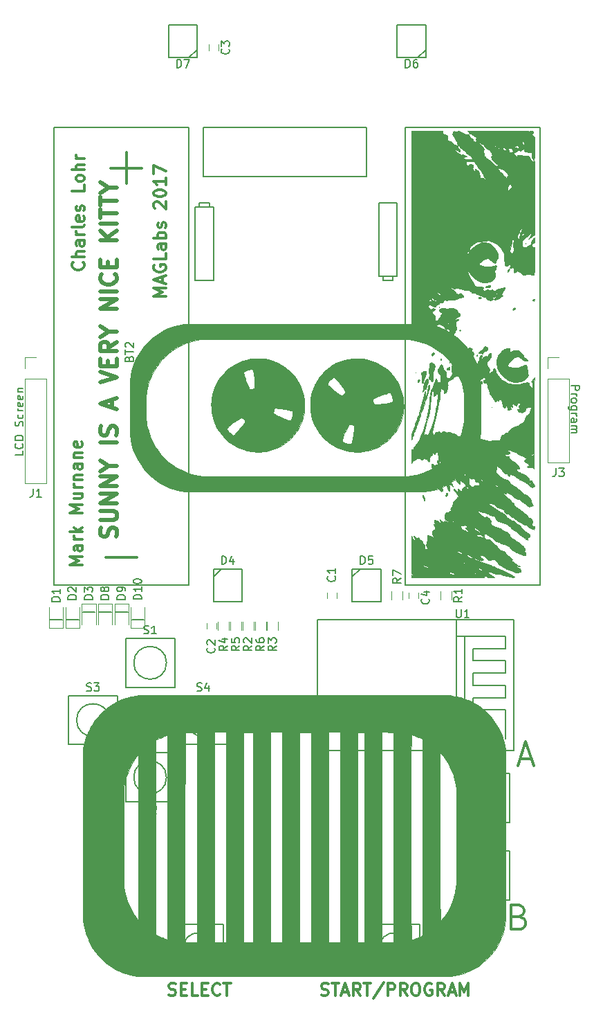
<source format=gto>
G04 #@! TF.GenerationSoftware,KiCad,Pcbnew,(2017-07-14 revision d3b382c28)-master*
G04 #@! TF.CreationDate,2017-08-01T03:31:59-04:00*
G04 #@! TF.ProjectId,MAGLabs-2017-Swadges,4D41474C6162732D323031372D537761,rev?*
G04 #@! TF.SameCoordinates,Original
G04 #@! TF.FileFunction,Legend,Top*
G04 #@! TF.FilePolarity,Positive*
%FSLAX46Y46*%
G04 Gerber Fmt 4.6, Leading zero omitted, Abs format (unit mm)*
G04 Created by KiCad (PCBNEW (2017-07-14 revision d3b382c28)-master) date Tue Aug  1 03:31:59 2017*
%MOMM*%
%LPD*%
G01*
G04 APERTURE LIST*
%ADD10C,0.300000*%
%ADD11C,0.200000*%
%ADD12C,0.500000*%
%ADD13C,0.150000*%
%ADD14C,0.120000*%
%ADD15C,0.010000*%
G04 APERTURE END LIST*
D10*
X119928571Y-69142857D02*
X118428571Y-69142857D01*
X119500000Y-68642857D01*
X118428571Y-68142857D01*
X119928571Y-68142857D01*
X119500000Y-67500000D02*
X119500000Y-66785714D01*
X119928571Y-67642857D02*
X118428571Y-67142857D01*
X119928571Y-66642857D01*
X118500000Y-65357142D02*
X118428571Y-65500000D01*
X118428571Y-65714285D01*
X118500000Y-65928571D01*
X118642857Y-66071428D01*
X118785714Y-66142857D01*
X119071428Y-66214285D01*
X119285714Y-66214285D01*
X119571428Y-66142857D01*
X119714285Y-66071428D01*
X119857142Y-65928571D01*
X119928571Y-65714285D01*
X119928571Y-65571428D01*
X119857142Y-65357142D01*
X119785714Y-65285714D01*
X119285714Y-65285714D01*
X119285714Y-65571428D01*
X119928571Y-63928571D02*
X119928571Y-64642857D01*
X118428571Y-64642857D01*
X119928571Y-62785714D02*
X119142857Y-62785714D01*
X119000000Y-62857142D01*
X118928571Y-63000000D01*
X118928571Y-63285714D01*
X119000000Y-63428571D01*
X119857142Y-62785714D02*
X119928571Y-62928571D01*
X119928571Y-63285714D01*
X119857142Y-63428571D01*
X119714285Y-63500000D01*
X119571428Y-63500000D01*
X119428571Y-63428571D01*
X119357142Y-63285714D01*
X119357142Y-62928571D01*
X119285714Y-62785714D01*
X119928571Y-62071428D02*
X118428571Y-62071428D01*
X119000000Y-62071428D02*
X118928571Y-61928571D01*
X118928571Y-61642857D01*
X119000000Y-61500000D01*
X119071428Y-61428571D01*
X119214285Y-61357142D01*
X119642857Y-61357142D01*
X119785714Y-61428571D01*
X119857142Y-61500000D01*
X119928571Y-61642857D01*
X119928571Y-61928571D01*
X119857142Y-62071428D01*
X119857142Y-60785714D02*
X119928571Y-60642857D01*
X119928571Y-60357142D01*
X119857142Y-60214285D01*
X119714285Y-60142857D01*
X119642857Y-60142857D01*
X119500000Y-60214285D01*
X119428571Y-60357142D01*
X119428571Y-60571428D01*
X119357142Y-60714285D01*
X119214285Y-60785714D01*
X119142857Y-60785714D01*
X119000000Y-60714285D01*
X118928571Y-60571428D01*
X118928571Y-60357142D01*
X119000000Y-60214285D01*
X118571428Y-58428571D02*
X118500000Y-58357142D01*
X118428571Y-58214285D01*
X118428571Y-57857142D01*
X118500000Y-57714285D01*
X118571428Y-57642857D01*
X118714285Y-57571428D01*
X118857142Y-57571428D01*
X119071428Y-57642857D01*
X119928571Y-58500000D01*
X119928571Y-57571428D01*
X118428571Y-56642857D02*
X118428571Y-56500000D01*
X118500000Y-56357142D01*
X118571428Y-56285714D01*
X118714285Y-56214285D01*
X119000000Y-56142857D01*
X119357142Y-56142857D01*
X119642857Y-56214285D01*
X119785714Y-56285714D01*
X119857142Y-56357142D01*
X119928571Y-56500000D01*
X119928571Y-56642857D01*
X119857142Y-56785714D01*
X119785714Y-56857142D01*
X119642857Y-56928571D01*
X119357142Y-57000000D01*
X119000000Y-57000000D01*
X118714285Y-56928571D01*
X118571428Y-56857142D01*
X118500000Y-56785714D01*
X118428571Y-56642857D01*
X119928571Y-54714285D02*
X119928571Y-55571428D01*
X119928571Y-55142857D02*
X118428571Y-55142857D01*
X118642857Y-55285714D01*
X118785714Y-55428571D01*
X118857142Y-55571428D01*
X118428571Y-54214285D02*
X118428571Y-53214285D01*
X119928571Y-53857142D01*
X109785714Y-65000000D02*
X109857142Y-65071428D01*
X109928571Y-65285714D01*
X109928571Y-65428571D01*
X109857142Y-65642857D01*
X109714285Y-65785714D01*
X109571428Y-65857142D01*
X109285714Y-65928571D01*
X109071428Y-65928571D01*
X108785714Y-65857142D01*
X108642857Y-65785714D01*
X108500000Y-65642857D01*
X108428571Y-65428571D01*
X108428571Y-65285714D01*
X108500000Y-65071428D01*
X108571428Y-65000000D01*
X109928571Y-64357142D02*
X108428571Y-64357142D01*
X109928571Y-63714285D02*
X109142857Y-63714285D01*
X109000000Y-63785714D01*
X108928571Y-63928571D01*
X108928571Y-64142857D01*
X109000000Y-64285714D01*
X109071428Y-64357142D01*
X109928571Y-62357142D02*
X109142857Y-62357142D01*
X109000000Y-62428571D01*
X108928571Y-62571428D01*
X108928571Y-62857142D01*
X109000000Y-63000000D01*
X109857142Y-62357142D02*
X109928571Y-62500000D01*
X109928571Y-62857142D01*
X109857142Y-63000000D01*
X109714285Y-63071428D01*
X109571428Y-63071428D01*
X109428571Y-63000000D01*
X109357142Y-62857142D01*
X109357142Y-62500000D01*
X109285714Y-62357142D01*
X109928571Y-61642857D02*
X108928571Y-61642857D01*
X109214285Y-61642857D02*
X109071428Y-61571428D01*
X109000000Y-61500000D01*
X108928571Y-61357142D01*
X108928571Y-61214285D01*
X109928571Y-60500000D02*
X109857142Y-60642857D01*
X109714285Y-60714285D01*
X108428571Y-60714285D01*
X109857142Y-59357142D02*
X109928571Y-59500000D01*
X109928571Y-59785714D01*
X109857142Y-59928571D01*
X109714285Y-60000000D01*
X109142857Y-60000000D01*
X109000000Y-59928571D01*
X108928571Y-59785714D01*
X108928571Y-59500000D01*
X109000000Y-59357142D01*
X109142857Y-59285714D01*
X109285714Y-59285714D01*
X109428571Y-60000000D01*
X109857142Y-58714285D02*
X109928571Y-58571428D01*
X109928571Y-58285714D01*
X109857142Y-58142857D01*
X109714285Y-58071428D01*
X109642857Y-58071428D01*
X109500000Y-58142857D01*
X109428571Y-58285714D01*
X109428571Y-58500000D01*
X109357142Y-58642857D01*
X109214285Y-58714285D01*
X109142857Y-58714285D01*
X109000000Y-58642857D01*
X108928571Y-58500000D01*
X108928571Y-58285714D01*
X109000000Y-58142857D01*
X109928571Y-55571428D02*
X109928571Y-56285714D01*
X108428571Y-56285714D01*
X109928571Y-54857142D02*
X109857142Y-55000000D01*
X109785714Y-55071428D01*
X109642857Y-55142857D01*
X109214285Y-55142857D01*
X109071428Y-55071428D01*
X109000000Y-55000000D01*
X108928571Y-54857142D01*
X108928571Y-54642857D01*
X109000000Y-54500000D01*
X109071428Y-54428571D01*
X109214285Y-54357142D01*
X109642857Y-54357142D01*
X109785714Y-54428571D01*
X109857142Y-54500000D01*
X109928571Y-54642857D01*
X109928571Y-54857142D01*
X109928571Y-53714285D02*
X108428571Y-53714285D01*
X109928571Y-53071428D02*
X109142857Y-53071428D01*
X109000000Y-53142857D01*
X108928571Y-53285714D01*
X108928571Y-53500000D01*
X109000000Y-53642857D01*
X109071428Y-53714285D01*
X109928571Y-52357142D02*
X108928571Y-52357142D01*
X109214285Y-52357142D02*
X109071428Y-52285714D01*
X109000000Y-52214285D01*
X108928571Y-52071428D01*
X108928571Y-51928571D01*
X109678571Y-102000000D02*
X108178571Y-102000000D01*
X109250000Y-101500000D01*
X108178571Y-101000000D01*
X109678571Y-101000000D01*
X109678571Y-99642857D02*
X108892857Y-99642857D01*
X108750000Y-99714285D01*
X108678571Y-99857142D01*
X108678571Y-100142857D01*
X108750000Y-100285714D01*
X109607142Y-99642857D02*
X109678571Y-99785714D01*
X109678571Y-100142857D01*
X109607142Y-100285714D01*
X109464285Y-100357142D01*
X109321428Y-100357142D01*
X109178571Y-100285714D01*
X109107142Y-100142857D01*
X109107142Y-99785714D01*
X109035714Y-99642857D01*
X109678571Y-98928571D02*
X108678571Y-98928571D01*
X108964285Y-98928571D02*
X108821428Y-98857142D01*
X108750000Y-98785714D01*
X108678571Y-98642857D01*
X108678571Y-98500000D01*
X109678571Y-98000000D02*
X108178571Y-98000000D01*
X109107142Y-97857142D02*
X109678571Y-97428571D01*
X108678571Y-97428571D02*
X109250000Y-98000000D01*
X109678571Y-95642857D02*
X108178571Y-95642857D01*
X109250000Y-95142857D01*
X108178571Y-94642857D01*
X109678571Y-94642857D01*
X108678571Y-93285714D02*
X109678571Y-93285714D01*
X108678571Y-93928571D02*
X109464285Y-93928571D01*
X109607142Y-93857142D01*
X109678571Y-93714285D01*
X109678571Y-93500000D01*
X109607142Y-93357142D01*
X109535714Y-93285714D01*
X109678571Y-92571428D02*
X108678571Y-92571428D01*
X108964285Y-92571428D02*
X108821428Y-92500000D01*
X108750000Y-92428571D01*
X108678571Y-92285714D01*
X108678571Y-92142857D01*
X108678571Y-91642857D02*
X109678571Y-91642857D01*
X108821428Y-91642857D02*
X108750000Y-91571428D01*
X108678571Y-91428571D01*
X108678571Y-91214285D01*
X108750000Y-91071428D01*
X108892857Y-91000000D01*
X109678571Y-91000000D01*
X109678571Y-89642857D02*
X108892857Y-89642857D01*
X108750000Y-89714285D01*
X108678571Y-89857142D01*
X108678571Y-90142857D01*
X108750000Y-90285714D01*
X109607142Y-89642857D02*
X109678571Y-89785714D01*
X109678571Y-90142857D01*
X109607142Y-90285714D01*
X109464285Y-90357142D01*
X109321428Y-90357142D01*
X109178571Y-90285714D01*
X109107142Y-90142857D01*
X109107142Y-89785714D01*
X109035714Y-89642857D01*
X108678571Y-88928571D02*
X109678571Y-88928571D01*
X108821428Y-88928571D02*
X108750000Y-88857142D01*
X108678571Y-88714285D01*
X108678571Y-88500000D01*
X108750000Y-88357142D01*
X108892857Y-88285714D01*
X109678571Y-88285714D01*
X109607142Y-87000000D02*
X109678571Y-87142857D01*
X109678571Y-87428571D01*
X109607142Y-87571428D01*
X109464285Y-87642857D01*
X108892857Y-87642857D01*
X108750000Y-87571428D01*
X108678571Y-87428571D01*
X108678571Y-87142857D01*
X108750000Y-87000000D01*
X108892857Y-86928571D01*
X109035714Y-86928571D01*
X109178571Y-87642857D01*
D11*
X147750000Y-67250000D02*
X147750000Y-66750000D01*
X146500000Y-67250000D02*
X147750000Y-67250000D01*
X146500000Y-66750000D02*
X146500000Y-67250000D01*
X148250000Y-66750000D02*
X148250000Y-57750000D01*
X146000000Y-66750000D02*
X148250000Y-66750000D01*
X146000000Y-57750000D02*
X146000000Y-66750000D01*
X148250000Y-57750000D02*
X146000000Y-57750000D01*
X125250000Y-57750000D02*
X125250000Y-58250000D01*
X124000000Y-57750000D02*
X125250000Y-57750000D01*
X124000000Y-58250000D02*
X124000000Y-57750000D01*
X123500000Y-58250000D02*
X123500000Y-67250000D01*
X125750000Y-58250000D02*
X123500000Y-58250000D01*
X125750000Y-67250000D02*
X125750000Y-58250000D01*
X123500000Y-67250000D02*
X125750000Y-67250000D01*
X115750000Y-108750000D02*
X117250000Y-108750000D01*
X113750000Y-107750000D02*
X115250000Y-107750000D01*
X111750000Y-107750000D02*
X113250000Y-107750000D01*
X109750000Y-107750000D02*
X111250000Y-107750000D01*
X107750000Y-108750000D02*
X109250000Y-108750000D01*
X105750000Y-108750000D02*
X107250000Y-108750000D01*
X151750000Y-39000000D02*
X150750000Y-40000000D01*
X123750000Y-39000000D02*
X122750000Y-40000000D01*
X143750000Y-102500000D02*
X142750000Y-103500000D01*
X126750000Y-102500000D02*
X125750000Y-103500000D01*
D12*
X113809523Y-98571428D02*
X113904761Y-98285714D01*
X113904761Y-97809523D01*
X113809523Y-97619047D01*
X113714285Y-97523809D01*
X113523809Y-97428571D01*
X113333333Y-97428571D01*
X113142857Y-97523809D01*
X113047619Y-97619047D01*
X112952380Y-97809523D01*
X112857142Y-98190476D01*
X112761904Y-98380952D01*
X112666666Y-98476190D01*
X112476190Y-98571428D01*
X112285714Y-98571428D01*
X112095238Y-98476190D01*
X112000000Y-98380952D01*
X111904761Y-98190476D01*
X111904761Y-97714285D01*
X112000000Y-97428571D01*
X111904761Y-96571428D02*
X113523809Y-96571428D01*
X113714285Y-96476190D01*
X113809523Y-96380952D01*
X113904761Y-96190476D01*
X113904761Y-95809523D01*
X113809523Y-95619047D01*
X113714285Y-95523809D01*
X113523809Y-95428571D01*
X111904761Y-95428571D01*
X113904761Y-94476190D02*
X111904761Y-94476190D01*
X113904761Y-93333333D01*
X111904761Y-93333333D01*
X113904761Y-92380952D02*
X111904761Y-92380952D01*
X113904761Y-91238095D01*
X111904761Y-91238095D01*
X112952380Y-89904761D02*
X113904761Y-89904761D01*
X111904761Y-90571428D02*
X112952380Y-89904761D01*
X111904761Y-89238095D01*
X113904761Y-87047619D02*
X111904761Y-87047619D01*
X113809523Y-86190476D02*
X113904761Y-85904761D01*
X113904761Y-85428571D01*
X113809523Y-85238095D01*
X113714285Y-85142857D01*
X113523809Y-85047619D01*
X113333333Y-85047619D01*
X113142857Y-85142857D01*
X113047619Y-85238095D01*
X112952380Y-85428571D01*
X112857142Y-85809523D01*
X112761904Y-86000000D01*
X112666666Y-86095238D01*
X112476190Y-86190476D01*
X112285714Y-86190476D01*
X112095238Y-86095238D01*
X112000000Y-86000000D01*
X111904761Y-85809523D01*
X111904761Y-85333333D01*
X112000000Y-85047619D01*
X113333333Y-82761904D02*
X113333333Y-81809523D01*
X113904761Y-82952380D02*
X111904761Y-82285714D01*
X113904761Y-81619047D01*
X111904761Y-79714285D02*
X113904761Y-79047619D01*
X111904761Y-78380952D01*
X112857142Y-77714285D02*
X112857142Y-77047619D01*
X113904761Y-76761904D02*
X113904761Y-77714285D01*
X111904761Y-77714285D01*
X111904761Y-76761904D01*
X113904761Y-74761904D02*
X112952380Y-75428571D01*
X113904761Y-75904761D02*
X111904761Y-75904761D01*
X111904761Y-75142857D01*
X112000000Y-74952380D01*
X112095238Y-74857142D01*
X112285714Y-74761904D01*
X112571428Y-74761904D01*
X112761904Y-74857142D01*
X112857142Y-74952380D01*
X112952380Y-75142857D01*
X112952380Y-75904761D01*
X112952380Y-73523809D02*
X113904761Y-73523809D01*
X111904761Y-74190476D02*
X112952380Y-73523809D01*
X111904761Y-72857142D01*
X113904761Y-70666666D02*
X111904761Y-70666666D01*
X113904761Y-69523809D01*
X111904761Y-69523809D01*
X113904761Y-68571428D02*
X111904761Y-68571428D01*
X113714285Y-66476190D02*
X113809523Y-66571428D01*
X113904761Y-66857142D01*
X113904761Y-67047619D01*
X113809523Y-67333333D01*
X113619047Y-67523809D01*
X113428571Y-67619047D01*
X113047619Y-67714285D01*
X112761904Y-67714285D01*
X112380952Y-67619047D01*
X112190476Y-67523809D01*
X112000000Y-67333333D01*
X111904761Y-67047619D01*
X111904761Y-66857142D01*
X112000000Y-66571428D01*
X112095238Y-66476190D01*
X112857142Y-65619047D02*
X112857142Y-64952380D01*
X113904761Y-64666666D02*
X113904761Y-65619047D01*
X111904761Y-65619047D01*
X111904761Y-64666666D01*
X113904761Y-62285714D02*
X111904761Y-62285714D01*
X113904761Y-61142857D02*
X112761904Y-62000000D01*
X111904761Y-61142857D02*
X113047619Y-62285714D01*
X113904761Y-60285714D02*
X111904761Y-60285714D01*
X111904761Y-59619047D02*
X111904761Y-58476190D01*
X113904761Y-59047619D02*
X111904761Y-59047619D01*
X111904761Y-58095238D02*
X111904761Y-56952380D01*
X113904761Y-57523809D02*
X111904761Y-57523809D01*
X112952380Y-55904761D02*
X113904761Y-55904761D01*
X111904761Y-56571428D02*
X112952380Y-55904761D01*
X111904761Y-55238095D01*
D11*
X169547619Y-80095238D02*
X170547619Y-80095238D01*
X170547619Y-80476190D01*
X170500000Y-80571428D01*
X170452380Y-80619047D01*
X170357142Y-80666666D01*
X170214285Y-80666666D01*
X170119047Y-80619047D01*
X170071428Y-80571428D01*
X170023809Y-80476190D01*
X170023809Y-80095238D01*
X169547619Y-81095238D02*
X170214285Y-81095238D01*
X170023809Y-81095238D02*
X170119047Y-81142857D01*
X170166666Y-81190476D01*
X170214285Y-81285714D01*
X170214285Y-81380952D01*
X169547619Y-81857142D02*
X169595238Y-81761904D01*
X169642857Y-81714285D01*
X169738095Y-81666666D01*
X170023809Y-81666666D01*
X170119047Y-81714285D01*
X170166666Y-81761904D01*
X170214285Y-81857142D01*
X170214285Y-82000000D01*
X170166666Y-82095238D01*
X170119047Y-82142857D01*
X170023809Y-82190476D01*
X169738095Y-82190476D01*
X169642857Y-82142857D01*
X169595238Y-82095238D01*
X169547619Y-82000000D01*
X169547619Y-81857142D01*
X170214285Y-83047619D02*
X169404761Y-83047619D01*
X169309523Y-83000000D01*
X169261904Y-82952380D01*
X169214285Y-82857142D01*
X169214285Y-82714285D01*
X169261904Y-82619047D01*
X169595238Y-83047619D02*
X169547619Y-82952380D01*
X169547619Y-82761904D01*
X169595238Y-82666666D01*
X169642857Y-82619047D01*
X169738095Y-82571428D01*
X170023809Y-82571428D01*
X170119047Y-82619047D01*
X170166666Y-82666666D01*
X170214285Y-82761904D01*
X170214285Y-82952380D01*
X170166666Y-83047619D01*
X169547619Y-83523809D02*
X170214285Y-83523809D01*
X170023809Y-83523809D02*
X170119047Y-83571428D01*
X170166666Y-83619047D01*
X170214285Y-83714285D01*
X170214285Y-83809523D01*
X169547619Y-84571428D02*
X170071428Y-84571428D01*
X170166666Y-84523809D01*
X170214285Y-84428571D01*
X170214285Y-84238095D01*
X170166666Y-84142857D01*
X169595238Y-84571428D02*
X169547619Y-84476190D01*
X169547619Y-84238095D01*
X169595238Y-84142857D01*
X169690476Y-84095238D01*
X169785714Y-84095238D01*
X169880952Y-84142857D01*
X169928571Y-84238095D01*
X169928571Y-84476190D01*
X169976190Y-84571428D01*
X169547619Y-85047619D02*
X170214285Y-85047619D01*
X170119047Y-85047619D02*
X170166666Y-85095238D01*
X170214285Y-85190476D01*
X170214285Y-85333333D01*
X170166666Y-85428571D01*
X170071428Y-85476190D01*
X169547619Y-85476190D01*
X170071428Y-85476190D02*
X170166666Y-85523809D01*
X170214285Y-85619047D01*
X170214285Y-85761904D01*
X170166666Y-85857142D01*
X170071428Y-85904761D01*
X169547619Y-85904761D01*
X102452380Y-88095238D02*
X102452380Y-88571428D01*
X101452380Y-88571428D01*
X102357142Y-87190476D02*
X102404761Y-87238095D01*
X102452380Y-87380952D01*
X102452380Y-87476190D01*
X102404761Y-87619047D01*
X102309523Y-87714285D01*
X102214285Y-87761904D01*
X102023809Y-87809523D01*
X101880952Y-87809523D01*
X101690476Y-87761904D01*
X101595238Y-87714285D01*
X101500000Y-87619047D01*
X101452380Y-87476190D01*
X101452380Y-87380952D01*
X101500000Y-87238095D01*
X101547619Y-87190476D01*
X102452380Y-86761904D02*
X101452380Y-86761904D01*
X101452380Y-86523809D01*
X101500000Y-86380952D01*
X101595238Y-86285714D01*
X101690476Y-86238095D01*
X101880952Y-86190476D01*
X102023809Y-86190476D01*
X102214285Y-86238095D01*
X102309523Y-86285714D01*
X102404761Y-86380952D01*
X102452380Y-86523809D01*
X102452380Y-86761904D01*
X102404761Y-85047619D02*
X102452380Y-84904761D01*
X102452380Y-84666666D01*
X102404761Y-84571428D01*
X102357142Y-84523809D01*
X102261904Y-84476190D01*
X102166666Y-84476190D01*
X102071428Y-84523809D01*
X102023809Y-84571428D01*
X101976190Y-84666666D01*
X101928571Y-84857142D01*
X101880952Y-84952380D01*
X101833333Y-85000000D01*
X101738095Y-85047619D01*
X101642857Y-85047619D01*
X101547619Y-85000000D01*
X101500000Y-84952380D01*
X101452380Y-84857142D01*
X101452380Y-84619047D01*
X101500000Y-84476190D01*
X102404761Y-83619047D02*
X102452380Y-83714285D01*
X102452380Y-83904761D01*
X102404761Y-84000000D01*
X102357142Y-84047619D01*
X102261904Y-84095238D01*
X101976190Y-84095238D01*
X101880952Y-84047619D01*
X101833333Y-84000000D01*
X101785714Y-83904761D01*
X101785714Y-83714285D01*
X101833333Y-83619047D01*
X102452380Y-83190476D02*
X101785714Y-83190476D01*
X101976190Y-83190476D02*
X101880952Y-83142857D01*
X101833333Y-83095238D01*
X101785714Y-83000000D01*
X101785714Y-82904761D01*
X102404761Y-82190476D02*
X102452380Y-82285714D01*
X102452380Y-82476190D01*
X102404761Y-82571428D01*
X102309523Y-82619047D01*
X101928571Y-82619047D01*
X101833333Y-82571428D01*
X101785714Y-82476190D01*
X101785714Y-82285714D01*
X101833333Y-82190476D01*
X101928571Y-82142857D01*
X102023809Y-82142857D01*
X102119047Y-82619047D01*
X102404761Y-81333333D02*
X102452380Y-81428571D01*
X102452380Y-81619047D01*
X102404761Y-81714285D01*
X102309523Y-81761904D01*
X101928571Y-81761904D01*
X101833333Y-81714285D01*
X101785714Y-81619047D01*
X101785714Y-81428571D01*
X101833333Y-81333333D01*
X101928571Y-81285714D01*
X102023809Y-81285714D01*
X102119047Y-81761904D01*
X101785714Y-80857142D02*
X102452380Y-80857142D01*
X101880952Y-80857142D02*
X101833333Y-80809523D01*
X101785714Y-80714285D01*
X101785714Y-80571428D01*
X101833333Y-80476190D01*
X101928571Y-80428571D01*
X102452380Y-80428571D01*
D10*
X163285714Y-125750000D02*
X164714285Y-125750000D01*
X163000000Y-126607142D02*
X164000000Y-123607142D01*
X165000000Y-126607142D01*
X163214285Y-145035714D02*
X163642857Y-145178571D01*
X163785714Y-145321428D01*
X163928571Y-145607142D01*
X163928571Y-146035714D01*
X163785714Y-146321428D01*
X163642857Y-146464285D01*
X163357142Y-146607142D01*
X162214285Y-146607142D01*
X162214285Y-143607142D01*
X163214285Y-143607142D01*
X163500000Y-143750000D01*
X163642857Y-143892857D01*
X163785714Y-144178571D01*
X163785714Y-144464285D01*
X163642857Y-144750000D01*
X163500000Y-144892857D01*
X163214285Y-145035714D01*
X162214285Y-145035714D01*
X138964285Y-154607142D02*
X139178571Y-154678571D01*
X139535714Y-154678571D01*
X139678571Y-154607142D01*
X139750000Y-154535714D01*
X139821428Y-154392857D01*
X139821428Y-154250000D01*
X139750000Y-154107142D01*
X139678571Y-154035714D01*
X139535714Y-153964285D01*
X139250000Y-153892857D01*
X139107142Y-153821428D01*
X139035714Y-153750000D01*
X138964285Y-153607142D01*
X138964285Y-153464285D01*
X139035714Y-153321428D01*
X139107142Y-153250000D01*
X139250000Y-153178571D01*
X139607142Y-153178571D01*
X139821428Y-153250000D01*
X140250000Y-153178571D02*
X141107142Y-153178571D01*
X140678571Y-154678571D02*
X140678571Y-153178571D01*
X141535714Y-154250000D02*
X142250000Y-154250000D01*
X141392857Y-154678571D02*
X141892857Y-153178571D01*
X142392857Y-154678571D01*
X143750000Y-154678571D02*
X143250000Y-153964285D01*
X142892857Y-154678571D02*
X142892857Y-153178571D01*
X143464285Y-153178571D01*
X143607142Y-153250000D01*
X143678571Y-153321428D01*
X143750000Y-153464285D01*
X143750000Y-153678571D01*
X143678571Y-153821428D01*
X143607142Y-153892857D01*
X143464285Y-153964285D01*
X142892857Y-153964285D01*
X144178571Y-153178571D02*
X145035714Y-153178571D01*
X144607142Y-154678571D02*
X144607142Y-153178571D01*
X146607142Y-153107142D02*
X145321428Y-155035714D01*
X147107142Y-154678571D02*
X147107142Y-153178571D01*
X147678571Y-153178571D01*
X147821428Y-153250000D01*
X147892857Y-153321428D01*
X147964285Y-153464285D01*
X147964285Y-153678571D01*
X147892857Y-153821428D01*
X147821428Y-153892857D01*
X147678571Y-153964285D01*
X147107142Y-153964285D01*
X149464285Y-154678571D02*
X148964285Y-153964285D01*
X148607142Y-154678571D02*
X148607142Y-153178571D01*
X149178571Y-153178571D01*
X149321428Y-153250000D01*
X149392857Y-153321428D01*
X149464285Y-153464285D01*
X149464285Y-153678571D01*
X149392857Y-153821428D01*
X149321428Y-153892857D01*
X149178571Y-153964285D01*
X148607142Y-153964285D01*
X150392857Y-153178571D02*
X150678571Y-153178571D01*
X150821428Y-153250000D01*
X150964285Y-153392857D01*
X151035714Y-153678571D01*
X151035714Y-154178571D01*
X150964285Y-154464285D01*
X150821428Y-154607142D01*
X150678571Y-154678571D01*
X150392857Y-154678571D01*
X150250000Y-154607142D01*
X150107142Y-154464285D01*
X150035714Y-154178571D01*
X150035714Y-153678571D01*
X150107142Y-153392857D01*
X150250000Y-153250000D01*
X150392857Y-153178571D01*
X152464285Y-153250000D02*
X152321428Y-153178571D01*
X152107142Y-153178571D01*
X151892857Y-153250000D01*
X151750000Y-153392857D01*
X151678571Y-153535714D01*
X151607142Y-153821428D01*
X151607142Y-154035714D01*
X151678571Y-154321428D01*
X151750000Y-154464285D01*
X151892857Y-154607142D01*
X152107142Y-154678571D01*
X152250000Y-154678571D01*
X152464285Y-154607142D01*
X152535714Y-154535714D01*
X152535714Y-154035714D01*
X152250000Y-154035714D01*
X154035714Y-154678571D02*
X153535714Y-153964285D01*
X153178571Y-154678571D02*
X153178571Y-153178571D01*
X153750000Y-153178571D01*
X153892857Y-153250000D01*
X153964285Y-153321428D01*
X154035714Y-153464285D01*
X154035714Y-153678571D01*
X153964285Y-153821428D01*
X153892857Y-153892857D01*
X153750000Y-153964285D01*
X153178571Y-153964285D01*
X154607142Y-154250000D02*
X155321428Y-154250000D01*
X154464285Y-154678571D02*
X154964285Y-153178571D01*
X155464285Y-154678571D01*
X155964285Y-154678571D02*
X155964285Y-153178571D01*
X156464285Y-154250000D01*
X156964285Y-153178571D01*
X156964285Y-154678571D01*
X120285714Y-154607142D02*
X120500000Y-154678571D01*
X120857142Y-154678571D01*
X121000000Y-154607142D01*
X121071428Y-154535714D01*
X121142857Y-154392857D01*
X121142857Y-154250000D01*
X121071428Y-154107142D01*
X121000000Y-154035714D01*
X120857142Y-153964285D01*
X120571428Y-153892857D01*
X120428571Y-153821428D01*
X120357142Y-153750000D01*
X120285714Y-153607142D01*
X120285714Y-153464285D01*
X120357142Y-153321428D01*
X120428571Y-153250000D01*
X120571428Y-153178571D01*
X120928571Y-153178571D01*
X121142857Y-153250000D01*
X121785714Y-153892857D02*
X122285714Y-153892857D01*
X122500000Y-154678571D02*
X121785714Y-154678571D01*
X121785714Y-153178571D01*
X122500000Y-153178571D01*
X123857142Y-154678571D02*
X123142857Y-154678571D01*
X123142857Y-153178571D01*
X124357142Y-153892857D02*
X124857142Y-153892857D01*
X125071428Y-154678571D02*
X124357142Y-154678571D01*
X124357142Y-153178571D01*
X125071428Y-153178571D01*
X126571428Y-154535714D02*
X126500000Y-154607142D01*
X126285714Y-154678571D01*
X126142857Y-154678571D01*
X125928571Y-154607142D01*
X125785714Y-154464285D01*
X125714285Y-154321428D01*
X125642857Y-154035714D01*
X125642857Y-153821428D01*
X125714285Y-153535714D01*
X125785714Y-153392857D01*
X125928571Y-153250000D01*
X126142857Y-153178571D01*
X126285714Y-153178571D01*
X126500000Y-153250000D01*
X126571428Y-153321428D01*
X127000000Y-153178571D02*
X127857142Y-153178571D01*
X127428571Y-154678571D02*
X127428571Y-153178571D01*
D13*
X144500000Y-48500000D02*
X144500000Y-54500000D01*
X144500000Y-54500000D02*
X124500000Y-54500000D01*
X124500000Y-48500000D02*
X124500000Y-54500000D01*
X144500000Y-48500000D02*
X124500000Y-48500000D01*
X129250000Y-106500000D02*
X125750000Y-106500000D01*
X125750000Y-106500000D02*
X125750000Y-102500000D01*
X125750000Y-102500000D02*
X129250000Y-102500000D01*
X129250000Y-102500000D02*
X129250000Y-106500000D01*
X162500000Y-124750000D02*
X162500000Y-108750000D01*
X138500000Y-124750000D02*
X162500000Y-124750000D01*
X138500000Y-108750000D02*
X138500000Y-124750000D01*
X162500000Y-108750000D02*
X138500000Y-108750000D01*
X155500000Y-108750000D02*
X155500000Y-124750000D01*
X155500000Y-110750000D02*
X161500000Y-110750000D01*
X157500000Y-119750000D02*
X161500000Y-119750000D01*
X157500000Y-118250000D02*
X157500000Y-119750000D01*
X161500000Y-118250000D02*
X157500000Y-118250000D01*
X161500000Y-116750000D02*
X161500000Y-118250000D01*
X157500000Y-116750000D02*
X161500000Y-116750000D01*
X157500000Y-115250000D02*
X157500000Y-116750000D01*
X161500000Y-115250000D02*
X157500000Y-115250000D01*
X161500000Y-113750000D02*
X161500000Y-115250000D01*
X157500000Y-113750000D02*
X161500000Y-113750000D01*
X157500000Y-112250000D02*
X157500000Y-113750000D01*
X161500000Y-112250000D02*
X157500000Y-112250000D01*
X161500000Y-110750000D02*
X161500000Y-112250000D01*
X156500000Y-110750000D02*
X156500000Y-119750000D01*
X161500000Y-119750000D02*
X161500000Y-123250000D01*
D14*
X102670000Y-76670000D02*
X104000000Y-76670000D01*
X102670000Y-78000000D02*
X102670000Y-76670000D01*
X102670000Y-79270000D02*
X105330000Y-79270000D01*
X105330000Y-79270000D02*
X105330000Y-92030000D01*
X102670000Y-79270000D02*
X102670000Y-92030000D01*
X102670000Y-92030000D02*
X105330000Y-92030000D01*
D13*
X161000000Y-140000000D02*
G75*
G03X161000000Y-140000000I-2000000J0D01*
G01*
X156000000Y-143000000D02*
X156000000Y-137000000D01*
X156000000Y-137000000D02*
X162000000Y-137000000D01*
X162000000Y-137000000D02*
X162000000Y-143000000D01*
X162000000Y-143000000D02*
X156000000Y-143000000D01*
X161000000Y-130500000D02*
G75*
G03X161000000Y-130500000I-2000000J0D01*
G01*
X156000000Y-133500000D02*
X156000000Y-127500000D01*
X156000000Y-127500000D02*
X162000000Y-127500000D01*
X162000000Y-127500000D02*
X162000000Y-133500000D01*
X162000000Y-133500000D02*
X156000000Y-133500000D01*
X150000000Y-149000000D02*
G75*
G03X150000000Y-149000000I-2000000J0D01*
G01*
X145000000Y-152000000D02*
X145000000Y-146000000D01*
X145000000Y-146000000D02*
X151000000Y-146000000D01*
X151000000Y-146000000D02*
X151000000Y-152000000D01*
X151000000Y-152000000D02*
X145000000Y-152000000D01*
X126000000Y-149000000D02*
G75*
G03X126000000Y-149000000I-2000000J0D01*
G01*
X121000000Y-152000000D02*
X121000000Y-146000000D01*
X121000000Y-146000000D02*
X127000000Y-146000000D01*
X127000000Y-146000000D02*
X127000000Y-152000000D01*
X127000000Y-152000000D02*
X121000000Y-152000000D01*
X126500000Y-121000000D02*
G75*
G03X126500000Y-121000000I-2000000J0D01*
G01*
X121500000Y-124000000D02*
X121500000Y-118000000D01*
X121500000Y-118000000D02*
X127500000Y-118000000D01*
X127500000Y-118000000D02*
X127500000Y-124000000D01*
X127500000Y-124000000D02*
X121500000Y-124000000D01*
X120000000Y-128000000D02*
G75*
G03X120000000Y-128000000I-2000000J0D01*
G01*
X115000000Y-131000000D02*
X115000000Y-125000000D01*
X115000000Y-125000000D02*
X121000000Y-125000000D01*
X121000000Y-125000000D02*
X121000000Y-131000000D01*
X121000000Y-131000000D02*
X115000000Y-131000000D01*
X113000000Y-121000000D02*
G75*
G03X113000000Y-121000000I-2000000J0D01*
G01*
X108000000Y-124000000D02*
X108000000Y-118000000D01*
X108000000Y-118000000D02*
X114000000Y-118000000D01*
X114000000Y-118000000D02*
X114000000Y-124000000D01*
X114000000Y-124000000D02*
X108000000Y-124000000D01*
X120000000Y-114000000D02*
G75*
G03X120000000Y-114000000I-2000000J0D01*
G01*
X115000000Y-117000000D02*
X115000000Y-111000000D01*
X115000000Y-111000000D02*
X121000000Y-111000000D01*
X121000000Y-111000000D02*
X121000000Y-117000000D01*
X121000000Y-117000000D02*
X115000000Y-117000000D01*
D14*
X130820000Y-110000000D02*
X130820000Y-109000000D01*
X132180000Y-109000000D02*
X132180000Y-110000000D01*
X127680000Y-109000000D02*
X127680000Y-110000000D01*
X126320000Y-110000000D02*
X126320000Y-109000000D01*
X129180000Y-109000000D02*
X129180000Y-110000000D01*
X127820000Y-110000000D02*
X127820000Y-109000000D01*
X139650000Y-106100000D02*
X139650000Y-105400000D01*
X140850000Y-105400000D02*
X140850000Y-106100000D01*
X126100000Y-109150000D02*
X126100000Y-109850000D01*
X124900000Y-109850000D02*
X124900000Y-109150000D01*
X126350000Y-38400000D02*
X126350000Y-39100000D01*
X125150000Y-39100000D02*
X125150000Y-38400000D01*
X150850000Y-105400000D02*
X150850000Y-106100000D01*
X149650000Y-106100000D02*
X149650000Y-105400000D01*
X105650000Y-109750000D02*
X107350000Y-109750000D01*
X107350000Y-109750000D02*
X107350000Y-107200000D01*
X105650000Y-109750000D02*
X105650000Y-107200000D01*
X107650000Y-109750000D02*
X109350000Y-109750000D01*
X109350000Y-109750000D02*
X109350000Y-107200000D01*
X107650000Y-109750000D02*
X107650000Y-107200000D01*
X111350000Y-106750000D02*
X111350000Y-109300000D01*
X109650000Y-106750000D02*
X109650000Y-109300000D01*
X111350000Y-106750000D02*
X109650000Y-106750000D01*
D13*
X146250000Y-102500000D02*
X146250000Y-106500000D01*
X142750000Y-102500000D02*
X146250000Y-102500000D01*
X142750000Y-106500000D02*
X142750000Y-102500000D01*
X146250000Y-106500000D02*
X142750000Y-106500000D01*
X148250000Y-36000000D02*
X151750000Y-36000000D01*
X151750000Y-36000000D02*
X151750000Y-40000000D01*
X151750000Y-40000000D02*
X148250000Y-40000000D01*
X148250000Y-40000000D02*
X148250000Y-36000000D01*
X120250000Y-40000000D02*
X120250000Y-36000000D01*
X123750000Y-40000000D02*
X120250000Y-40000000D01*
X123750000Y-36000000D02*
X123750000Y-40000000D01*
X120250000Y-36000000D02*
X123750000Y-36000000D01*
D14*
X113350000Y-106750000D02*
X113350000Y-109300000D01*
X111650000Y-106750000D02*
X111650000Y-109300000D01*
X113350000Y-106750000D02*
X111650000Y-106750000D01*
X115350000Y-106750000D02*
X113650000Y-106750000D01*
X113650000Y-106750000D02*
X113650000Y-109300000D01*
X115350000Y-106750000D02*
X115350000Y-109300000D01*
X115650000Y-109750000D02*
X115650000Y-107200000D01*
X117350000Y-109750000D02*
X117350000Y-107200000D01*
X115650000Y-109750000D02*
X117350000Y-109750000D01*
X166670000Y-76670000D02*
X168000000Y-76670000D01*
X166670000Y-78000000D02*
X166670000Y-76670000D01*
X166670000Y-79270000D02*
X169330000Y-79270000D01*
X169330000Y-79270000D02*
X169330000Y-89490000D01*
X166670000Y-79270000D02*
X166670000Y-89490000D01*
X166670000Y-89490000D02*
X169330000Y-89490000D01*
X154930000Y-105250000D02*
X154930000Y-106250000D01*
X153570000Y-106250000D02*
X153570000Y-105250000D01*
X130680000Y-109000000D02*
X130680000Y-110000000D01*
X129320000Y-110000000D02*
X129320000Y-109000000D01*
X132320000Y-110000000D02*
X132320000Y-109000000D01*
X133680000Y-109000000D02*
X133680000Y-110000000D01*
D13*
X149250000Y-48500000D02*
X149250000Y-104500000D01*
X165750000Y-48500000D02*
X149250000Y-48500000D01*
X165750000Y-104500000D02*
X165750000Y-48500000D01*
X149250000Y-104500000D02*
X165750000Y-104500000D01*
X122750000Y-48500000D02*
X106250000Y-48500000D01*
X106250000Y-48500000D02*
X106250000Y-104500000D01*
X106250000Y-104500000D02*
X122750000Y-104500000D01*
X122750000Y-104500000D02*
X122750000Y-48500000D01*
D14*
X148930000Y-105250000D02*
X148930000Y-106250000D01*
X147570000Y-106250000D02*
X147570000Y-105250000D01*
D15*
G36*
X143900043Y-76803840D02*
X143980446Y-76812670D01*
X144511714Y-76899815D01*
X145027226Y-77034236D01*
X145524307Y-77214301D01*
X146000288Y-77438377D01*
X146452497Y-77704832D01*
X146878261Y-78012033D01*
X147274910Y-78358349D01*
X147639772Y-78742147D01*
X147970175Y-79161794D01*
X148075955Y-79315000D01*
X148347461Y-79767514D01*
X148576925Y-80246619D01*
X148762644Y-80748030D01*
X148902914Y-81267460D01*
X148954107Y-81524800D01*
X148984041Y-81737213D01*
X149006627Y-81984269D01*
X149021341Y-82250272D01*
X149027660Y-82519525D01*
X149025061Y-82776331D01*
X149013020Y-83004995D01*
X149005967Y-83080253D01*
X148937787Y-83532035D01*
X148832031Y-83987677D01*
X148692359Y-84436307D01*
X148522429Y-84867053D01*
X148325901Y-85269042D01*
X148191492Y-85500364D01*
X147898943Y-85924811D01*
X147565223Y-86326368D01*
X147196476Y-86698910D01*
X146798844Y-87036312D01*
X146378471Y-87332450D01*
X146312400Y-87373817D01*
X145889934Y-87606928D01*
X145435665Y-87807235D01*
X144959196Y-87971363D01*
X144470133Y-88095936D01*
X144051800Y-88168190D01*
X143900145Y-88183203D01*
X143711322Y-88193672D01*
X143498308Y-88199614D01*
X143274081Y-88201046D01*
X143051618Y-88197983D01*
X142843900Y-88190442D01*
X142663902Y-88178440D01*
X142553200Y-88166286D01*
X142013073Y-88066583D01*
X141493106Y-87920641D01*
X140994961Y-87729429D01*
X140520300Y-87493916D01*
X140070784Y-87215069D01*
X139648074Y-86893857D01*
X139629408Y-86876688D01*
X141489764Y-86876688D01*
X141500198Y-86905221D01*
X141522092Y-86932339D01*
X141522207Y-86932466D01*
X141596081Y-86991323D01*
X141703680Y-87047540D01*
X141835424Y-87098986D01*
X141981735Y-87143534D01*
X142133033Y-87179054D01*
X142279739Y-87203417D01*
X142412273Y-87214495D01*
X142521055Y-87210159D01*
X142596507Y-87188279D01*
X142614219Y-87175151D01*
X142649060Y-87118257D01*
X142687202Y-87017757D01*
X142727363Y-86880638D01*
X142768258Y-86713886D01*
X142808604Y-86524488D01*
X142847118Y-86319431D01*
X142882516Y-86105701D01*
X142913514Y-85890285D01*
X142938830Y-85680170D01*
X142957179Y-85482342D01*
X142967278Y-85303788D01*
X142968642Y-85245900D01*
X142972300Y-84966500D01*
X142848969Y-84905363D01*
X142697086Y-84853285D01*
X142542421Y-84832468D01*
X142359203Y-84820710D01*
X142279843Y-84944405D01*
X142200822Y-85078757D01*
X142110366Y-85251111D01*
X142012937Y-85451220D01*
X141912999Y-85668835D01*
X141815013Y-85893711D01*
X141723444Y-86115600D01*
X141642752Y-86324256D01*
X141577402Y-86509431D01*
X141531856Y-86660877D01*
X141531202Y-86663398D01*
X141504867Y-86767696D01*
X141491188Y-86834819D01*
X141489764Y-86876688D01*
X139629408Y-86876688D01*
X139253833Y-86531249D01*
X138889722Y-86128214D01*
X138746583Y-85947645D01*
X138462815Y-85535282D01*
X138214116Y-85090687D01*
X138003273Y-84620849D01*
X137833071Y-84132760D01*
X137706297Y-83633409D01*
X137626631Y-83137700D01*
X137612134Y-82960287D01*
X137603773Y-82747759D01*
X137601408Y-82515413D01*
X137604902Y-82278544D01*
X137614116Y-82052449D01*
X137628911Y-81852423D01*
X137639117Y-81761050D01*
X137642741Y-81740700D01*
X145258300Y-81740700D01*
X145263093Y-81884772D01*
X145280889Y-82017729D01*
X145321410Y-82148807D01*
X145378181Y-82261829D01*
X145444726Y-82340620D01*
X145445978Y-82341629D01*
X145476410Y-82363226D01*
X145510033Y-82377312D01*
X145556729Y-82384804D01*
X145626379Y-82386620D01*
X145728865Y-82383676D01*
X145842500Y-82378445D01*
X146003723Y-82368713D01*
X146190846Y-82354549D01*
X146379377Y-82337942D01*
X146528300Y-82322742D01*
X146723381Y-82298393D01*
X146920105Y-82269065D01*
X147108857Y-82236583D01*
X147280025Y-82202770D01*
X147423994Y-82169452D01*
X147531149Y-82138453D01*
X147563511Y-82126292D01*
X147646022Y-82073376D01*
X147685368Y-82016500D01*
X147697416Y-81936500D01*
X147690656Y-81821622D01*
X147667865Y-81682974D01*
X147631822Y-81531664D01*
X147585305Y-81378799D01*
X147531091Y-81235487D01*
X147471958Y-81112836D01*
X147450214Y-81076213D01*
X147376019Y-80959221D01*
X147244259Y-80973250D01*
X147140251Y-80992276D01*
X146998180Y-81029867D01*
X146826013Y-81083090D01*
X146631714Y-81149008D01*
X146423247Y-81224688D01*
X146208578Y-81307195D01*
X145995670Y-81393595D01*
X145792489Y-81480954D01*
X145606999Y-81566336D01*
X145523997Y-81607058D01*
X145258300Y-81740700D01*
X137642741Y-81740700D01*
X137731157Y-81244268D01*
X137870964Y-80735232D01*
X138056125Y-80239650D01*
X138235502Y-79864995D01*
X139722548Y-79864995D01*
X139732246Y-79917881D01*
X139783750Y-79997348D01*
X139876178Y-80102439D01*
X140008645Y-80232200D01*
X140180268Y-80385674D01*
X140291276Y-80480051D01*
X140458936Y-80618082D01*
X140629109Y-80753881D01*
X140796551Y-80883633D01*
X140956016Y-81003523D01*
X141102258Y-81109735D01*
X141230033Y-81198455D01*
X141334094Y-81265868D01*
X141409197Y-81308159D01*
X141448377Y-81321600D01*
X141485347Y-81307623D01*
X141545424Y-81272046D01*
X141581571Y-81247136D01*
X141724809Y-81115116D01*
X141840103Y-80951190D01*
X141851449Y-80930035D01*
X141873005Y-80879800D01*
X141873148Y-80836620D01*
X141850106Y-80778635D01*
X141837049Y-80752401D01*
X141765473Y-80622890D01*
X141673110Y-80473815D01*
X141564248Y-80310612D01*
X141443173Y-80138720D01*
X141314173Y-79963577D01*
X141181536Y-79790621D01*
X141049548Y-79625290D01*
X140922497Y-79473022D01*
X140804671Y-79339254D01*
X140700356Y-79229426D01*
X140613840Y-79148975D01*
X140549410Y-79103338D01*
X140531280Y-79096172D01*
X140455999Y-79102004D01*
X140356678Y-79149972D01*
X140235493Y-79238699D01*
X140094619Y-79366809D01*
X140078487Y-79382775D01*
X139962846Y-79506305D01*
X139861607Y-79630202D01*
X139782100Y-79744536D01*
X139731655Y-79839375D01*
X139722548Y-79864995D01*
X138235502Y-79864995D01*
X138284225Y-79763231D01*
X138552851Y-79311684D01*
X138845259Y-78908600D01*
X138989426Y-78739787D01*
X139163892Y-78554430D01*
X139356633Y-78364079D01*
X139555625Y-78180286D01*
X139748842Y-78014601D01*
X139896003Y-77899264D01*
X140338497Y-77602212D01*
X140804615Y-77349035D01*
X141290834Y-77140669D01*
X141793626Y-76978053D01*
X142309469Y-76862124D01*
X142834836Y-76793820D01*
X143366202Y-76774080D01*
X143900043Y-76803840D01*
X143900043Y-76803840D01*
G37*
X143900043Y-76803840D02*
X143980446Y-76812670D01*
X144511714Y-76899815D01*
X145027226Y-77034236D01*
X145524307Y-77214301D01*
X146000288Y-77438377D01*
X146452497Y-77704832D01*
X146878261Y-78012033D01*
X147274910Y-78358349D01*
X147639772Y-78742147D01*
X147970175Y-79161794D01*
X148075955Y-79315000D01*
X148347461Y-79767514D01*
X148576925Y-80246619D01*
X148762644Y-80748030D01*
X148902914Y-81267460D01*
X148954107Y-81524800D01*
X148984041Y-81737213D01*
X149006627Y-81984269D01*
X149021341Y-82250272D01*
X149027660Y-82519525D01*
X149025061Y-82776331D01*
X149013020Y-83004995D01*
X149005967Y-83080253D01*
X148937787Y-83532035D01*
X148832031Y-83987677D01*
X148692359Y-84436307D01*
X148522429Y-84867053D01*
X148325901Y-85269042D01*
X148191492Y-85500364D01*
X147898943Y-85924811D01*
X147565223Y-86326368D01*
X147196476Y-86698910D01*
X146798844Y-87036312D01*
X146378471Y-87332450D01*
X146312400Y-87373817D01*
X145889934Y-87606928D01*
X145435665Y-87807235D01*
X144959196Y-87971363D01*
X144470133Y-88095936D01*
X144051800Y-88168190D01*
X143900145Y-88183203D01*
X143711322Y-88193672D01*
X143498308Y-88199614D01*
X143274081Y-88201046D01*
X143051618Y-88197983D01*
X142843900Y-88190442D01*
X142663902Y-88178440D01*
X142553200Y-88166286D01*
X142013073Y-88066583D01*
X141493106Y-87920641D01*
X140994961Y-87729429D01*
X140520300Y-87493916D01*
X140070784Y-87215069D01*
X139648074Y-86893857D01*
X139629408Y-86876688D01*
X141489764Y-86876688D01*
X141500198Y-86905221D01*
X141522092Y-86932339D01*
X141522207Y-86932466D01*
X141596081Y-86991323D01*
X141703680Y-87047540D01*
X141835424Y-87098986D01*
X141981735Y-87143534D01*
X142133033Y-87179054D01*
X142279739Y-87203417D01*
X142412273Y-87214495D01*
X142521055Y-87210159D01*
X142596507Y-87188279D01*
X142614219Y-87175151D01*
X142649060Y-87118257D01*
X142687202Y-87017757D01*
X142727363Y-86880638D01*
X142768258Y-86713886D01*
X142808604Y-86524488D01*
X142847118Y-86319431D01*
X142882516Y-86105701D01*
X142913514Y-85890285D01*
X142938830Y-85680170D01*
X142957179Y-85482342D01*
X142967278Y-85303788D01*
X142968642Y-85245900D01*
X142972300Y-84966500D01*
X142848969Y-84905363D01*
X142697086Y-84853285D01*
X142542421Y-84832468D01*
X142359203Y-84820710D01*
X142279843Y-84944405D01*
X142200822Y-85078757D01*
X142110366Y-85251111D01*
X142012937Y-85451220D01*
X141912999Y-85668835D01*
X141815013Y-85893711D01*
X141723444Y-86115600D01*
X141642752Y-86324256D01*
X141577402Y-86509431D01*
X141531856Y-86660877D01*
X141531202Y-86663398D01*
X141504867Y-86767696D01*
X141491188Y-86834819D01*
X141489764Y-86876688D01*
X139629408Y-86876688D01*
X139253833Y-86531249D01*
X138889722Y-86128214D01*
X138746583Y-85947645D01*
X138462815Y-85535282D01*
X138214116Y-85090687D01*
X138003273Y-84620849D01*
X137833071Y-84132760D01*
X137706297Y-83633409D01*
X137626631Y-83137700D01*
X137612134Y-82960287D01*
X137603773Y-82747759D01*
X137601408Y-82515413D01*
X137604902Y-82278544D01*
X137614116Y-82052449D01*
X137628911Y-81852423D01*
X137639117Y-81761050D01*
X137642741Y-81740700D01*
X145258300Y-81740700D01*
X145263093Y-81884772D01*
X145280889Y-82017729D01*
X145321410Y-82148807D01*
X145378181Y-82261829D01*
X145444726Y-82340620D01*
X145445978Y-82341629D01*
X145476410Y-82363226D01*
X145510033Y-82377312D01*
X145556729Y-82384804D01*
X145626379Y-82386620D01*
X145728865Y-82383676D01*
X145842500Y-82378445D01*
X146003723Y-82368713D01*
X146190846Y-82354549D01*
X146379377Y-82337942D01*
X146528300Y-82322742D01*
X146723381Y-82298393D01*
X146920105Y-82269065D01*
X147108857Y-82236583D01*
X147280025Y-82202770D01*
X147423994Y-82169452D01*
X147531149Y-82138453D01*
X147563511Y-82126292D01*
X147646022Y-82073376D01*
X147685368Y-82016500D01*
X147697416Y-81936500D01*
X147690656Y-81821622D01*
X147667865Y-81682974D01*
X147631822Y-81531664D01*
X147585305Y-81378799D01*
X147531091Y-81235487D01*
X147471958Y-81112836D01*
X147450214Y-81076213D01*
X147376019Y-80959221D01*
X147244259Y-80973250D01*
X147140251Y-80992276D01*
X146998180Y-81029867D01*
X146826013Y-81083090D01*
X146631714Y-81149008D01*
X146423247Y-81224688D01*
X146208578Y-81307195D01*
X145995670Y-81393595D01*
X145792489Y-81480954D01*
X145606999Y-81566336D01*
X145523997Y-81607058D01*
X145258300Y-81740700D01*
X137642741Y-81740700D01*
X137731157Y-81244268D01*
X137870964Y-80735232D01*
X138056125Y-80239650D01*
X138235502Y-79864995D01*
X139722548Y-79864995D01*
X139732246Y-79917881D01*
X139783750Y-79997348D01*
X139876178Y-80102439D01*
X140008645Y-80232200D01*
X140180268Y-80385674D01*
X140291276Y-80480051D01*
X140458936Y-80618082D01*
X140629109Y-80753881D01*
X140796551Y-80883633D01*
X140956016Y-81003523D01*
X141102258Y-81109735D01*
X141230033Y-81198455D01*
X141334094Y-81265868D01*
X141409197Y-81308159D01*
X141448377Y-81321600D01*
X141485347Y-81307623D01*
X141545424Y-81272046D01*
X141581571Y-81247136D01*
X141724809Y-81115116D01*
X141840103Y-80951190D01*
X141851449Y-80930035D01*
X141873005Y-80879800D01*
X141873148Y-80836620D01*
X141850106Y-80778635D01*
X141837049Y-80752401D01*
X141765473Y-80622890D01*
X141673110Y-80473815D01*
X141564248Y-80310612D01*
X141443173Y-80138720D01*
X141314173Y-79963577D01*
X141181536Y-79790621D01*
X141049548Y-79625290D01*
X140922497Y-79473022D01*
X140804671Y-79339254D01*
X140700356Y-79229426D01*
X140613840Y-79148975D01*
X140549410Y-79103338D01*
X140531280Y-79096172D01*
X140455999Y-79102004D01*
X140356678Y-79149972D01*
X140235493Y-79238699D01*
X140094619Y-79366809D01*
X140078487Y-79382775D01*
X139962846Y-79506305D01*
X139861607Y-79630202D01*
X139782100Y-79744536D01*
X139731655Y-79839375D01*
X139722548Y-79864995D01*
X138235502Y-79864995D01*
X138284225Y-79763231D01*
X138552851Y-79311684D01*
X138845259Y-78908600D01*
X138989426Y-78739787D01*
X139163892Y-78554430D01*
X139356633Y-78364079D01*
X139555625Y-78180286D01*
X139748842Y-78014601D01*
X139896003Y-77899264D01*
X140338497Y-77602212D01*
X140804615Y-77349035D01*
X141290834Y-77140669D01*
X141793626Y-76978053D01*
X142309469Y-76862124D01*
X142834836Y-76793820D01*
X143366202Y-76774080D01*
X143900043Y-76803840D01*
G36*
X131324739Y-76779727D02*
X131685139Y-76799371D01*
X132038132Y-76836743D01*
X132365820Y-76890769D01*
X132431300Y-76904469D01*
X132943934Y-77042018D01*
X133439015Y-77226162D01*
X133913526Y-77454818D01*
X134364448Y-77725905D01*
X134788764Y-78037342D01*
X135183457Y-78387046D01*
X135545509Y-78772937D01*
X135871903Y-79192932D01*
X135980764Y-79353100D01*
X136255318Y-79817228D01*
X136481943Y-80298190D01*
X136660633Y-80795970D01*
X136791383Y-81310550D01*
X136874189Y-81841913D01*
X136906190Y-82286800D01*
X136901017Y-82831672D01*
X136846771Y-83365752D01*
X136744352Y-83886791D01*
X136594658Y-84392539D01*
X136398587Y-84880750D01*
X136157037Y-85349173D01*
X135870907Y-85795562D01*
X135541094Y-86217668D01*
X135183866Y-86598293D01*
X134854092Y-86897990D01*
X134514689Y-87160318D01*
X134152759Y-87394299D01*
X133755408Y-87608956D01*
X133701300Y-87635513D01*
X133220916Y-87844090D01*
X132733838Y-88005254D01*
X132231091Y-88121652D01*
X131860466Y-88178477D01*
X131721751Y-88190483D01*
X131544948Y-88198128D01*
X131342570Y-88201550D01*
X131127130Y-88200889D01*
X130911138Y-88196282D01*
X130707109Y-88187868D01*
X130527555Y-88175786D01*
X130400332Y-88162310D01*
X129887252Y-88068237D01*
X129387183Y-87926736D01*
X128903339Y-87740135D01*
X128438935Y-87510760D01*
X127997186Y-87240940D01*
X127581307Y-86933001D01*
X127194512Y-86589271D01*
X126840016Y-86212076D01*
X126521034Y-85803745D01*
X126240780Y-85366604D01*
X126237867Y-85361096D01*
X127359902Y-85361096D01*
X127418059Y-85481233D01*
X127470630Y-85566139D01*
X127550241Y-85665629D01*
X127648982Y-85772532D01*
X127758945Y-85879681D01*
X127872222Y-85979905D01*
X127980904Y-86066034D01*
X128077081Y-86130899D01*
X128152846Y-86167331D01*
X128180746Y-86172647D01*
X128207934Y-86157920D01*
X128260645Y-86119551D01*
X128307746Y-86081959D01*
X128395878Y-86002404D01*
X128502035Y-85895489D01*
X128621899Y-85766580D01*
X128751152Y-85621045D01*
X128885476Y-85464249D01*
X129020553Y-85301561D01*
X129152064Y-85138346D01*
X129275692Y-84979973D01*
X129387118Y-84831807D01*
X129482025Y-84699216D01*
X129556093Y-84587567D01*
X129605005Y-84502226D01*
X129624443Y-84448561D01*
X129624600Y-84445275D01*
X129606711Y-84401029D01*
X129559532Y-84334757D01*
X129492792Y-84256961D01*
X129416218Y-84178143D01*
X129339541Y-84108805D01*
X129272489Y-84059451D01*
X129261162Y-84052942D01*
X129173267Y-84005607D01*
X129036983Y-84076149D01*
X128894540Y-84155504D01*
X128731209Y-84255926D01*
X128553549Y-84372525D01*
X128368117Y-84500411D01*
X128181470Y-84634696D01*
X128000168Y-84770491D01*
X127830767Y-84902905D01*
X127679826Y-85027050D01*
X127553902Y-85138036D01*
X127459554Y-85230974D01*
X127412390Y-85287383D01*
X127359902Y-85361096D01*
X126237867Y-85361096D01*
X126056033Y-85017300D01*
X125854443Y-84554728D01*
X125698533Y-84093465D01*
X125586451Y-83625279D01*
X125551869Y-83386865D01*
X133080664Y-83386865D01*
X133086889Y-83437712D01*
X133112640Y-83476422D01*
X133164096Y-83521645D01*
X133250741Y-83583114D01*
X133373935Y-83656622D01*
X133526584Y-83739046D01*
X133701594Y-83827258D01*
X133891869Y-83918135D01*
X134090315Y-84008550D01*
X134289837Y-84095379D01*
X134483342Y-84175495D01*
X134663733Y-84245775D01*
X134823918Y-84303092D01*
X134956800Y-84344322D01*
X135055287Y-84366339D01*
X135088013Y-84369163D01*
X135154844Y-84352402D01*
X135195202Y-84323990D01*
X135256389Y-84234576D01*
X135315865Y-84109216D01*
X135370354Y-83960186D01*
X135416581Y-83799761D01*
X135451267Y-83640217D01*
X135471139Y-83493829D01*
X135472920Y-83372873D01*
X135463861Y-83317320D01*
X135442285Y-83262561D01*
X135405235Y-83225148D01*
X135338180Y-83192397D01*
X135307080Y-83180485D01*
X135178742Y-83139636D01*
X135008320Y-83095711D01*
X134804310Y-83050370D01*
X134575204Y-83005273D01*
X134329500Y-82962080D01*
X134075690Y-82922452D01*
X133822271Y-82888049D01*
X133790958Y-82884188D01*
X133615070Y-82863651D01*
X133482092Y-82850955D01*
X133384689Y-82846450D01*
X133315525Y-82850487D01*
X133267267Y-82863416D01*
X133232579Y-82885588D01*
X133208225Y-82912039D01*
X133149456Y-83016159D01*
X133108421Y-83158821D01*
X133087174Y-83304723D01*
X133080664Y-83386865D01*
X125551869Y-83386865D01*
X125516341Y-83141940D01*
X125486351Y-82635216D01*
X125484895Y-82481319D01*
X125497837Y-82049504D01*
X125537198Y-81647903D01*
X125605242Y-81262044D01*
X125704233Y-80877452D01*
X125766699Y-80679130D01*
X125958924Y-80180072D01*
X126193398Y-79707107D01*
X126467678Y-79262176D01*
X126779325Y-78847216D01*
X127125895Y-78464168D01*
X127149686Y-78442250D01*
X129412990Y-78442250D01*
X129444416Y-78601984D01*
X129474546Y-78729767D01*
X129519447Y-78886446D01*
X129576410Y-79065054D01*
X129642723Y-79258625D01*
X129715677Y-79460192D01*
X129792559Y-79662788D01*
X129870661Y-79859445D01*
X129947270Y-80043197D01*
X130019677Y-80207076D01*
X130085171Y-80344116D01*
X130141040Y-80447350D01*
X130184576Y-80509811D01*
X130188143Y-80513543D01*
X130233234Y-80541608D01*
X130297703Y-80549077D01*
X130389964Y-80535478D01*
X130518430Y-80500341D01*
X130539000Y-80493924D01*
X130630112Y-80459657D01*
X130716329Y-80418692D01*
X130735850Y-80407510D01*
X130818400Y-80357146D01*
X130818378Y-80020223D01*
X130814245Y-79788066D01*
X130802492Y-79549683D01*
X130784047Y-79311149D01*
X130759836Y-79078539D01*
X130730787Y-78857927D01*
X130697827Y-78655388D01*
X130661882Y-78476997D01*
X130623881Y-78328828D01*
X130584750Y-78216957D01*
X130545416Y-78147458D01*
X130530396Y-78133272D01*
X130468078Y-78107406D01*
X130390025Y-78095842D01*
X130385613Y-78095800D01*
X130253545Y-78106302D01*
X130099213Y-78135015D01*
X129936115Y-78177748D01*
X129777749Y-78230311D01*
X129637612Y-78288514D01*
X129529203Y-78348164D01*
X129497830Y-78371422D01*
X129412990Y-78442250D01*
X127149686Y-78442250D01*
X127504949Y-78114970D01*
X127914045Y-77801561D01*
X128350741Y-77525881D01*
X128812596Y-77289868D01*
X129297169Y-77095461D01*
X129802018Y-76944600D01*
X130324702Y-76839223D01*
X130653300Y-76797908D01*
X130974827Y-76778881D01*
X131324739Y-76779727D01*
X131324739Y-76779727D01*
G37*
X131324739Y-76779727D02*
X131685139Y-76799371D01*
X132038132Y-76836743D01*
X132365820Y-76890769D01*
X132431300Y-76904469D01*
X132943934Y-77042018D01*
X133439015Y-77226162D01*
X133913526Y-77454818D01*
X134364448Y-77725905D01*
X134788764Y-78037342D01*
X135183457Y-78387046D01*
X135545509Y-78772937D01*
X135871903Y-79192932D01*
X135980764Y-79353100D01*
X136255318Y-79817228D01*
X136481943Y-80298190D01*
X136660633Y-80795970D01*
X136791383Y-81310550D01*
X136874189Y-81841913D01*
X136906190Y-82286800D01*
X136901017Y-82831672D01*
X136846771Y-83365752D01*
X136744352Y-83886791D01*
X136594658Y-84392539D01*
X136398587Y-84880750D01*
X136157037Y-85349173D01*
X135870907Y-85795562D01*
X135541094Y-86217668D01*
X135183866Y-86598293D01*
X134854092Y-86897990D01*
X134514689Y-87160318D01*
X134152759Y-87394299D01*
X133755408Y-87608956D01*
X133701300Y-87635513D01*
X133220916Y-87844090D01*
X132733838Y-88005254D01*
X132231091Y-88121652D01*
X131860466Y-88178477D01*
X131721751Y-88190483D01*
X131544948Y-88198128D01*
X131342570Y-88201550D01*
X131127130Y-88200889D01*
X130911138Y-88196282D01*
X130707109Y-88187868D01*
X130527555Y-88175786D01*
X130400332Y-88162310D01*
X129887252Y-88068237D01*
X129387183Y-87926736D01*
X128903339Y-87740135D01*
X128438935Y-87510760D01*
X127997186Y-87240940D01*
X127581307Y-86933001D01*
X127194512Y-86589271D01*
X126840016Y-86212076D01*
X126521034Y-85803745D01*
X126240780Y-85366604D01*
X126237867Y-85361096D01*
X127359902Y-85361096D01*
X127418059Y-85481233D01*
X127470630Y-85566139D01*
X127550241Y-85665629D01*
X127648982Y-85772532D01*
X127758945Y-85879681D01*
X127872222Y-85979905D01*
X127980904Y-86066034D01*
X128077081Y-86130899D01*
X128152846Y-86167331D01*
X128180746Y-86172647D01*
X128207934Y-86157920D01*
X128260645Y-86119551D01*
X128307746Y-86081959D01*
X128395878Y-86002404D01*
X128502035Y-85895489D01*
X128621899Y-85766580D01*
X128751152Y-85621045D01*
X128885476Y-85464249D01*
X129020553Y-85301561D01*
X129152064Y-85138346D01*
X129275692Y-84979973D01*
X129387118Y-84831807D01*
X129482025Y-84699216D01*
X129556093Y-84587567D01*
X129605005Y-84502226D01*
X129624443Y-84448561D01*
X129624600Y-84445275D01*
X129606711Y-84401029D01*
X129559532Y-84334757D01*
X129492792Y-84256961D01*
X129416218Y-84178143D01*
X129339541Y-84108805D01*
X129272489Y-84059451D01*
X129261162Y-84052942D01*
X129173267Y-84005607D01*
X129036983Y-84076149D01*
X128894540Y-84155504D01*
X128731209Y-84255926D01*
X128553549Y-84372525D01*
X128368117Y-84500411D01*
X128181470Y-84634696D01*
X128000168Y-84770491D01*
X127830767Y-84902905D01*
X127679826Y-85027050D01*
X127553902Y-85138036D01*
X127459554Y-85230974D01*
X127412390Y-85287383D01*
X127359902Y-85361096D01*
X126237867Y-85361096D01*
X126056033Y-85017300D01*
X125854443Y-84554728D01*
X125698533Y-84093465D01*
X125586451Y-83625279D01*
X125551869Y-83386865D01*
X133080664Y-83386865D01*
X133086889Y-83437712D01*
X133112640Y-83476422D01*
X133164096Y-83521645D01*
X133250741Y-83583114D01*
X133373935Y-83656622D01*
X133526584Y-83739046D01*
X133701594Y-83827258D01*
X133891869Y-83918135D01*
X134090315Y-84008550D01*
X134289837Y-84095379D01*
X134483342Y-84175495D01*
X134663733Y-84245775D01*
X134823918Y-84303092D01*
X134956800Y-84344322D01*
X135055287Y-84366339D01*
X135088013Y-84369163D01*
X135154844Y-84352402D01*
X135195202Y-84323990D01*
X135256389Y-84234576D01*
X135315865Y-84109216D01*
X135370354Y-83960186D01*
X135416581Y-83799761D01*
X135451267Y-83640217D01*
X135471139Y-83493829D01*
X135472920Y-83372873D01*
X135463861Y-83317320D01*
X135442285Y-83262561D01*
X135405235Y-83225148D01*
X135338180Y-83192397D01*
X135307080Y-83180485D01*
X135178742Y-83139636D01*
X135008320Y-83095711D01*
X134804310Y-83050370D01*
X134575204Y-83005273D01*
X134329500Y-82962080D01*
X134075690Y-82922452D01*
X133822271Y-82888049D01*
X133790958Y-82884188D01*
X133615070Y-82863651D01*
X133482092Y-82850955D01*
X133384689Y-82846450D01*
X133315525Y-82850487D01*
X133267267Y-82863416D01*
X133232579Y-82885588D01*
X133208225Y-82912039D01*
X133149456Y-83016159D01*
X133108421Y-83158821D01*
X133087174Y-83304723D01*
X133080664Y-83386865D01*
X125551869Y-83386865D01*
X125516341Y-83141940D01*
X125486351Y-82635216D01*
X125484895Y-82481319D01*
X125497837Y-82049504D01*
X125537198Y-81647903D01*
X125605242Y-81262044D01*
X125704233Y-80877452D01*
X125766699Y-80679130D01*
X125958924Y-80180072D01*
X126193398Y-79707107D01*
X126467678Y-79262176D01*
X126779325Y-78847216D01*
X127125895Y-78464168D01*
X127149686Y-78442250D01*
X129412990Y-78442250D01*
X129444416Y-78601984D01*
X129474546Y-78729767D01*
X129519447Y-78886446D01*
X129576410Y-79065054D01*
X129642723Y-79258625D01*
X129715677Y-79460192D01*
X129792559Y-79662788D01*
X129870661Y-79859445D01*
X129947270Y-80043197D01*
X130019677Y-80207076D01*
X130085171Y-80344116D01*
X130141040Y-80447350D01*
X130184576Y-80509811D01*
X130188143Y-80513543D01*
X130233234Y-80541608D01*
X130297703Y-80549077D01*
X130389964Y-80535478D01*
X130518430Y-80500341D01*
X130539000Y-80493924D01*
X130630112Y-80459657D01*
X130716329Y-80418692D01*
X130735850Y-80407510D01*
X130818400Y-80357146D01*
X130818378Y-80020223D01*
X130814245Y-79788066D01*
X130802492Y-79549683D01*
X130784047Y-79311149D01*
X130759836Y-79078539D01*
X130730787Y-78857927D01*
X130697827Y-78655388D01*
X130661882Y-78476997D01*
X130623881Y-78328828D01*
X130584750Y-78216957D01*
X130545416Y-78147458D01*
X130530396Y-78133272D01*
X130468078Y-78107406D01*
X130390025Y-78095842D01*
X130385613Y-78095800D01*
X130253545Y-78106302D01*
X130099213Y-78135015D01*
X129936115Y-78177748D01*
X129777749Y-78230311D01*
X129637612Y-78288514D01*
X129529203Y-78348164D01*
X129497830Y-78371422D01*
X129412990Y-78442250D01*
X127149686Y-78442250D01*
X127504949Y-78114970D01*
X127914045Y-77801561D01*
X128350741Y-77525881D01*
X128812596Y-77289868D01*
X129297169Y-77095461D01*
X129802018Y-76944600D01*
X130324702Y-76839223D01*
X130653300Y-76797908D01*
X130974827Y-76778881D01*
X131324739Y-76779727D01*
G36*
X144313494Y-72536308D02*
X145047060Y-72536462D01*
X145736820Y-72536715D01*
X146383551Y-72537067D01*
X146988030Y-72537519D01*
X147551035Y-72538074D01*
X148073343Y-72538730D01*
X148555730Y-72539491D01*
X148998974Y-72540356D01*
X149403852Y-72541328D01*
X149771140Y-72542406D01*
X150101617Y-72543593D01*
X150396059Y-72544888D01*
X150655243Y-72546294D01*
X150879947Y-72547811D01*
X151070947Y-72549440D01*
X151229021Y-72551183D01*
X151354946Y-72553040D01*
X151449498Y-72555013D01*
X151513455Y-72557102D01*
X151543487Y-72558892D01*
X152145911Y-72638252D01*
X152734919Y-72765370D01*
X153308210Y-72938432D01*
X153863479Y-73155625D01*
X154398424Y-73415137D01*
X154910743Y-73715154D01*
X155398131Y-74053864D01*
X155858287Y-74429455D01*
X156288908Y-74840113D01*
X156687690Y-75284025D01*
X157052331Y-75759379D01*
X157380527Y-76264362D01*
X157669976Y-76797161D01*
X157918375Y-77355964D01*
X158034953Y-77668815D01*
X158190056Y-78179494D01*
X158313558Y-78729590D01*
X158405506Y-79319317D01*
X158408119Y-79340400D01*
X158413429Y-79410103D01*
X158418310Y-79526710D01*
X158422762Y-79686329D01*
X158426784Y-79885065D01*
X158430379Y-80119025D01*
X158433545Y-80384314D01*
X158436284Y-80677041D01*
X158438596Y-80993310D01*
X158440480Y-81329229D01*
X158441939Y-81680903D01*
X158442971Y-82044439D01*
X158443577Y-82415944D01*
X158443758Y-82791524D01*
X158443514Y-83167285D01*
X158442846Y-83539334D01*
X158441753Y-83903776D01*
X158440237Y-84256719D01*
X158438297Y-84594269D01*
X158435934Y-84912532D01*
X158433149Y-85207615D01*
X158429941Y-85475624D01*
X158426312Y-85712665D01*
X158422261Y-85914845D01*
X158417788Y-86078270D01*
X158412896Y-86199046D01*
X158407583Y-86273281D01*
X158407434Y-86274600D01*
X158346873Y-86692867D01*
X158261140Y-87122625D01*
X158154250Y-87547445D01*
X158030220Y-87950894D01*
X157931417Y-88221831D01*
X157681122Y-88790664D01*
X157389542Y-89331718D01*
X157058875Y-89843343D01*
X156691317Y-90323890D01*
X156289066Y-90771709D01*
X155854319Y-91185151D01*
X155389272Y-91562567D01*
X154896122Y-91902306D01*
X154377067Y-92202720D01*
X153834303Y-92462160D01*
X153270026Y-92678975D01*
X152686435Y-92851516D01*
X152085726Y-92978134D01*
X151494000Y-93055040D01*
X151448075Y-93057195D01*
X151358632Y-93059241D01*
X151225362Y-93061180D01*
X151047958Y-93063011D01*
X150826113Y-93064736D01*
X150559521Y-93066354D01*
X150247874Y-93067867D01*
X149890866Y-93069274D01*
X149488188Y-93070576D01*
X149039535Y-93071774D01*
X148544599Y-93072869D01*
X148003073Y-93073860D01*
X147414651Y-93074747D01*
X146779024Y-93075533D01*
X146095887Y-93076216D01*
X145364931Y-93076799D01*
X144585851Y-93077280D01*
X143758338Y-93077660D01*
X142882087Y-93077941D01*
X141956789Y-93078121D01*
X140982139Y-93078203D01*
X139957828Y-93078186D01*
X138883550Y-93078071D01*
X137758998Y-93077859D01*
X136927100Y-93077648D01*
X136077138Y-93077396D01*
X135239611Y-93077117D01*
X134415964Y-93076813D01*
X133607644Y-93076484D01*
X132816097Y-93076133D01*
X132042770Y-93075761D01*
X131289109Y-93075368D01*
X130556561Y-93074956D01*
X129846571Y-93074527D01*
X129160586Y-93074081D01*
X128500053Y-93073620D01*
X127866418Y-93073145D01*
X127261127Y-93072658D01*
X126685626Y-93072159D01*
X126141363Y-93071651D01*
X125629783Y-93071133D01*
X125152333Y-93070609D01*
X124710460Y-93070078D01*
X124305608Y-93069542D01*
X123939226Y-93069002D01*
X123612759Y-93068461D01*
X123327654Y-93067918D01*
X123085357Y-93067375D01*
X122887314Y-93066834D01*
X122734973Y-93066295D01*
X122629778Y-93065761D01*
X122573177Y-93065232D01*
X122563400Y-93064957D01*
X122333588Y-93041415D01*
X122141738Y-93019229D01*
X121975103Y-92996658D01*
X121820941Y-92971957D01*
X121666506Y-92943386D01*
X121649000Y-92939941D01*
X121051104Y-92796080D01*
X120469000Y-92604976D01*
X119905527Y-92368410D01*
X119363523Y-92088165D01*
X118845827Y-91766021D01*
X118355277Y-91403762D01*
X117894714Y-91003168D01*
X117466975Y-90566022D01*
X117074900Y-90094104D01*
X117038838Y-90046500D01*
X116682059Y-89530181D01*
X116371415Y-88992799D01*
X116107303Y-88435391D01*
X115890118Y-87858999D01*
X115720257Y-87264661D01*
X115598115Y-86653418D01*
X115528834Y-86084100D01*
X115524807Y-86010412D01*
X115521113Y-85889976D01*
X115517753Y-85726843D01*
X115514727Y-85525064D01*
X115512035Y-85288690D01*
X115509676Y-85021773D01*
X115507652Y-84728362D01*
X115505963Y-84412509D01*
X115504607Y-84078266D01*
X115503585Y-83729682D01*
X115502898Y-83370810D01*
X115502545Y-83005699D01*
X115502531Y-82700611D01*
X117496484Y-82700611D01*
X117496505Y-82820200D01*
X117496814Y-83164324D01*
X117497823Y-83463018D01*
X117499953Y-83721648D01*
X117503626Y-83945581D01*
X117509266Y-84140186D01*
X117517292Y-84310831D01*
X117528128Y-84462882D01*
X117542196Y-84601709D01*
X117559918Y-84732678D01*
X117581716Y-84861157D01*
X117608011Y-84992514D01*
X117639227Y-85132117D01*
X117675784Y-85285333D01*
X117697226Y-85372900D01*
X117868556Y-85965380D01*
X118084461Y-86536030D01*
X118342804Y-87082993D01*
X118641453Y-87604412D01*
X118978272Y-88098431D01*
X119351127Y-88563194D01*
X119757883Y-88996845D01*
X120196406Y-89397526D01*
X120664562Y-89763382D01*
X121160216Y-90092557D01*
X121681234Y-90383193D01*
X122225480Y-90633434D01*
X122790821Y-90841425D01*
X123375123Y-91005309D01*
X123976250Y-91123228D01*
X124366800Y-91173511D01*
X124406124Y-91174949D01*
X124494748Y-91176347D01*
X124631168Y-91177702D01*
X124813883Y-91179013D01*
X125041392Y-91180278D01*
X125312193Y-91181494D01*
X125624784Y-91182659D01*
X125977664Y-91183770D01*
X126369332Y-91184826D01*
X126798285Y-91185825D01*
X127263022Y-91186763D01*
X127762041Y-91187639D01*
X128293842Y-91188452D01*
X128856921Y-91189197D01*
X129449778Y-91189874D01*
X130070911Y-91190480D01*
X130718819Y-91191012D01*
X131391999Y-91191470D01*
X132088951Y-91191849D01*
X132808173Y-91192149D01*
X133548162Y-91192367D01*
X134307418Y-91192501D01*
X135084439Y-91192548D01*
X135877723Y-91192506D01*
X136685769Y-91192374D01*
X137092200Y-91192274D01*
X149601700Y-91188846D01*
X149944600Y-91132261D01*
X150578035Y-91003247D01*
X151188796Y-90829116D01*
X151776287Y-90610127D01*
X152339914Y-90346543D01*
X152879080Y-90038625D01*
X153393190Y-89686635D01*
X153602200Y-89525161D01*
X153762209Y-89390260D01*
X153942646Y-89226557D01*
X154133303Y-89044242D01*
X154323975Y-88853505D01*
X154504457Y-88664534D01*
X154664543Y-88487519D01*
X154784084Y-88345175D01*
X155139904Y-87861532D01*
X155458942Y-87349574D01*
X155738312Y-86815283D01*
X155975127Y-86264641D01*
X156166501Y-85703630D01*
X156291858Y-85220500D01*
X156327068Y-85057848D01*
X156356871Y-84909516D01*
X156381767Y-84769250D01*
X156402257Y-84630799D01*
X156418841Y-84487908D01*
X156432020Y-84334326D01*
X156442295Y-84163798D01*
X156450166Y-83970073D01*
X156456134Y-83746897D01*
X156460700Y-83488017D01*
X156464364Y-83187181D01*
X156465736Y-83048800D01*
X156468438Y-82691621D01*
X156469162Y-82379492D01*
X156467658Y-82106694D01*
X156463678Y-81867505D01*
X156456972Y-81656206D01*
X156447293Y-81467077D01*
X156434390Y-81294396D01*
X156418016Y-81132445D01*
X156397921Y-80975503D01*
X156373856Y-80817849D01*
X156366828Y-80775500D01*
X156243548Y-80192516D01*
X156072146Y-79615446D01*
X155855301Y-79050664D01*
X155595687Y-78504547D01*
X155295983Y-77983468D01*
X155028342Y-77587800D01*
X154641402Y-77096998D01*
X154220438Y-76642090D01*
X153767880Y-76224608D01*
X153286156Y-75846083D01*
X152777696Y-75508047D01*
X152244927Y-75212033D01*
X151690280Y-74959572D01*
X151116184Y-74752196D01*
X150525066Y-74591438D01*
X150160500Y-74517512D01*
X150110999Y-74508598D01*
X150064881Y-74500146D01*
X150020764Y-74492144D01*
X149977268Y-74484580D01*
X149933011Y-74477440D01*
X149886611Y-74470714D01*
X149836688Y-74464389D01*
X149781859Y-74458452D01*
X149720745Y-74452891D01*
X149651962Y-74447694D01*
X149574131Y-74442849D01*
X149485869Y-74438343D01*
X149385796Y-74434164D01*
X149272529Y-74430300D01*
X149144689Y-74426739D01*
X149000893Y-74423468D01*
X148839760Y-74420474D01*
X148659909Y-74417747D01*
X148459958Y-74415272D01*
X148238527Y-74413039D01*
X147994233Y-74411035D01*
X147725696Y-74409247D01*
X147431534Y-74407663D01*
X147110367Y-74406272D01*
X146760811Y-74405060D01*
X146381487Y-74404016D01*
X145971013Y-74403127D01*
X145528008Y-74402380D01*
X145051090Y-74401764D01*
X144538878Y-74401267D01*
X143989991Y-74400876D01*
X143403047Y-74400578D01*
X142776665Y-74400362D01*
X142109464Y-74400215D01*
X141400063Y-74400125D01*
X140647080Y-74400080D01*
X139849133Y-74400067D01*
X139004842Y-74400074D01*
X138112825Y-74400089D01*
X137171701Y-74400099D01*
X136952500Y-74400100D01*
X136006670Y-74400106D01*
X135110272Y-74400127D01*
X134261938Y-74400169D01*
X133460298Y-74400236D01*
X132703984Y-74400333D01*
X131991628Y-74400465D01*
X131321861Y-74400637D01*
X130693315Y-74400854D01*
X130104622Y-74401121D01*
X129554412Y-74401443D01*
X129041319Y-74401824D01*
X128563972Y-74402270D01*
X128121003Y-74402786D01*
X127711045Y-74403376D01*
X127332729Y-74404046D01*
X126984686Y-74404800D01*
X126665547Y-74405643D01*
X126373946Y-74406580D01*
X126108512Y-74407616D01*
X125867877Y-74408757D01*
X125650674Y-74410007D01*
X125455533Y-74411370D01*
X125281086Y-74412852D01*
X125125965Y-74414458D01*
X124988801Y-74416193D01*
X124868226Y-74418061D01*
X124762872Y-74420068D01*
X124671369Y-74422218D01*
X124592349Y-74424517D01*
X124524445Y-74426969D01*
X124466287Y-74429579D01*
X124416508Y-74432352D01*
X124373738Y-74435294D01*
X124336609Y-74438408D01*
X124303753Y-74441701D01*
X124273801Y-74445176D01*
X124269092Y-74445762D01*
X123640013Y-74547456D01*
X123037429Y-74691933D01*
X122459207Y-74880012D01*
X121903212Y-75112512D01*
X121367311Y-75390251D01*
X120849368Y-75714049D01*
X120709200Y-75811704D01*
X120278322Y-76145163D01*
X119860461Y-76520332D01*
X119463970Y-76928334D01*
X119097204Y-77360294D01*
X118768516Y-77807334D01*
X118627284Y-78023768D01*
X118369742Y-78472490D01*
X118137870Y-78951174D01*
X117936692Y-79447330D01*
X117771228Y-79948468D01*
X117646502Y-80442098D01*
X117637546Y-80485240D01*
X117608971Y-80627030D01*
X117584526Y-80754141D01*
X117563888Y-80871876D01*
X117546739Y-80985540D01*
X117532757Y-81100439D01*
X117521623Y-81221876D01*
X117513015Y-81355156D01*
X117506613Y-81505585D01*
X117502097Y-81678466D01*
X117499147Y-81879105D01*
X117497441Y-82112805D01*
X117496660Y-82384872D01*
X117496484Y-82700611D01*
X115502531Y-82700611D01*
X115502527Y-82638402D01*
X115502843Y-82272968D01*
X115503494Y-81913449D01*
X115504480Y-81563897D01*
X115505800Y-81228361D01*
X115507454Y-80910893D01*
X115509444Y-80615544D01*
X115511769Y-80346365D01*
X115514428Y-80107407D01*
X115517422Y-79902721D01*
X115520752Y-79736357D01*
X115524417Y-79612368D01*
X115528416Y-79534803D01*
X115528736Y-79530900D01*
X115601146Y-78934341D01*
X115715476Y-78360575D01*
X115873771Y-77800921D01*
X116051092Y-77313133D01*
X116304490Y-76748780D01*
X116600851Y-76210118D01*
X116938150Y-75699239D01*
X117314365Y-75218235D01*
X117727471Y-74769196D01*
X118175446Y-74354215D01*
X118656267Y-73975382D01*
X119167909Y-73634791D01*
X119708350Y-73334532D01*
X120061500Y-73167551D01*
X120478884Y-72998728D01*
X120916871Y-72853197D01*
X121383865Y-72728534D01*
X121888273Y-72622313D01*
X122055400Y-72592433D01*
X122075811Y-72589179D01*
X122099086Y-72586081D01*
X122126474Y-72583133D01*
X122159223Y-72580331D01*
X122198584Y-72577670D01*
X122245806Y-72575147D01*
X122302138Y-72572756D01*
X122368830Y-72570492D01*
X122447130Y-72568352D01*
X122538289Y-72566331D01*
X122643556Y-72564423D01*
X122764180Y-72562625D01*
X122901410Y-72560931D01*
X123056497Y-72559338D01*
X123230689Y-72557841D01*
X123425235Y-72556434D01*
X123641386Y-72555115D01*
X123880390Y-72553877D01*
X124143497Y-72552716D01*
X124431957Y-72551629D01*
X124747018Y-72550609D01*
X125089930Y-72549653D01*
X125461943Y-72548757D01*
X125864306Y-72547914D01*
X126298268Y-72547122D01*
X126765079Y-72546375D01*
X127265987Y-72545669D01*
X127802244Y-72544998D01*
X128375097Y-72544360D01*
X128985796Y-72543748D01*
X129635592Y-72543159D01*
X130325732Y-72542588D01*
X131057466Y-72542030D01*
X131832045Y-72541481D01*
X132650717Y-72540935D01*
X133514731Y-72540390D01*
X134425338Y-72539839D01*
X135383785Y-72539278D01*
X136391324Y-72538704D01*
X136774700Y-72538488D01*
X137886689Y-72537894D01*
X138948655Y-72537389D01*
X139961376Y-72536976D01*
X140925628Y-72536654D01*
X141842189Y-72536425D01*
X142711836Y-72536291D01*
X143535345Y-72536251D01*
X144313494Y-72536308D01*
X144313494Y-72536308D01*
G37*
X144313494Y-72536308D02*
X145047060Y-72536462D01*
X145736820Y-72536715D01*
X146383551Y-72537067D01*
X146988030Y-72537519D01*
X147551035Y-72538074D01*
X148073343Y-72538730D01*
X148555730Y-72539491D01*
X148998974Y-72540356D01*
X149403852Y-72541328D01*
X149771140Y-72542406D01*
X150101617Y-72543593D01*
X150396059Y-72544888D01*
X150655243Y-72546294D01*
X150879947Y-72547811D01*
X151070947Y-72549440D01*
X151229021Y-72551183D01*
X151354946Y-72553040D01*
X151449498Y-72555013D01*
X151513455Y-72557102D01*
X151543487Y-72558892D01*
X152145911Y-72638252D01*
X152734919Y-72765370D01*
X153308210Y-72938432D01*
X153863479Y-73155625D01*
X154398424Y-73415137D01*
X154910743Y-73715154D01*
X155398131Y-74053864D01*
X155858287Y-74429455D01*
X156288908Y-74840113D01*
X156687690Y-75284025D01*
X157052331Y-75759379D01*
X157380527Y-76264362D01*
X157669976Y-76797161D01*
X157918375Y-77355964D01*
X158034953Y-77668815D01*
X158190056Y-78179494D01*
X158313558Y-78729590D01*
X158405506Y-79319317D01*
X158408119Y-79340400D01*
X158413429Y-79410103D01*
X158418310Y-79526710D01*
X158422762Y-79686329D01*
X158426784Y-79885065D01*
X158430379Y-80119025D01*
X158433545Y-80384314D01*
X158436284Y-80677041D01*
X158438596Y-80993310D01*
X158440480Y-81329229D01*
X158441939Y-81680903D01*
X158442971Y-82044439D01*
X158443577Y-82415944D01*
X158443758Y-82791524D01*
X158443514Y-83167285D01*
X158442846Y-83539334D01*
X158441753Y-83903776D01*
X158440237Y-84256719D01*
X158438297Y-84594269D01*
X158435934Y-84912532D01*
X158433149Y-85207615D01*
X158429941Y-85475624D01*
X158426312Y-85712665D01*
X158422261Y-85914845D01*
X158417788Y-86078270D01*
X158412896Y-86199046D01*
X158407583Y-86273281D01*
X158407434Y-86274600D01*
X158346873Y-86692867D01*
X158261140Y-87122625D01*
X158154250Y-87547445D01*
X158030220Y-87950894D01*
X157931417Y-88221831D01*
X157681122Y-88790664D01*
X157389542Y-89331718D01*
X157058875Y-89843343D01*
X156691317Y-90323890D01*
X156289066Y-90771709D01*
X155854319Y-91185151D01*
X155389272Y-91562567D01*
X154896122Y-91902306D01*
X154377067Y-92202720D01*
X153834303Y-92462160D01*
X153270026Y-92678975D01*
X152686435Y-92851516D01*
X152085726Y-92978134D01*
X151494000Y-93055040D01*
X151448075Y-93057195D01*
X151358632Y-93059241D01*
X151225362Y-93061180D01*
X151047958Y-93063011D01*
X150826113Y-93064736D01*
X150559521Y-93066354D01*
X150247874Y-93067867D01*
X149890866Y-93069274D01*
X149488188Y-93070576D01*
X149039535Y-93071774D01*
X148544599Y-93072869D01*
X148003073Y-93073860D01*
X147414651Y-93074747D01*
X146779024Y-93075533D01*
X146095887Y-93076216D01*
X145364931Y-93076799D01*
X144585851Y-93077280D01*
X143758338Y-93077660D01*
X142882087Y-93077941D01*
X141956789Y-93078121D01*
X140982139Y-93078203D01*
X139957828Y-93078186D01*
X138883550Y-93078071D01*
X137758998Y-93077859D01*
X136927100Y-93077648D01*
X136077138Y-93077396D01*
X135239611Y-93077117D01*
X134415964Y-93076813D01*
X133607644Y-93076484D01*
X132816097Y-93076133D01*
X132042770Y-93075761D01*
X131289109Y-93075368D01*
X130556561Y-93074956D01*
X129846571Y-93074527D01*
X129160586Y-93074081D01*
X128500053Y-93073620D01*
X127866418Y-93073145D01*
X127261127Y-93072658D01*
X126685626Y-93072159D01*
X126141363Y-93071651D01*
X125629783Y-93071133D01*
X125152333Y-93070609D01*
X124710460Y-93070078D01*
X124305608Y-93069542D01*
X123939226Y-93069002D01*
X123612759Y-93068461D01*
X123327654Y-93067918D01*
X123085357Y-93067375D01*
X122887314Y-93066834D01*
X122734973Y-93066295D01*
X122629778Y-93065761D01*
X122573177Y-93065232D01*
X122563400Y-93064957D01*
X122333588Y-93041415D01*
X122141738Y-93019229D01*
X121975103Y-92996658D01*
X121820941Y-92971957D01*
X121666506Y-92943386D01*
X121649000Y-92939941D01*
X121051104Y-92796080D01*
X120469000Y-92604976D01*
X119905527Y-92368410D01*
X119363523Y-92088165D01*
X118845827Y-91766021D01*
X118355277Y-91403762D01*
X117894714Y-91003168D01*
X117466975Y-90566022D01*
X117074900Y-90094104D01*
X117038838Y-90046500D01*
X116682059Y-89530181D01*
X116371415Y-88992799D01*
X116107303Y-88435391D01*
X115890118Y-87858999D01*
X115720257Y-87264661D01*
X115598115Y-86653418D01*
X115528834Y-86084100D01*
X115524807Y-86010412D01*
X115521113Y-85889976D01*
X115517753Y-85726843D01*
X115514727Y-85525064D01*
X115512035Y-85288690D01*
X115509676Y-85021773D01*
X115507652Y-84728362D01*
X115505963Y-84412509D01*
X115504607Y-84078266D01*
X115503585Y-83729682D01*
X115502898Y-83370810D01*
X115502545Y-83005699D01*
X115502531Y-82700611D01*
X117496484Y-82700611D01*
X117496505Y-82820200D01*
X117496814Y-83164324D01*
X117497823Y-83463018D01*
X117499953Y-83721648D01*
X117503626Y-83945581D01*
X117509266Y-84140186D01*
X117517292Y-84310831D01*
X117528128Y-84462882D01*
X117542196Y-84601709D01*
X117559918Y-84732678D01*
X117581716Y-84861157D01*
X117608011Y-84992514D01*
X117639227Y-85132117D01*
X117675784Y-85285333D01*
X117697226Y-85372900D01*
X117868556Y-85965380D01*
X118084461Y-86536030D01*
X118342804Y-87082993D01*
X118641453Y-87604412D01*
X118978272Y-88098431D01*
X119351127Y-88563194D01*
X119757883Y-88996845D01*
X120196406Y-89397526D01*
X120664562Y-89763382D01*
X121160216Y-90092557D01*
X121681234Y-90383193D01*
X122225480Y-90633434D01*
X122790821Y-90841425D01*
X123375123Y-91005309D01*
X123976250Y-91123228D01*
X124366800Y-91173511D01*
X124406124Y-91174949D01*
X124494748Y-91176347D01*
X124631168Y-91177702D01*
X124813883Y-91179013D01*
X125041392Y-91180278D01*
X125312193Y-91181494D01*
X125624784Y-91182659D01*
X125977664Y-91183770D01*
X126369332Y-91184826D01*
X126798285Y-91185825D01*
X127263022Y-91186763D01*
X127762041Y-91187639D01*
X128293842Y-91188452D01*
X128856921Y-91189197D01*
X129449778Y-91189874D01*
X130070911Y-91190480D01*
X130718819Y-91191012D01*
X131391999Y-91191470D01*
X132088951Y-91191849D01*
X132808173Y-91192149D01*
X133548162Y-91192367D01*
X134307418Y-91192501D01*
X135084439Y-91192548D01*
X135877723Y-91192506D01*
X136685769Y-91192374D01*
X137092200Y-91192274D01*
X149601700Y-91188846D01*
X149944600Y-91132261D01*
X150578035Y-91003247D01*
X151188796Y-90829116D01*
X151776287Y-90610127D01*
X152339914Y-90346543D01*
X152879080Y-90038625D01*
X153393190Y-89686635D01*
X153602200Y-89525161D01*
X153762209Y-89390260D01*
X153942646Y-89226557D01*
X154133303Y-89044242D01*
X154323975Y-88853505D01*
X154504457Y-88664534D01*
X154664543Y-88487519D01*
X154784084Y-88345175D01*
X155139904Y-87861532D01*
X155458942Y-87349574D01*
X155738312Y-86815283D01*
X155975127Y-86264641D01*
X156166501Y-85703630D01*
X156291858Y-85220500D01*
X156327068Y-85057848D01*
X156356871Y-84909516D01*
X156381767Y-84769250D01*
X156402257Y-84630799D01*
X156418841Y-84487908D01*
X156432020Y-84334326D01*
X156442295Y-84163798D01*
X156450166Y-83970073D01*
X156456134Y-83746897D01*
X156460700Y-83488017D01*
X156464364Y-83187181D01*
X156465736Y-83048800D01*
X156468438Y-82691621D01*
X156469162Y-82379492D01*
X156467658Y-82106694D01*
X156463678Y-81867505D01*
X156456972Y-81656206D01*
X156447293Y-81467077D01*
X156434390Y-81294396D01*
X156418016Y-81132445D01*
X156397921Y-80975503D01*
X156373856Y-80817849D01*
X156366828Y-80775500D01*
X156243548Y-80192516D01*
X156072146Y-79615446D01*
X155855301Y-79050664D01*
X155595687Y-78504547D01*
X155295983Y-77983468D01*
X155028342Y-77587800D01*
X154641402Y-77096998D01*
X154220438Y-76642090D01*
X153767880Y-76224608D01*
X153286156Y-75846083D01*
X152777696Y-75508047D01*
X152244927Y-75212033D01*
X151690280Y-74959572D01*
X151116184Y-74752196D01*
X150525066Y-74591438D01*
X150160500Y-74517512D01*
X150110999Y-74508598D01*
X150064881Y-74500146D01*
X150020764Y-74492144D01*
X149977268Y-74484580D01*
X149933011Y-74477440D01*
X149886611Y-74470714D01*
X149836688Y-74464389D01*
X149781859Y-74458452D01*
X149720745Y-74452891D01*
X149651962Y-74447694D01*
X149574131Y-74442849D01*
X149485869Y-74438343D01*
X149385796Y-74434164D01*
X149272529Y-74430300D01*
X149144689Y-74426739D01*
X149000893Y-74423468D01*
X148839760Y-74420474D01*
X148659909Y-74417747D01*
X148459958Y-74415272D01*
X148238527Y-74413039D01*
X147994233Y-74411035D01*
X147725696Y-74409247D01*
X147431534Y-74407663D01*
X147110367Y-74406272D01*
X146760811Y-74405060D01*
X146381487Y-74404016D01*
X145971013Y-74403127D01*
X145528008Y-74402380D01*
X145051090Y-74401764D01*
X144538878Y-74401267D01*
X143989991Y-74400876D01*
X143403047Y-74400578D01*
X142776665Y-74400362D01*
X142109464Y-74400215D01*
X141400063Y-74400125D01*
X140647080Y-74400080D01*
X139849133Y-74400067D01*
X139004842Y-74400074D01*
X138112825Y-74400089D01*
X137171701Y-74400099D01*
X136952500Y-74400100D01*
X136006670Y-74400106D01*
X135110272Y-74400127D01*
X134261938Y-74400169D01*
X133460298Y-74400236D01*
X132703984Y-74400333D01*
X131991628Y-74400465D01*
X131321861Y-74400637D01*
X130693315Y-74400854D01*
X130104622Y-74401121D01*
X129554412Y-74401443D01*
X129041319Y-74401824D01*
X128563972Y-74402270D01*
X128121003Y-74402786D01*
X127711045Y-74403376D01*
X127332729Y-74404046D01*
X126984686Y-74404800D01*
X126665547Y-74405643D01*
X126373946Y-74406580D01*
X126108512Y-74407616D01*
X125867877Y-74408757D01*
X125650674Y-74410007D01*
X125455533Y-74411370D01*
X125281086Y-74412852D01*
X125125965Y-74414458D01*
X124988801Y-74416193D01*
X124868226Y-74418061D01*
X124762872Y-74420068D01*
X124671369Y-74422218D01*
X124592349Y-74424517D01*
X124524445Y-74426969D01*
X124466287Y-74429579D01*
X124416508Y-74432352D01*
X124373738Y-74435294D01*
X124336609Y-74438408D01*
X124303753Y-74441701D01*
X124273801Y-74445176D01*
X124269092Y-74445762D01*
X123640013Y-74547456D01*
X123037429Y-74691933D01*
X122459207Y-74880012D01*
X121903212Y-75112512D01*
X121367311Y-75390251D01*
X120849368Y-75714049D01*
X120709200Y-75811704D01*
X120278322Y-76145163D01*
X119860461Y-76520332D01*
X119463970Y-76928334D01*
X119097204Y-77360294D01*
X118768516Y-77807334D01*
X118627284Y-78023768D01*
X118369742Y-78472490D01*
X118137870Y-78951174D01*
X117936692Y-79447330D01*
X117771228Y-79948468D01*
X117646502Y-80442098D01*
X117637546Y-80485240D01*
X117608971Y-80627030D01*
X117584526Y-80754141D01*
X117563888Y-80871876D01*
X117546739Y-80985540D01*
X117532757Y-81100439D01*
X117521623Y-81221876D01*
X117513015Y-81355156D01*
X117506613Y-81505585D01*
X117502097Y-81678466D01*
X117499147Y-81879105D01*
X117497441Y-82112805D01*
X117496660Y-82384872D01*
X117496484Y-82700611D01*
X115502531Y-82700611D01*
X115502527Y-82638402D01*
X115502843Y-82272968D01*
X115503494Y-81913449D01*
X115504480Y-81563897D01*
X115505800Y-81228361D01*
X115507454Y-80910893D01*
X115509444Y-80615544D01*
X115511769Y-80346365D01*
X115514428Y-80107407D01*
X115517422Y-79902721D01*
X115520752Y-79736357D01*
X115524417Y-79612368D01*
X115528416Y-79534803D01*
X115528736Y-79530900D01*
X115601146Y-78934341D01*
X115715476Y-78360575D01*
X115873771Y-77800921D01*
X116051092Y-77313133D01*
X116304490Y-76748780D01*
X116600851Y-76210118D01*
X116938150Y-75699239D01*
X117314365Y-75218235D01*
X117727471Y-74769196D01*
X118175446Y-74354215D01*
X118656267Y-73975382D01*
X119167909Y-73634791D01*
X119708350Y-73334532D01*
X120061500Y-73167551D01*
X120478884Y-72998728D01*
X120916871Y-72853197D01*
X121383865Y-72728534D01*
X121888273Y-72622313D01*
X122055400Y-72592433D01*
X122075811Y-72589179D01*
X122099086Y-72586081D01*
X122126474Y-72583133D01*
X122159223Y-72580331D01*
X122198584Y-72577670D01*
X122245806Y-72575147D01*
X122302138Y-72572756D01*
X122368830Y-72570492D01*
X122447130Y-72568352D01*
X122538289Y-72566331D01*
X122643556Y-72564423D01*
X122764180Y-72562625D01*
X122901410Y-72560931D01*
X123056497Y-72559338D01*
X123230689Y-72557841D01*
X123425235Y-72556434D01*
X123641386Y-72555115D01*
X123880390Y-72553877D01*
X124143497Y-72552716D01*
X124431957Y-72551629D01*
X124747018Y-72550609D01*
X125089930Y-72549653D01*
X125461943Y-72548757D01*
X125864306Y-72547914D01*
X126298268Y-72547122D01*
X126765079Y-72546375D01*
X127265987Y-72545669D01*
X127802244Y-72544998D01*
X128375097Y-72544360D01*
X128985796Y-72543748D01*
X129635592Y-72543159D01*
X130325732Y-72542588D01*
X131057466Y-72542030D01*
X131832045Y-72541481D01*
X132650717Y-72540935D01*
X133514731Y-72540390D01*
X134425338Y-72539839D01*
X135383785Y-72539278D01*
X136391324Y-72538704D01*
X136774700Y-72538488D01*
X137886689Y-72537894D01*
X138948655Y-72537389D01*
X139961376Y-72536976D01*
X140925628Y-72536654D01*
X141842189Y-72536425D01*
X142711836Y-72536291D01*
X143535345Y-72536251D01*
X144313494Y-72536308D01*
G36*
X136817505Y-117961113D02*
X137978886Y-117961154D01*
X139091416Y-117961225D01*
X140156070Y-117961328D01*
X141173824Y-117961463D01*
X142145653Y-117961633D01*
X143072530Y-117961839D01*
X143955431Y-117962083D01*
X144795330Y-117962368D01*
X145593204Y-117962693D01*
X146350025Y-117963062D01*
X147066770Y-117963475D01*
X147744412Y-117963935D01*
X148383928Y-117964443D01*
X148986291Y-117965001D01*
X149552477Y-117965610D01*
X150083460Y-117966272D01*
X150580215Y-117966990D01*
X151043717Y-117967764D01*
X151474941Y-117968596D01*
X151874861Y-117969488D01*
X152244453Y-117970441D01*
X152584692Y-117971458D01*
X152896551Y-117972540D01*
X153181007Y-117973689D01*
X153439033Y-117974906D01*
X153671605Y-117976193D01*
X153879698Y-117977551D01*
X154064286Y-117978983D01*
X154226344Y-117980491D01*
X154366847Y-117982074D01*
X154486770Y-117983737D01*
X154587087Y-117985479D01*
X154668774Y-117987303D01*
X154732805Y-117989211D01*
X154780156Y-117991204D01*
X154811800Y-117993284D01*
X154821400Y-117994276D01*
X155435753Y-118095387D01*
X156031534Y-118242452D01*
X156606917Y-118433577D01*
X157160075Y-118666870D01*
X157689184Y-118940435D01*
X158192416Y-119252381D01*
X158667945Y-119600813D01*
X159113945Y-119983837D01*
X159528591Y-120399561D01*
X159910055Y-120846091D01*
X160256512Y-121321533D01*
X160566137Y-121823994D01*
X160837101Y-122351579D01*
X161067581Y-122902397D01*
X161255748Y-123474553D01*
X161399778Y-124066153D01*
X161497844Y-124675304D01*
X161525765Y-124946100D01*
X161527991Y-124997690D01*
X161530122Y-125097944D01*
X161532158Y-125244727D01*
X161534098Y-125435902D01*
X161535943Y-125669334D01*
X161537692Y-125942887D01*
X161539346Y-126254424D01*
X161540905Y-126601811D01*
X161542368Y-126982912D01*
X161543736Y-127395589D01*
X161545008Y-127837709D01*
X161546185Y-128307134D01*
X161547266Y-128801730D01*
X161548252Y-129319360D01*
X161549142Y-129857888D01*
X161549936Y-130415179D01*
X161550636Y-130989097D01*
X161551239Y-131577506D01*
X161551747Y-132178270D01*
X161552160Y-132789253D01*
X161552477Y-133408320D01*
X161552698Y-134033335D01*
X161552824Y-134662162D01*
X161552854Y-135292664D01*
X161552789Y-135922707D01*
X161552628Y-136550155D01*
X161552371Y-137172871D01*
X161552019Y-137788720D01*
X161551571Y-138395567D01*
X161551027Y-138991274D01*
X161550388Y-139573707D01*
X161549653Y-140140729D01*
X161548822Y-140690205D01*
X161547896Y-141219999D01*
X161546873Y-141727975D01*
X161545756Y-142211998D01*
X161544542Y-142669931D01*
X161543233Y-143099638D01*
X161541828Y-143498985D01*
X161540327Y-143865835D01*
X161538730Y-144198051D01*
X161537038Y-144493500D01*
X161535249Y-144750043D01*
X161533365Y-144965547D01*
X161531386Y-145137875D01*
X161529310Y-145264890D01*
X161527138Y-145344458D01*
X161525863Y-145367700D01*
X161447980Y-145988018D01*
X161322225Y-146593854D01*
X161149963Y-147182955D01*
X160932560Y-147753069D01*
X160671378Y-148301945D01*
X160367782Y-148827330D01*
X160023138Y-149326972D01*
X159638809Y-149798620D01*
X159216160Y-150240020D01*
X158756555Y-150648922D01*
X158261359Y-151023073D01*
X157990321Y-151203102D01*
X157466657Y-151505665D01*
X156917338Y-151765725D01*
X156346763Y-151981736D01*
X155759332Y-152152152D01*
X155159443Y-152275426D01*
X154796000Y-152326046D01*
X154770885Y-152328512D01*
X154738794Y-152330872D01*
X154698653Y-152333130D01*
X154649391Y-152335287D01*
X154589934Y-152337345D01*
X154519209Y-152339305D01*
X154436142Y-152341171D01*
X154339662Y-152342944D01*
X154228695Y-152344627D01*
X154102168Y-152346220D01*
X153959009Y-152347727D01*
X153798143Y-152349149D01*
X153618499Y-152350489D01*
X153419003Y-152351748D01*
X153198583Y-152352928D01*
X152956165Y-152354032D01*
X152690676Y-152355062D01*
X152401044Y-152356019D01*
X152086196Y-152356905D01*
X151745058Y-152357724D01*
X151376558Y-152358476D01*
X150979622Y-152359164D01*
X150553178Y-152359790D01*
X150096153Y-152360355D01*
X149607474Y-152360863D01*
X149086068Y-152361315D01*
X148530861Y-152361712D01*
X147940782Y-152362058D01*
X147314756Y-152362353D01*
X146651712Y-152362601D01*
X145950575Y-152362803D01*
X145210274Y-152362962D01*
X144429735Y-152363078D01*
X143607885Y-152363155D01*
X142743651Y-152363194D01*
X141835960Y-152363198D01*
X140883740Y-152363168D01*
X139885918Y-152363106D01*
X138841419Y-152363016D01*
X137749172Y-152362897D01*
X136608104Y-152362754D01*
X135606300Y-152362614D01*
X134392529Y-152362424D01*
X133228606Y-152362211D01*
X132113576Y-152361973D01*
X131046486Y-152361709D01*
X130026383Y-152361417D01*
X129052314Y-152361095D01*
X128123325Y-152360740D01*
X127238462Y-152360353D01*
X126396773Y-152359930D01*
X125597305Y-152359470D01*
X124839103Y-152358971D01*
X124121215Y-152358432D01*
X123442687Y-152357851D01*
X122802567Y-152357225D01*
X122199900Y-152356554D01*
X121633734Y-152355835D01*
X121103115Y-152355067D01*
X120607090Y-152354248D01*
X120144705Y-152353375D01*
X119715008Y-152352449D01*
X119317045Y-152351466D01*
X118949862Y-152350425D01*
X118612507Y-152349324D01*
X118304025Y-152348161D01*
X118023465Y-152346936D01*
X117769872Y-152345645D01*
X117542293Y-152344287D01*
X117339775Y-152342860D01*
X117161364Y-152341364D01*
X117006108Y-152339795D01*
X116873053Y-152338152D01*
X116761245Y-152336433D01*
X116669732Y-152334637D01*
X116597560Y-152332762D01*
X116543776Y-152330806D01*
X116507426Y-152328768D01*
X116492800Y-152327410D01*
X115875476Y-152227360D01*
X115275726Y-152080657D01*
X114695567Y-151888964D01*
X114137014Y-151653946D01*
X113602085Y-151377265D01*
X113092796Y-151060585D01*
X112611163Y-150705571D01*
X112159204Y-150313884D01*
X111738934Y-149887190D01*
X111352371Y-149427151D01*
X111001530Y-148935431D01*
X110688428Y-148413694D01*
X110582536Y-148200591D01*
X146388600Y-148200591D01*
X147106150Y-148193845D01*
X147823700Y-148187100D01*
X147823700Y-135334700D01*
X149944600Y-135334700D01*
X149944619Y-136312079D01*
X149944679Y-137239845D01*
X149944782Y-138119183D01*
X149944933Y-138951280D01*
X149945133Y-139737321D01*
X149945387Y-140478493D01*
X149945697Y-141175982D01*
X149946066Y-141830974D01*
X149946497Y-142444656D01*
X149946995Y-143018213D01*
X149947561Y-143552831D01*
X149948199Y-144049697D01*
X149948912Y-144509998D01*
X149949703Y-144934918D01*
X149950575Y-145325644D01*
X149951532Y-145683363D01*
X149952576Y-146009260D01*
X149953711Y-146304522D01*
X149954940Y-146570335D01*
X149956265Y-146807885D01*
X149957691Y-147018358D01*
X149959219Y-147202940D01*
X149960854Y-147362818D01*
X149962599Y-147499178D01*
X149964456Y-147613205D01*
X149966428Y-147706086D01*
X149968519Y-147779007D01*
X149970733Y-147833155D01*
X149973071Y-147869715D01*
X149975537Y-147889874D01*
X149977709Y-147895000D01*
X150014434Y-147887194D01*
X150087418Y-147866120D01*
X150184969Y-147835288D01*
X150263459Y-147809154D01*
X150551351Y-147706270D01*
X150823601Y-147597452D01*
X151107195Y-147471838D01*
X151144750Y-147454431D01*
X151392400Y-147339146D01*
X151392400Y-136297970D01*
X153501605Y-136297970D01*
X153501695Y-137220042D01*
X153501911Y-138095822D01*
X153502253Y-138925068D01*
X153502719Y-139707535D01*
X153503309Y-140442982D01*
X153504024Y-141131165D01*
X153504861Y-141771840D01*
X153505820Y-142364765D01*
X153506902Y-142909698D01*
X153508105Y-143406394D01*
X153509429Y-143854611D01*
X153510873Y-144254105D01*
X153512437Y-144604634D01*
X153514120Y-144905955D01*
X153515922Y-145157825D01*
X153517842Y-145360000D01*
X153519879Y-145512238D01*
X153522033Y-145614295D01*
X153524303Y-145665928D01*
X153525597Y-145672748D01*
X153550313Y-145648232D01*
X153600186Y-145592129D01*
X153668390Y-145512322D01*
X153748100Y-145416694D01*
X153763315Y-145398199D01*
X154142334Y-144897376D01*
X154476129Y-144373626D01*
X154764310Y-143827901D01*
X155006491Y-143261155D01*
X155202282Y-142674342D01*
X155351295Y-142068416D01*
X155453143Y-141444330D01*
X155481791Y-141176700D01*
X155484699Y-141118790D01*
X155487433Y-141012961D01*
X155489994Y-140862094D01*
X155492381Y-140669068D01*
X155494594Y-140436764D01*
X155496635Y-140168063D01*
X155498503Y-139865845D01*
X155500199Y-139532991D01*
X155501723Y-139172380D01*
X155503074Y-138786894D01*
X155504253Y-138379413D01*
X155505261Y-137952817D01*
X155506098Y-137509986D01*
X155506764Y-137053803D01*
X155507258Y-136587146D01*
X155507582Y-136112896D01*
X155507736Y-135633933D01*
X155507719Y-135153139D01*
X155507533Y-134673393D01*
X155507177Y-134197577D01*
X155506651Y-133728570D01*
X155505956Y-133269252D01*
X155505092Y-132822506D01*
X155504059Y-132391210D01*
X155502858Y-131978245D01*
X155501489Y-131586492D01*
X155499951Y-131218831D01*
X155498246Y-130878143D01*
X155496372Y-130567309D01*
X155494332Y-130289207D01*
X155492124Y-130046720D01*
X155489750Y-129842727D01*
X155487209Y-129680110D01*
X155484501Y-129561748D01*
X155481627Y-129490521D01*
X155480846Y-129480000D01*
X155405438Y-128892412D01*
X155286102Y-128311373D01*
X155124912Y-127743717D01*
X154923941Y-127196278D01*
X154685260Y-126675888D01*
X154558287Y-126438392D01*
X154407466Y-126182775D01*
X154238834Y-125919657D01*
X154060611Y-125660720D01*
X153881018Y-125417650D01*
X153708274Y-125202130D01*
X153606701Y-125085800D01*
X153502683Y-124971500D01*
X153501641Y-135329849D01*
X153501605Y-136297970D01*
X151392400Y-136297970D01*
X151392400Y-123330253D01*
X151144750Y-123214968D01*
X150994044Y-123147080D01*
X150829941Y-123077029D01*
X150660322Y-123007790D01*
X150493073Y-122942339D01*
X150336077Y-122883654D01*
X150197218Y-122834709D01*
X150084379Y-122798482D01*
X150005446Y-122777949D01*
X149977709Y-122774400D01*
X149975132Y-122781707D01*
X149972687Y-122804420D01*
X149970369Y-122843726D01*
X149968175Y-122900809D01*
X149966103Y-122976857D01*
X149964150Y-123073055D01*
X149962311Y-123190589D01*
X149960584Y-123330647D01*
X149958967Y-123494413D01*
X149957455Y-123683075D01*
X149956046Y-123897817D01*
X149954736Y-124139827D01*
X149953522Y-124410291D01*
X149952402Y-124710394D01*
X149951372Y-125041323D01*
X149950429Y-125404264D01*
X149949570Y-125800403D01*
X149948792Y-126230927D01*
X149948091Y-126697021D01*
X149947465Y-127199872D01*
X149946910Y-127740665D01*
X149946424Y-128320588D01*
X149946002Y-128940825D01*
X149945643Y-129602564D01*
X149945342Y-130306990D01*
X149945097Y-131055290D01*
X149944905Y-131848650D01*
X149944763Y-132688255D01*
X149944666Y-133575293D01*
X149944613Y-134510949D01*
X149944600Y-135334700D01*
X147823700Y-135334700D01*
X147823700Y-122482300D01*
X146388600Y-122468808D01*
X146388600Y-148200591D01*
X110582536Y-148200591D01*
X110415083Y-147863602D01*
X110183510Y-147286821D01*
X110106171Y-147058778D01*
X109995855Y-146685090D01*
X109908607Y-146316155D01*
X109842157Y-145938874D01*
X109794236Y-145540152D01*
X109762573Y-145106889D01*
X109760301Y-145062900D01*
X109757638Y-144984067D01*
X109755167Y-144857927D01*
X109752888Y-144684291D01*
X109750801Y-144462971D01*
X109748906Y-144193778D01*
X109747201Y-143876524D01*
X109745688Y-143511021D01*
X109744365Y-143097079D01*
X109743232Y-142634511D01*
X109742289Y-142123128D01*
X109741535Y-141562742D01*
X109740970Y-140953163D01*
X109740595Y-140294205D01*
X109740408Y-139585677D01*
X109740409Y-138827392D01*
X109740598Y-138019161D01*
X109740974Y-137160796D01*
X109741538Y-136252109D01*
X109742217Y-135383717D01*
X114749722Y-135383717D01*
X114749916Y-135869551D01*
X114750335Y-136352265D01*
X114750978Y-136829021D01*
X114751844Y-137296980D01*
X114752935Y-137753306D01*
X114754249Y-138195159D01*
X114755786Y-138619703D01*
X114757546Y-139024099D01*
X114759528Y-139405509D01*
X114761733Y-139761095D01*
X114764159Y-140088021D01*
X114766806Y-140383447D01*
X114769675Y-140644535D01*
X114772764Y-140868449D01*
X114776074Y-141052350D01*
X114779604Y-141193400D01*
X114783354Y-141288761D01*
X114786371Y-141329100D01*
X114882386Y-141952364D01*
X115018176Y-142546159D01*
X115195103Y-143114260D01*
X115414530Y-143660441D01*
X115677818Y-144188475D01*
X115986331Y-144702138D01*
X116024985Y-144760781D01*
X116115283Y-144893587D01*
X116209543Y-145027137D01*
X116302761Y-145154874D01*
X116389933Y-145270240D01*
X116466056Y-145366680D01*
X116526124Y-145437635D01*
X116565134Y-145476549D01*
X116575350Y-145481946D01*
X116576692Y-145456833D01*
X116578010Y-145382621D01*
X116579300Y-145261012D01*
X116580559Y-145093707D01*
X116581785Y-144882406D01*
X116582973Y-144628810D01*
X116584121Y-144334622D01*
X116585226Y-144001542D01*
X116586283Y-143631271D01*
X116587291Y-143225511D01*
X116588246Y-142785962D01*
X116589144Y-142314326D01*
X116589983Y-141812304D01*
X116590760Y-141281597D01*
X116591470Y-140723907D01*
X116592111Y-140140934D01*
X116592680Y-139534379D01*
X116593173Y-138905944D01*
X116593588Y-138257330D01*
X116593921Y-137590238D01*
X116594169Y-136906370D01*
X116594329Y-136207426D01*
X116594397Y-135495107D01*
X116594400Y-135332583D01*
X116594340Y-134455426D01*
X116594163Y-133612525D01*
X116593870Y-132804698D01*
X116593464Y-132032760D01*
X116592945Y-131297530D01*
X116592317Y-130599824D01*
X116591580Y-129940461D01*
X116590738Y-129320257D01*
X116589791Y-128740030D01*
X116588743Y-128200596D01*
X116587594Y-127702773D01*
X116586346Y-127247379D01*
X116585002Y-126835231D01*
X116583564Y-126467145D01*
X116582033Y-126143939D01*
X116580411Y-125866431D01*
X116578701Y-125635437D01*
X116576903Y-125451776D01*
X116575021Y-125316263D01*
X116573056Y-125229717D01*
X116571010Y-125192955D01*
X116570500Y-125191633D01*
X116540910Y-125217078D01*
X116487982Y-125277243D01*
X116417159Y-125364989D01*
X116333886Y-125473175D01*
X116243606Y-125594663D01*
X116151763Y-125722312D01*
X116063801Y-125848984D01*
X116023166Y-125909438D01*
X115721773Y-126400254D01*
X115462937Y-126901871D01*
X115244742Y-127419598D01*
X115065271Y-127958745D01*
X114922608Y-128524620D01*
X114814838Y-129122533D01*
X114785014Y-129340300D01*
X114781110Y-129397022D01*
X114777435Y-129501707D01*
X114773991Y-129651515D01*
X114770776Y-129843609D01*
X114767791Y-130075151D01*
X114765035Y-130343303D01*
X114762508Y-130645227D01*
X114760210Y-130978085D01*
X114758139Y-131339040D01*
X114756297Y-131725253D01*
X114754682Y-132133887D01*
X114753294Y-132562103D01*
X114752134Y-133007064D01*
X114751199Y-133465933D01*
X114750492Y-133935870D01*
X114750010Y-134414038D01*
X114749753Y-134897600D01*
X114749722Y-135383717D01*
X109742217Y-135383717D01*
X109742289Y-135292910D01*
X109742763Y-134763200D01*
X109743560Y-133921359D01*
X109744337Y-133128786D01*
X109745103Y-132383947D01*
X109745866Y-131685310D01*
X109746634Y-131031340D01*
X109747414Y-130420506D01*
X109748215Y-129851274D01*
X109749045Y-129322111D01*
X109749911Y-128831484D01*
X109750821Y-128377861D01*
X109751784Y-127959709D01*
X109752808Y-127575493D01*
X109753899Y-127223683D01*
X109755067Y-126902744D01*
X109756319Y-126611143D01*
X109757663Y-126347349D01*
X109759107Y-126109827D01*
X109760659Y-125897045D01*
X109762326Y-125707469D01*
X109764118Y-125539568D01*
X109766042Y-125391807D01*
X109768105Y-125262655D01*
X109770315Y-125150577D01*
X109772682Y-125054041D01*
X109775212Y-124971515D01*
X109777913Y-124901464D01*
X109780794Y-124842357D01*
X109783862Y-124792660D01*
X109787125Y-124750841D01*
X109790592Y-124715365D01*
X109794269Y-124684701D01*
X109794978Y-124679400D01*
X109902702Y-124049886D01*
X110051186Y-123446128D01*
X110060370Y-123417550D01*
X118702600Y-123417550D01*
X118702600Y-147251332D01*
X119051850Y-147420001D01*
X119191652Y-147485476D01*
X119344974Y-147553840D01*
X119503687Y-147621827D01*
X119659661Y-147686173D01*
X119804765Y-147743613D01*
X119930870Y-147790882D01*
X120029845Y-147824715D01*
X120093562Y-147841848D01*
X120105950Y-147843294D01*
X120109334Y-147841765D01*
X120112542Y-147836161D01*
X120115580Y-147825165D01*
X120118451Y-147807462D01*
X120121160Y-147781735D01*
X120123711Y-147746670D01*
X120126111Y-147700949D01*
X120128363Y-147643257D01*
X120130471Y-147572278D01*
X120132441Y-147486697D01*
X120134278Y-147385198D01*
X120135985Y-147266464D01*
X120137568Y-147129180D01*
X120139031Y-146972029D01*
X120140380Y-146793697D01*
X120141617Y-146592867D01*
X120142750Y-146368224D01*
X120143781Y-146118450D01*
X120144716Y-145842232D01*
X120145559Y-145538252D01*
X120146315Y-145205195D01*
X120146989Y-144841746D01*
X120147585Y-144446587D01*
X120148108Y-144018404D01*
X120148563Y-143555880D01*
X120148954Y-143057700D01*
X120149287Y-142522548D01*
X120149565Y-141949107D01*
X120149794Y-141336063D01*
X120149801Y-141308823D01*
X122263194Y-141308823D01*
X122263218Y-141969792D01*
X122263291Y-142605928D01*
X122263411Y-143215714D01*
X122263578Y-143797631D01*
X122263790Y-144350160D01*
X122264048Y-144871784D01*
X122264351Y-145360983D01*
X122264697Y-145816241D01*
X122265087Y-146236038D01*
X122265519Y-146618856D01*
X122265993Y-146963177D01*
X122266509Y-147267482D01*
X122267065Y-147530254D01*
X122267661Y-147749974D01*
X122268297Y-147925123D01*
X122268970Y-148054184D01*
X122269682Y-148135638D01*
X122270431Y-148167967D01*
X122270510Y-148168446D01*
X122284960Y-148178178D01*
X122323075Y-148185596D01*
X122389465Y-148190858D01*
X122488741Y-148194126D01*
X122625511Y-148195560D01*
X122804384Y-148195320D01*
X123000905Y-148193846D01*
X123719100Y-148187100D01*
X123719100Y-122482300D01*
X122271300Y-122482300D01*
X122264805Y-135309300D01*
X122264422Y-136114269D01*
X122264092Y-136906553D01*
X122263814Y-137684632D01*
X122263589Y-138446989D01*
X122263415Y-139192105D01*
X122263291Y-139918461D01*
X122263218Y-140624540D01*
X122263194Y-141308823D01*
X120149801Y-141308823D01*
X120149977Y-140682098D01*
X120150121Y-139985898D01*
X120150229Y-139246147D01*
X120150306Y-138461528D01*
X120150356Y-137630726D01*
X120150386Y-136752424D01*
X120150398Y-135825308D01*
X120150400Y-135334700D01*
X120150389Y-134377068D01*
X120150353Y-133468945D01*
X120150289Y-132609041D01*
X120150193Y-131796064D01*
X120150060Y-131028724D01*
X120149886Y-130305730D01*
X120149668Y-129625790D01*
X120149401Y-128987615D01*
X120149082Y-128389913D01*
X120148706Y-127831393D01*
X120148269Y-127310765D01*
X120147767Y-126826737D01*
X120147197Y-126378019D01*
X120146554Y-125963320D01*
X120145835Y-125581349D01*
X120145034Y-125230816D01*
X120144149Y-124910429D01*
X120143175Y-124618897D01*
X120142109Y-124354930D01*
X120140945Y-124117237D01*
X120139681Y-123904528D01*
X120138311Y-123715510D01*
X120136833Y-123548894D01*
X120135242Y-123403388D01*
X120133534Y-123277701D01*
X120131705Y-123170544D01*
X120129752Y-123080624D01*
X120127669Y-123006652D01*
X120125453Y-122947336D01*
X120123100Y-122901385D01*
X120120606Y-122867509D01*
X120117967Y-122844416D01*
X120115179Y-122830816D01*
X120112238Y-122825419D01*
X120111460Y-122825200D01*
X120062570Y-122835223D01*
X119975486Y-122863159D01*
X119858220Y-122905808D01*
X119718783Y-122959969D01*
X119565187Y-123022442D01*
X119405444Y-123090026D01*
X119247564Y-123159521D01*
X119099559Y-123227727D01*
X119077250Y-123238345D01*
X118702600Y-123417550D01*
X110060370Y-123417550D01*
X110208248Y-122957402D01*
X110348969Y-122604525D01*
X110412195Y-122469600D01*
X125840000Y-122469600D01*
X125840000Y-148199800D01*
X127287800Y-148199800D01*
X127287800Y-141308835D01*
X129400597Y-141308835D01*
X129400623Y-141969806D01*
X129400696Y-142605945D01*
X129400817Y-143215734D01*
X129400985Y-143797653D01*
X129401198Y-144350186D01*
X129401457Y-144871812D01*
X129401761Y-145361015D01*
X129402109Y-145816276D01*
X129402500Y-146236077D01*
X129402934Y-146618898D01*
X129403410Y-146963223D01*
X129403927Y-147267532D01*
X129404485Y-147530308D01*
X129405082Y-147750031D01*
X129405719Y-147925185D01*
X129406395Y-148054249D01*
X129407108Y-148135707D01*
X129407859Y-148168040D01*
X129407938Y-148168519D01*
X129423174Y-148179165D01*
X129463034Y-148186993D01*
X129532555Y-148192217D01*
X129636771Y-148195049D01*
X129780719Y-148195699D01*
X129969432Y-148194381D01*
X130011333Y-148193919D01*
X130602500Y-148187100D01*
X130602500Y-122482300D01*
X129408700Y-122482300D01*
X129402205Y-135309300D01*
X129401822Y-136114270D01*
X129401492Y-136906555D01*
X129401215Y-137684635D01*
X129400990Y-138446993D01*
X129400816Y-139192111D01*
X129400693Y-139918469D01*
X129400620Y-140624550D01*
X129400597Y-141308835D01*
X127287800Y-141308835D01*
X127287800Y-122469600D01*
X132723400Y-122469600D01*
X132723400Y-148199800D01*
X134171200Y-148199800D01*
X134171200Y-141308823D01*
X136283994Y-141308823D01*
X136284018Y-141969792D01*
X136284091Y-142605928D01*
X136284211Y-143215714D01*
X136284378Y-143797631D01*
X136284590Y-144350160D01*
X136284848Y-144871784D01*
X136285151Y-145360983D01*
X136285497Y-145816241D01*
X136285887Y-146236038D01*
X136286319Y-146618856D01*
X136286793Y-146963177D01*
X136287309Y-147267482D01*
X136287865Y-147530254D01*
X136288461Y-147749974D01*
X136289097Y-147925123D01*
X136289770Y-148054184D01*
X136290482Y-148135638D01*
X136291231Y-148167967D01*
X136291310Y-148168446D01*
X136305760Y-148178178D01*
X136343875Y-148185596D01*
X136410265Y-148190858D01*
X136509541Y-148194126D01*
X136646311Y-148195560D01*
X136825184Y-148195320D01*
X137021705Y-148193846D01*
X137739900Y-148187100D01*
X137739900Y-122482300D01*
X136292100Y-122482300D01*
X136285605Y-135309300D01*
X136285222Y-136114269D01*
X136284892Y-136906553D01*
X136284614Y-137684632D01*
X136284389Y-138446989D01*
X136284215Y-139192105D01*
X136284091Y-139918461D01*
X136284018Y-140624540D01*
X136283994Y-141308823D01*
X134171200Y-141308823D01*
X134171200Y-122469600D01*
X139860800Y-122469600D01*
X139860800Y-148199800D01*
X141308600Y-148199800D01*
X141308600Y-141308862D01*
X143421404Y-141308862D01*
X143421432Y-141969838D01*
X143421507Y-142605983D01*
X143421630Y-143215778D01*
X143421800Y-143797704D01*
X143422017Y-144350243D01*
X143422278Y-144871877D01*
X143422585Y-145361087D01*
X143422936Y-145816355D01*
X143423330Y-146236163D01*
X143423767Y-146618993D01*
X143424246Y-146963326D01*
X143424766Y-147267643D01*
X143425328Y-147530427D01*
X143425929Y-147750159D01*
X143426570Y-147925321D01*
X143427249Y-148054394D01*
X143427966Y-148135860D01*
X143428721Y-148168201D01*
X143428801Y-148168681D01*
X143445859Y-148181221D01*
X143489795Y-148189702D01*
X143566471Y-148194475D01*
X143681747Y-148195890D01*
X143841486Y-148194295D01*
X143854395Y-148194081D01*
X144267700Y-148187100D01*
X144267700Y-122482300D01*
X143429500Y-122482300D01*
X143423005Y-135309300D01*
X143422622Y-136114271D01*
X143422292Y-136906558D01*
X143422016Y-137684641D01*
X143421791Y-138447002D01*
X143421619Y-139192123D01*
X143421497Y-139918486D01*
X143421426Y-140624571D01*
X143421404Y-141308862D01*
X141308600Y-141308862D01*
X141308600Y-122469600D01*
X139860800Y-122469600D01*
X134171200Y-122469600D01*
X132723400Y-122469600D01*
X127287800Y-122469600D01*
X125840000Y-122469600D01*
X110412195Y-122469600D01*
X110522832Y-122233502D01*
X110722644Y-121857072D01*
X110941218Y-121487977D01*
X111171363Y-121138959D01*
X111405890Y-120822758D01*
X111429495Y-120793200D01*
X111561407Y-120637137D01*
X111721110Y-120460715D01*
X111897416Y-120275368D01*
X112079139Y-120092529D01*
X112255093Y-119923631D01*
X112414090Y-119780107D01*
X112454200Y-119745896D01*
X112946316Y-119363704D01*
X113458136Y-119027337D01*
X113991286Y-118736062D01*
X114547398Y-118489146D01*
X115128099Y-118285854D01*
X115735018Y-118125455D01*
X116289600Y-118019597D01*
X116657900Y-117961100D01*
X135606300Y-117961100D01*
X136817505Y-117961113D01*
X136817505Y-117961113D01*
G37*
X136817505Y-117961113D02*
X137978886Y-117961154D01*
X139091416Y-117961225D01*
X140156070Y-117961328D01*
X141173824Y-117961463D01*
X142145653Y-117961633D01*
X143072530Y-117961839D01*
X143955431Y-117962083D01*
X144795330Y-117962368D01*
X145593204Y-117962693D01*
X146350025Y-117963062D01*
X147066770Y-117963475D01*
X147744412Y-117963935D01*
X148383928Y-117964443D01*
X148986291Y-117965001D01*
X149552477Y-117965610D01*
X150083460Y-117966272D01*
X150580215Y-117966990D01*
X151043717Y-117967764D01*
X151474941Y-117968596D01*
X151874861Y-117969488D01*
X152244453Y-117970441D01*
X152584692Y-117971458D01*
X152896551Y-117972540D01*
X153181007Y-117973689D01*
X153439033Y-117974906D01*
X153671605Y-117976193D01*
X153879698Y-117977551D01*
X154064286Y-117978983D01*
X154226344Y-117980491D01*
X154366847Y-117982074D01*
X154486770Y-117983737D01*
X154587087Y-117985479D01*
X154668774Y-117987303D01*
X154732805Y-117989211D01*
X154780156Y-117991204D01*
X154811800Y-117993284D01*
X154821400Y-117994276D01*
X155435753Y-118095387D01*
X156031534Y-118242452D01*
X156606917Y-118433577D01*
X157160075Y-118666870D01*
X157689184Y-118940435D01*
X158192416Y-119252381D01*
X158667945Y-119600813D01*
X159113945Y-119983837D01*
X159528591Y-120399561D01*
X159910055Y-120846091D01*
X160256512Y-121321533D01*
X160566137Y-121823994D01*
X160837101Y-122351579D01*
X161067581Y-122902397D01*
X161255748Y-123474553D01*
X161399778Y-124066153D01*
X161497844Y-124675304D01*
X161525765Y-124946100D01*
X161527991Y-124997690D01*
X161530122Y-125097944D01*
X161532158Y-125244727D01*
X161534098Y-125435902D01*
X161535943Y-125669334D01*
X161537692Y-125942887D01*
X161539346Y-126254424D01*
X161540905Y-126601811D01*
X161542368Y-126982912D01*
X161543736Y-127395589D01*
X161545008Y-127837709D01*
X161546185Y-128307134D01*
X161547266Y-128801730D01*
X161548252Y-129319360D01*
X161549142Y-129857888D01*
X161549936Y-130415179D01*
X161550636Y-130989097D01*
X161551239Y-131577506D01*
X161551747Y-132178270D01*
X161552160Y-132789253D01*
X161552477Y-133408320D01*
X161552698Y-134033335D01*
X161552824Y-134662162D01*
X161552854Y-135292664D01*
X161552789Y-135922707D01*
X161552628Y-136550155D01*
X161552371Y-137172871D01*
X161552019Y-137788720D01*
X161551571Y-138395567D01*
X161551027Y-138991274D01*
X161550388Y-139573707D01*
X161549653Y-140140729D01*
X161548822Y-140690205D01*
X161547896Y-141219999D01*
X161546873Y-141727975D01*
X161545756Y-142211998D01*
X161544542Y-142669931D01*
X161543233Y-143099638D01*
X161541828Y-143498985D01*
X161540327Y-143865835D01*
X161538730Y-144198051D01*
X161537038Y-144493500D01*
X161535249Y-144750043D01*
X161533365Y-144965547D01*
X161531386Y-145137875D01*
X161529310Y-145264890D01*
X161527138Y-145344458D01*
X161525863Y-145367700D01*
X161447980Y-145988018D01*
X161322225Y-146593854D01*
X161149963Y-147182955D01*
X160932560Y-147753069D01*
X160671378Y-148301945D01*
X160367782Y-148827330D01*
X160023138Y-149326972D01*
X159638809Y-149798620D01*
X159216160Y-150240020D01*
X158756555Y-150648922D01*
X158261359Y-151023073D01*
X157990321Y-151203102D01*
X157466657Y-151505665D01*
X156917338Y-151765725D01*
X156346763Y-151981736D01*
X155759332Y-152152152D01*
X155159443Y-152275426D01*
X154796000Y-152326046D01*
X154770885Y-152328512D01*
X154738794Y-152330872D01*
X154698653Y-152333130D01*
X154649391Y-152335287D01*
X154589934Y-152337345D01*
X154519209Y-152339305D01*
X154436142Y-152341171D01*
X154339662Y-152342944D01*
X154228695Y-152344627D01*
X154102168Y-152346220D01*
X153959009Y-152347727D01*
X153798143Y-152349149D01*
X153618499Y-152350489D01*
X153419003Y-152351748D01*
X153198583Y-152352928D01*
X152956165Y-152354032D01*
X152690676Y-152355062D01*
X152401044Y-152356019D01*
X152086196Y-152356905D01*
X151745058Y-152357724D01*
X151376558Y-152358476D01*
X150979622Y-152359164D01*
X150553178Y-152359790D01*
X150096153Y-152360355D01*
X149607474Y-152360863D01*
X149086068Y-152361315D01*
X148530861Y-152361712D01*
X147940782Y-152362058D01*
X147314756Y-152362353D01*
X146651712Y-152362601D01*
X145950575Y-152362803D01*
X145210274Y-152362962D01*
X144429735Y-152363078D01*
X143607885Y-152363155D01*
X142743651Y-152363194D01*
X141835960Y-152363198D01*
X140883740Y-152363168D01*
X139885918Y-152363106D01*
X138841419Y-152363016D01*
X137749172Y-152362897D01*
X136608104Y-152362754D01*
X135606300Y-152362614D01*
X134392529Y-152362424D01*
X133228606Y-152362211D01*
X132113576Y-152361973D01*
X131046486Y-152361709D01*
X130026383Y-152361417D01*
X129052314Y-152361095D01*
X128123325Y-152360740D01*
X127238462Y-152360353D01*
X126396773Y-152359930D01*
X125597305Y-152359470D01*
X124839103Y-152358971D01*
X124121215Y-152358432D01*
X123442687Y-152357851D01*
X122802567Y-152357225D01*
X122199900Y-152356554D01*
X121633734Y-152355835D01*
X121103115Y-152355067D01*
X120607090Y-152354248D01*
X120144705Y-152353375D01*
X119715008Y-152352449D01*
X119317045Y-152351466D01*
X118949862Y-152350425D01*
X118612507Y-152349324D01*
X118304025Y-152348161D01*
X118023465Y-152346936D01*
X117769872Y-152345645D01*
X117542293Y-152344287D01*
X117339775Y-152342860D01*
X117161364Y-152341364D01*
X117006108Y-152339795D01*
X116873053Y-152338152D01*
X116761245Y-152336433D01*
X116669732Y-152334637D01*
X116597560Y-152332762D01*
X116543776Y-152330806D01*
X116507426Y-152328768D01*
X116492800Y-152327410D01*
X115875476Y-152227360D01*
X115275726Y-152080657D01*
X114695567Y-151888964D01*
X114137014Y-151653946D01*
X113602085Y-151377265D01*
X113092796Y-151060585D01*
X112611163Y-150705571D01*
X112159204Y-150313884D01*
X111738934Y-149887190D01*
X111352371Y-149427151D01*
X111001530Y-148935431D01*
X110688428Y-148413694D01*
X110582536Y-148200591D01*
X146388600Y-148200591D01*
X147106150Y-148193845D01*
X147823700Y-148187100D01*
X147823700Y-135334700D01*
X149944600Y-135334700D01*
X149944619Y-136312079D01*
X149944679Y-137239845D01*
X149944782Y-138119183D01*
X149944933Y-138951280D01*
X149945133Y-139737321D01*
X149945387Y-140478493D01*
X149945697Y-141175982D01*
X149946066Y-141830974D01*
X149946497Y-142444656D01*
X149946995Y-143018213D01*
X149947561Y-143552831D01*
X149948199Y-144049697D01*
X149948912Y-144509998D01*
X149949703Y-144934918D01*
X149950575Y-145325644D01*
X149951532Y-145683363D01*
X149952576Y-146009260D01*
X149953711Y-146304522D01*
X149954940Y-146570335D01*
X149956265Y-146807885D01*
X149957691Y-147018358D01*
X149959219Y-147202940D01*
X149960854Y-147362818D01*
X149962599Y-147499178D01*
X149964456Y-147613205D01*
X149966428Y-147706086D01*
X149968519Y-147779007D01*
X149970733Y-147833155D01*
X149973071Y-147869715D01*
X149975537Y-147889874D01*
X149977709Y-147895000D01*
X150014434Y-147887194D01*
X150087418Y-147866120D01*
X150184969Y-147835288D01*
X150263459Y-147809154D01*
X150551351Y-147706270D01*
X150823601Y-147597452D01*
X151107195Y-147471838D01*
X151144750Y-147454431D01*
X151392400Y-147339146D01*
X151392400Y-136297970D01*
X153501605Y-136297970D01*
X153501695Y-137220042D01*
X153501911Y-138095822D01*
X153502253Y-138925068D01*
X153502719Y-139707535D01*
X153503309Y-140442982D01*
X153504024Y-141131165D01*
X153504861Y-141771840D01*
X153505820Y-142364765D01*
X153506902Y-142909698D01*
X153508105Y-143406394D01*
X153509429Y-143854611D01*
X153510873Y-144254105D01*
X153512437Y-144604634D01*
X153514120Y-144905955D01*
X153515922Y-145157825D01*
X153517842Y-145360000D01*
X153519879Y-145512238D01*
X153522033Y-145614295D01*
X153524303Y-145665928D01*
X153525597Y-145672748D01*
X153550313Y-145648232D01*
X153600186Y-145592129D01*
X153668390Y-145512322D01*
X153748100Y-145416694D01*
X153763315Y-145398199D01*
X154142334Y-144897376D01*
X154476129Y-144373626D01*
X154764310Y-143827901D01*
X155006491Y-143261155D01*
X155202282Y-142674342D01*
X155351295Y-142068416D01*
X155453143Y-141444330D01*
X155481791Y-141176700D01*
X155484699Y-141118790D01*
X155487433Y-141012961D01*
X155489994Y-140862094D01*
X155492381Y-140669068D01*
X155494594Y-140436764D01*
X155496635Y-140168063D01*
X155498503Y-139865845D01*
X155500199Y-139532991D01*
X155501723Y-139172380D01*
X155503074Y-138786894D01*
X155504253Y-138379413D01*
X155505261Y-137952817D01*
X155506098Y-137509986D01*
X155506764Y-137053803D01*
X155507258Y-136587146D01*
X155507582Y-136112896D01*
X155507736Y-135633933D01*
X155507719Y-135153139D01*
X155507533Y-134673393D01*
X155507177Y-134197577D01*
X155506651Y-133728570D01*
X155505956Y-133269252D01*
X155505092Y-132822506D01*
X155504059Y-132391210D01*
X155502858Y-131978245D01*
X155501489Y-131586492D01*
X155499951Y-131218831D01*
X155498246Y-130878143D01*
X155496372Y-130567309D01*
X155494332Y-130289207D01*
X155492124Y-130046720D01*
X155489750Y-129842727D01*
X155487209Y-129680110D01*
X155484501Y-129561748D01*
X155481627Y-129490521D01*
X155480846Y-129480000D01*
X155405438Y-128892412D01*
X155286102Y-128311373D01*
X155124912Y-127743717D01*
X154923941Y-127196278D01*
X154685260Y-126675888D01*
X154558287Y-126438392D01*
X154407466Y-126182775D01*
X154238834Y-125919657D01*
X154060611Y-125660720D01*
X153881018Y-125417650D01*
X153708274Y-125202130D01*
X153606701Y-125085800D01*
X153502683Y-124971500D01*
X153501641Y-135329849D01*
X153501605Y-136297970D01*
X151392400Y-136297970D01*
X151392400Y-123330253D01*
X151144750Y-123214968D01*
X150994044Y-123147080D01*
X150829941Y-123077029D01*
X150660322Y-123007790D01*
X150493073Y-122942339D01*
X150336077Y-122883654D01*
X150197218Y-122834709D01*
X150084379Y-122798482D01*
X150005446Y-122777949D01*
X149977709Y-122774400D01*
X149975132Y-122781707D01*
X149972687Y-122804420D01*
X149970369Y-122843726D01*
X149968175Y-122900809D01*
X149966103Y-122976857D01*
X149964150Y-123073055D01*
X149962311Y-123190589D01*
X149960584Y-123330647D01*
X149958967Y-123494413D01*
X149957455Y-123683075D01*
X149956046Y-123897817D01*
X149954736Y-124139827D01*
X149953522Y-124410291D01*
X149952402Y-124710394D01*
X149951372Y-125041323D01*
X149950429Y-125404264D01*
X149949570Y-125800403D01*
X149948792Y-126230927D01*
X149948091Y-126697021D01*
X149947465Y-127199872D01*
X149946910Y-127740665D01*
X149946424Y-128320588D01*
X149946002Y-128940825D01*
X149945643Y-129602564D01*
X149945342Y-130306990D01*
X149945097Y-131055290D01*
X149944905Y-131848650D01*
X149944763Y-132688255D01*
X149944666Y-133575293D01*
X149944613Y-134510949D01*
X149944600Y-135334700D01*
X147823700Y-135334700D01*
X147823700Y-122482300D01*
X146388600Y-122468808D01*
X146388600Y-148200591D01*
X110582536Y-148200591D01*
X110415083Y-147863602D01*
X110183510Y-147286821D01*
X110106171Y-147058778D01*
X109995855Y-146685090D01*
X109908607Y-146316155D01*
X109842157Y-145938874D01*
X109794236Y-145540152D01*
X109762573Y-145106889D01*
X109760301Y-145062900D01*
X109757638Y-144984067D01*
X109755167Y-144857927D01*
X109752888Y-144684291D01*
X109750801Y-144462971D01*
X109748906Y-144193778D01*
X109747201Y-143876524D01*
X109745688Y-143511021D01*
X109744365Y-143097079D01*
X109743232Y-142634511D01*
X109742289Y-142123128D01*
X109741535Y-141562742D01*
X109740970Y-140953163D01*
X109740595Y-140294205D01*
X109740408Y-139585677D01*
X109740409Y-138827392D01*
X109740598Y-138019161D01*
X109740974Y-137160796D01*
X109741538Y-136252109D01*
X109742217Y-135383717D01*
X114749722Y-135383717D01*
X114749916Y-135869551D01*
X114750335Y-136352265D01*
X114750978Y-136829021D01*
X114751844Y-137296980D01*
X114752935Y-137753306D01*
X114754249Y-138195159D01*
X114755786Y-138619703D01*
X114757546Y-139024099D01*
X114759528Y-139405509D01*
X114761733Y-139761095D01*
X114764159Y-140088021D01*
X114766806Y-140383447D01*
X114769675Y-140644535D01*
X114772764Y-140868449D01*
X114776074Y-141052350D01*
X114779604Y-141193400D01*
X114783354Y-141288761D01*
X114786371Y-141329100D01*
X114882386Y-141952364D01*
X115018176Y-142546159D01*
X115195103Y-143114260D01*
X115414530Y-143660441D01*
X115677818Y-144188475D01*
X115986331Y-144702138D01*
X116024985Y-144760781D01*
X116115283Y-144893587D01*
X116209543Y-145027137D01*
X116302761Y-145154874D01*
X116389933Y-145270240D01*
X116466056Y-145366680D01*
X116526124Y-145437635D01*
X116565134Y-145476549D01*
X116575350Y-145481946D01*
X116576692Y-145456833D01*
X116578010Y-145382621D01*
X116579300Y-145261012D01*
X116580559Y-145093707D01*
X116581785Y-144882406D01*
X116582973Y-144628810D01*
X116584121Y-144334622D01*
X116585226Y-144001542D01*
X116586283Y-143631271D01*
X116587291Y-143225511D01*
X116588246Y-142785962D01*
X116589144Y-142314326D01*
X116589983Y-141812304D01*
X116590760Y-141281597D01*
X116591470Y-140723907D01*
X116592111Y-140140934D01*
X116592680Y-139534379D01*
X116593173Y-138905944D01*
X116593588Y-138257330D01*
X116593921Y-137590238D01*
X116594169Y-136906370D01*
X116594329Y-136207426D01*
X116594397Y-135495107D01*
X116594400Y-135332583D01*
X116594340Y-134455426D01*
X116594163Y-133612525D01*
X116593870Y-132804698D01*
X116593464Y-132032760D01*
X116592945Y-131297530D01*
X116592317Y-130599824D01*
X116591580Y-129940461D01*
X116590738Y-129320257D01*
X116589791Y-128740030D01*
X116588743Y-128200596D01*
X116587594Y-127702773D01*
X116586346Y-127247379D01*
X116585002Y-126835231D01*
X116583564Y-126467145D01*
X116582033Y-126143939D01*
X116580411Y-125866431D01*
X116578701Y-125635437D01*
X116576903Y-125451776D01*
X116575021Y-125316263D01*
X116573056Y-125229717D01*
X116571010Y-125192955D01*
X116570500Y-125191633D01*
X116540910Y-125217078D01*
X116487982Y-125277243D01*
X116417159Y-125364989D01*
X116333886Y-125473175D01*
X116243606Y-125594663D01*
X116151763Y-125722312D01*
X116063801Y-125848984D01*
X116023166Y-125909438D01*
X115721773Y-126400254D01*
X115462937Y-126901871D01*
X115244742Y-127419598D01*
X115065271Y-127958745D01*
X114922608Y-128524620D01*
X114814838Y-129122533D01*
X114785014Y-129340300D01*
X114781110Y-129397022D01*
X114777435Y-129501707D01*
X114773991Y-129651515D01*
X114770776Y-129843609D01*
X114767791Y-130075151D01*
X114765035Y-130343303D01*
X114762508Y-130645227D01*
X114760210Y-130978085D01*
X114758139Y-131339040D01*
X114756297Y-131725253D01*
X114754682Y-132133887D01*
X114753294Y-132562103D01*
X114752134Y-133007064D01*
X114751199Y-133465933D01*
X114750492Y-133935870D01*
X114750010Y-134414038D01*
X114749753Y-134897600D01*
X114749722Y-135383717D01*
X109742217Y-135383717D01*
X109742289Y-135292910D01*
X109742763Y-134763200D01*
X109743560Y-133921359D01*
X109744337Y-133128786D01*
X109745103Y-132383947D01*
X109745866Y-131685310D01*
X109746634Y-131031340D01*
X109747414Y-130420506D01*
X109748215Y-129851274D01*
X109749045Y-129322111D01*
X109749911Y-128831484D01*
X109750821Y-128377861D01*
X109751784Y-127959709D01*
X109752808Y-127575493D01*
X109753899Y-127223683D01*
X109755067Y-126902744D01*
X109756319Y-126611143D01*
X109757663Y-126347349D01*
X109759107Y-126109827D01*
X109760659Y-125897045D01*
X109762326Y-125707469D01*
X109764118Y-125539568D01*
X109766042Y-125391807D01*
X109768105Y-125262655D01*
X109770315Y-125150577D01*
X109772682Y-125054041D01*
X109775212Y-124971515D01*
X109777913Y-124901464D01*
X109780794Y-124842357D01*
X109783862Y-124792660D01*
X109787125Y-124750841D01*
X109790592Y-124715365D01*
X109794269Y-124684701D01*
X109794978Y-124679400D01*
X109902702Y-124049886D01*
X110051186Y-123446128D01*
X110060370Y-123417550D01*
X118702600Y-123417550D01*
X118702600Y-147251332D01*
X119051850Y-147420001D01*
X119191652Y-147485476D01*
X119344974Y-147553840D01*
X119503687Y-147621827D01*
X119659661Y-147686173D01*
X119804765Y-147743613D01*
X119930870Y-147790882D01*
X120029845Y-147824715D01*
X120093562Y-147841848D01*
X120105950Y-147843294D01*
X120109334Y-147841765D01*
X120112542Y-147836161D01*
X120115580Y-147825165D01*
X120118451Y-147807462D01*
X120121160Y-147781735D01*
X120123711Y-147746670D01*
X120126111Y-147700949D01*
X120128363Y-147643257D01*
X120130471Y-147572278D01*
X120132441Y-147486697D01*
X120134278Y-147385198D01*
X120135985Y-147266464D01*
X120137568Y-147129180D01*
X120139031Y-146972029D01*
X120140380Y-146793697D01*
X120141617Y-146592867D01*
X120142750Y-146368224D01*
X120143781Y-146118450D01*
X120144716Y-145842232D01*
X120145559Y-145538252D01*
X120146315Y-145205195D01*
X120146989Y-144841746D01*
X120147585Y-144446587D01*
X120148108Y-144018404D01*
X120148563Y-143555880D01*
X120148954Y-143057700D01*
X120149287Y-142522548D01*
X120149565Y-141949107D01*
X120149794Y-141336063D01*
X120149801Y-141308823D01*
X122263194Y-141308823D01*
X122263218Y-141969792D01*
X122263291Y-142605928D01*
X122263411Y-143215714D01*
X122263578Y-143797631D01*
X122263790Y-144350160D01*
X122264048Y-144871784D01*
X122264351Y-145360983D01*
X122264697Y-145816241D01*
X122265087Y-146236038D01*
X122265519Y-146618856D01*
X122265993Y-146963177D01*
X122266509Y-147267482D01*
X122267065Y-147530254D01*
X122267661Y-147749974D01*
X122268297Y-147925123D01*
X122268970Y-148054184D01*
X122269682Y-148135638D01*
X122270431Y-148167967D01*
X122270510Y-148168446D01*
X122284960Y-148178178D01*
X122323075Y-148185596D01*
X122389465Y-148190858D01*
X122488741Y-148194126D01*
X122625511Y-148195560D01*
X122804384Y-148195320D01*
X123000905Y-148193846D01*
X123719100Y-148187100D01*
X123719100Y-122482300D01*
X122271300Y-122482300D01*
X122264805Y-135309300D01*
X122264422Y-136114269D01*
X122264092Y-136906553D01*
X122263814Y-137684632D01*
X122263589Y-138446989D01*
X122263415Y-139192105D01*
X122263291Y-139918461D01*
X122263218Y-140624540D01*
X122263194Y-141308823D01*
X120149801Y-141308823D01*
X120149977Y-140682098D01*
X120150121Y-139985898D01*
X120150229Y-139246147D01*
X120150306Y-138461528D01*
X120150356Y-137630726D01*
X120150386Y-136752424D01*
X120150398Y-135825308D01*
X120150400Y-135334700D01*
X120150389Y-134377068D01*
X120150353Y-133468945D01*
X120150289Y-132609041D01*
X120150193Y-131796064D01*
X120150060Y-131028724D01*
X120149886Y-130305730D01*
X120149668Y-129625790D01*
X120149401Y-128987615D01*
X120149082Y-128389913D01*
X120148706Y-127831393D01*
X120148269Y-127310765D01*
X120147767Y-126826737D01*
X120147197Y-126378019D01*
X120146554Y-125963320D01*
X120145835Y-125581349D01*
X120145034Y-125230816D01*
X120144149Y-124910429D01*
X120143175Y-124618897D01*
X120142109Y-124354930D01*
X120140945Y-124117237D01*
X120139681Y-123904528D01*
X120138311Y-123715510D01*
X120136833Y-123548894D01*
X120135242Y-123403388D01*
X120133534Y-123277701D01*
X120131705Y-123170544D01*
X120129752Y-123080624D01*
X120127669Y-123006652D01*
X120125453Y-122947336D01*
X120123100Y-122901385D01*
X120120606Y-122867509D01*
X120117967Y-122844416D01*
X120115179Y-122830816D01*
X120112238Y-122825419D01*
X120111460Y-122825200D01*
X120062570Y-122835223D01*
X119975486Y-122863159D01*
X119858220Y-122905808D01*
X119718783Y-122959969D01*
X119565187Y-123022442D01*
X119405444Y-123090026D01*
X119247564Y-123159521D01*
X119099559Y-123227727D01*
X119077250Y-123238345D01*
X118702600Y-123417550D01*
X110060370Y-123417550D01*
X110208248Y-122957402D01*
X110348969Y-122604525D01*
X110412195Y-122469600D01*
X125840000Y-122469600D01*
X125840000Y-148199800D01*
X127287800Y-148199800D01*
X127287800Y-141308835D01*
X129400597Y-141308835D01*
X129400623Y-141969806D01*
X129400696Y-142605945D01*
X129400817Y-143215734D01*
X129400985Y-143797653D01*
X129401198Y-144350186D01*
X129401457Y-144871812D01*
X129401761Y-145361015D01*
X129402109Y-145816276D01*
X129402500Y-146236077D01*
X129402934Y-146618898D01*
X129403410Y-146963223D01*
X129403927Y-147267532D01*
X129404485Y-147530308D01*
X129405082Y-147750031D01*
X129405719Y-147925185D01*
X129406395Y-148054249D01*
X129407108Y-148135707D01*
X129407859Y-148168040D01*
X129407938Y-148168519D01*
X129423174Y-148179165D01*
X129463034Y-148186993D01*
X129532555Y-148192217D01*
X129636771Y-148195049D01*
X129780719Y-148195699D01*
X129969432Y-148194381D01*
X130011333Y-148193919D01*
X130602500Y-148187100D01*
X130602500Y-122482300D01*
X129408700Y-122482300D01*
X129402205Y-135309300D01*
X129401822Y-136114270D01*
X129401492Y-136906555D01*
X129401215Y-137684635D01*
X129400990Y-138446993D01*
X129400816Y-139192111D01*
X129400693Y-139918469D01*
X129400620Y-140624550D01*
X129400597Y-141308835D01*
X127287800Y-141308835D01*
X127287800Y-122469600D01*
X132723400Y-122469600D01*
X132723400Y-148199800D01*
X134171200Y-148199800D01*
X134171200Y-141308823D01*
X136283994Y-141308823D01*
X136284018Y-141969792D01*
X136284091Y-142605928D01*
X136284211Y-143215714D01*
X136284378Y-143797631D01*
X136284590Y-144350160D01*
X136284848Y-144871784D01*
X136285151Y-145360983D01*
X136285497Y-145816241D01*
X136285887Y-146236038D01*
X136286319Y-146618856D01*
X136286793Y-146963177D01*
X136287309Y-147267482D01*
X136287865Y-147530254D01*
X136288461Y-147749974D01*
X136289097Y-147925123D01*
X136289770Y-148054184D01*
X136290482Y-148135638D01*
X136291231Y-148167967D01*
X136291310Y-148168446D01*
X136305760Y-148178178D01*
X136343875Y-148185596D01*
X136410265Y-148190858D01*
X136509541Y-148194126D01*
X136646311Y-148195560D01*
X136825184Y-148195320D01*
X137021705Y-148193846D01*
X137739900Y-148187100D01*
X137739900Y-122482300D01*
X136292100Y-122482300D01*
X136285605Y-135309300D01*
X136285222Y-136114269D01*
X136284892Y-136906553D01*
X136284614Y-137684632D01*
X136284389Y-138446989D01*
X136284215Y-139192105D01*
X136284091Y-139918461D01*
X136284018Y-140624540D01*
X136283994Y-141308823D01*
X134171200Y-141308823D01*
X134171200Y-122469600D01*
X139860800Y-122469600D01*
X139860800Y-148199800D01*
X141308600Y-148199800D01*
X141308600Y-141308862D01*
X143421404Y-141308862D01*
X143421432Y-141969838D01*
X143421507Y-142605983D01*
X143421630Y-143215778D01*
X143421800Y-143797704D01*
X143422017Y-144350243D01*
X143422278Y-144871877D01*
X143422585Y-145361087D01*
X143422936Y-145816355D01*
X143423330Y-146236163D01*
X143423767Y-146618993D01*
X143424246Y-146963326D01*
X143424766Y-147267643D01*
X143425328Y-147530427D01*
X143425929Y-147750159D01*
X143426570Y-147925321D01*
X143427249Y-148054394D01*
X143427966Y-148135860D01*
X143428721Y-148168201D01*
X143428801Y-148168681D01*
X143445859Y-148181221D01*
X143489795Y-148189702D01*
X143566471Y-148194475D01*
X143681747Y-148195890D01*
X143841486Y-148194295D01*
X143854395Y-148194081D01*
X144267700Y-148187100D01*
X144267700Y-122482300D01*
X143429500Y-122482300D01*
X143423005Y-135309300D01*
X143422622Y-136114271D01*
X143422292Y-136906558D01*
X143422016Y-137684641D01*
X143421791Y-138447002D01*
X143421619Y-139192123D01*
X143421497Y-139918486D01*
X143421426Y-140624571D01*
X143421404Y-141308862D01*
X141308600Y-141308862D01*
X141308600Y-122469600D01*
X139860800Y-122469600D01*
X134171200Y-122469600D01*
X132723400Y-122469600D01*
X127287800Y-122469600D01*
X125840000Y-122469600D01*
X110412195Y-122469600D01*
X110522832Y-122233502D01*
X110722644Y-121857072D01*
X110941218Y-121487977D01*
X111171363Y-121138959D01*
X111405890Y-120822758D01*
X111429495Y-120793200D01*
X111561407Y-120637137D01*
X111721110Y-120460715D01*
X111897416Y-120275368D01*
X112079139Y-120092529D01*
X112255093Y-119923631D01*
X112414090Y-119780107D01*
X112454200Y-119745896D01*
X112946316Y-119363704D01*
X113458136Y-119027337D01*
X113991286Y-118736062D01*
X114547398Y-118489146D01*
X115128099Y-118285854D01*
X115735018Y-118125455D01*
X116289600Y-118019597D01*
X116657900Y-117961100D01*
X135606300Y-117961100D01*
X136817505Y-117961113D01*
G36*
X159799951Y-82755383D02*
X159789456Y-82748496D01*
X159787823Y-82725076D01*
X159793462Y-82700437D01*
X159801774Y-82711125D01*
X159804527Y-82747213D01*
X159799951Y-82755383D01*
X159799951Y-82755383D01*
G37*
X159799951Y-82755383D02*
X159789456Y-82748496D01*
X159787823Y-82725076D01*
X159793462Y-82700437D01*
X159801774Y-82711125D01*
X159804527Y-82747213D01*
X159799951Y-82755383D01*
G36*
X158672906Y-79848148D02*
X158653907Y-79883439D01*
X158622344Y-79883732D01*
X158584486Y-79856197D01*
X158546601Y-79808002D01*
X158514960Y-79746316D01*
X158495831Y-79678310D01*
X158492909Y-79642312D01*
X158499414Y-79581277D01*
X158515483Y-79541884D01*
X158519740Y-79538143D01*
X158551998Y-79541448D01*
X158588865Y-79578763D01*
X158624876Y-79639030D01*
X158654567Y-79711188D01*
X158672473Y-79784178D01*
X158673132Y-79846940D01*
X158672906Y-79848148D01*
X158672906Y-79848148D01*
G37*
X158672906Y-79848148D02*
X158653907Y-79883439D01*
X158622344Y-79883732D01*
X158584486Y-79856197D01*
X158546601Y-79808002D01*
X158514960Y-79746316D01*
X158495831Y-79678310D01*
X158492909Y-79642312D01*
X158499414Y-79581277D01*
X158515483Y-79541884D01*
X158519740Y-79538143D01*
X158551998Y-79541448D01*
X158588865Y-79578763D01*
X158624876Y-79639030D01*
X158654567Y-79711188D01*
X158672473Y-79784178D01*
X158673132Y-79846940D01*
X158672906Y-79848148D01*
G36*
X165021879Y-69710915D02*
X165002126Y-69756757D01*
X164964658Y-69763296D01*
X164905757Y-69733391D01*
X164894229Y-69725509D01*
X164853977Y-69686654D01*
X164848459Y-69641656D01*
X164869916Y-69585134D01*
X164905545Y-69542972D01*
X164959979Y-69504477D01*
X165011127Y-69484766D01*
X165017178Y-69484364D01*
X165022695Y-69505348D01*
X165026485Y-69559890D01*
X165027636Y-69622909D01*
X165021879Y-69710915D01*
X165021879Y-69710915D01*
G37*
X165021879Y-69710915D02*
X165002126Y-69756757D01*
X164964658Y-69763296D01*
X164905757Y-69733391D01*
X164894229Y-69725509D01*
X164853977Y-69686654D01*
X164848459Y-69641656D01*
X164869916Y-69585134D01*
X164905545Y-69542972D01*
X164959979Y-69504477D01*
X165011127Y-69484766D01*
X165017178Y-69484364D01*
X165022695Y-69505348D01*
X165026485Y-69559890D01*
X165027636Y-69622909D01*
X165021879Y-69710915D01*
G36*
X163976077Y-62737911D02*
X163965455Y-62741818D01*
X163944969Y-62723116D01*
X163942364Y-62707182D01*
X163954832Y-62676453D01*
X163965455Y-62672546D01*
X163985940Y-62691248D01*
X163988546Y-62707182D01*
X163976077Y-62737911D01*
X163976077Y-62737911D01*
G37*
X163976077Y-62737911D02*
X163965455Y-62741818D01*
X163944969Y-62723116D01*
X163942364Y-62707182D01*
X163954832Y-62676453D01*
X163965455Y-62672546D01*
X163985940Y-62691248D01*
X163988546Y-62707182D01*
X163976077Y-62737911D01*
G36*
X162674850Y-70726772D02*
X162622511Y-70783081D01*
X162552651Y-70824148D01*
X162479481Y-70840024D01*
X162450513Y-70836621D01*
X162407687Y-70806555D01*
X162394298Y-70754178D01*
X162410577Y-70692952D01*
X162447227Y-70644646D01*
X162520780Y-70594568D01*
X162592141Y-70578278D01*
X162650366Y-70597878D01*
X162657499Y-70604252D01*
X162687534Y-70643249D01*
X162695455Y-70665167D01*
X162674850Y-70726772D01*
X162674850Y-70726772D01*
G37*
X162674850Y-70726772D02*
X162622511Y-70783081D01*
X162552651Y-70824148D01*
X162479481Y-70840024D01*
X162450513Y-70836621D01*
X162407687Y-70806555D01*
X162394298Y-70754178D01*
X162410577Y-70692952D01*
X162447227Y-70644646D01*
X162520780Y-70594568D01*
X162592141Y-70578278D01*
X162650366Y-70597878D01*
X162657499Y-70604252D01*
X162687534Y-70643249D01*
X162695455Y-70665167D01*
X162674850Y-70726772D01*
G36*
X161963436Y-65974075D02*
X161927549Y-66054038D01*
X161882350Y-66123802D01*
X161834839Y-66173129D01*
X161792018Y-66191776D01*
X161780906Y-66189771D01*
X161757391Y-66158397D01*
X161750693Y-66098299D01*
X161760796Y-66023760D01*
X161781113Y-65963000D01*
X161823186Y-65891651D01*
X161872273Y-65842112D01*
X161920397Y-65817105D01*
X161959580Y-65819348D01*
X161981846Y-65851562D01*
X161983008Y-65894156D01*
X161963436Y-65974075D01*
X161963436Y-65974075D01*
G37*
X161963436Y-65974075D02*
X161927549Y-66054038D01*
X161882350Y-66123802D01*
X161834839Y-66173129D01*
X161792018Y-66191776D01*
X161780906Y-66189771D01*
X161757391Y-66158397D01*
X161750693Y-66098299D01*
X161760796Y-66023760D01*
X161781113Y-65963000D01*
X161823186Y-65891651D01*
X161872273Y-65842112D01*
X161920397Y-65817105D01*
X161959580Y-65819348D01*
X161981846Y-65851562D01*
X161983008Y-65894156D01*
X161963436Y-65974075D01*
G36*
X164272306Y-78839145D02*
X164247150Y-78898923D01*
X164201075Y-78966265D01*
X164127878Y-79052062D01*
X164037164Y-79146771D01*
X163938536Y-79240847D01*
X163841597Y-79324745D01*
X163755952Y-79388920D01*
X163750556Y-79392474D01*
X163578148Y-79484102D01*
X163373737Y-79558813D01*
X163149162Y-79614203D01*
X162916262Y-79647870D01*
X162686875Y-79657410D01*
X162506056Y-79645084D01*
X162280812Y-79597604D01*
X162044166Y-79513960D01*
X161805152Y-79399401D01*
X161572804Y-79259177D01*
X161356156Y-79098538D01*
X161164240Y-78922734D01*
X161057382Y-78803237D01*
X160922348Y-78625367D01*
X160788158Y-78425925D01*
X160666544Y-78223209D01*
X160580805Y-78059890D01*
X160516276Y-77888330D01*
X160469987Y-77685637D01*
X160442746Y-77463444D01*
X160435363Y-77233382D01*
X160448643Y-77007085D01*
X160483397Y-76796183D01*
X160490873Y-76765161D01*
X160573297Y-76505717D01*
X160681595Y-76281614D01*
X160818648Y-76088144D01*
X160987335Y-75920596D01*
X161027418Y-75887973D01*
X161144800Y-75796168D01*
X161233939Y-75728646D01*
X161302547Y-75680703D01*
X161358335Y-75647638D01*
X161409012Y-75624748D01*
X161462291Y-75607331D01*
X161507178Y-75595390D01*
X161681060Y-75556576D01*
X161816046Y-75539228D01*
X161914533Y-75544135D01*
X161978920Y-75572085D01*
X162011605Y-75623869D01*
X162014987Y-75700274D01*
X162003812Y-75758803D01*
X161989794Y-75827159D01*
X161992688Y-75869493D01*
X162014036Y-75903329D01*
X162016813Y-75906443D01*
X162060865Y-75938875D01*
X162116895Y-75945995D01*
X162192150Y-75926718D01*
X162293877Y-75879963D01*
X162332861Y-75859207D01*
X162427400Y-75813181D01*
X162522696Y-75775714D01*
X162599843Y-75754132D01*
X162607183Y-75752928D01*
X162754269Y-75748944D01*
X162915446Y-75773132D01*
X163071648Y-75821520D01*
X163173272Y-75870836D01*
X163271007Y-75938686D01*
X163375314Y-76028185D01*
X163477196Y-76129738D01*
X163567655Y-76233748D01*
X163637693Y-76330620D01*
X163677593Y-76408651D01*
X163715924Y-76510948D01*
X163753353Y-76583079D01*
X163800783Y-76639527D01*
X163869117Y-76694775D01*
X163919273Y-76729702D01*
X164040566Y-76816085D01*
X164124399Y-76885822D01*
X164174690Y-76942782D01*
X164195354Y-76990833D01*
X164196364Y-77003412D01*
X164189550Y-77049301D01*
X164162801Y-77068928D01*
X164106658Y-77066372D01*
X164067970Y-77058787D01*
X163993005Y-77043786D01*
X163898154Y-77026517D01*
X163837198Y-77016190D01*
X163694346Y-76982548D01*
X163565764Y-76927427D01*
X163438138Y-76843990D01*
X163333696Y-76757525D01*
X163210854Y-76654251D01*
X163109128Y-76584547D01*
X163020459Y-76546185D01*
X162936789Y-76536935D01*
X162850057Y-76554570D01*
X162752389Y-76596766D01*
X162624427Y-76673394D01*
X162479206Y-76779799D01*
X162325841Y-76907845D01*
X162173445Y-77049398D01*
X162031132Y-77196322D01*
X161908015Y-77340482D01*
X161883215Y-77372600D01*
X161815527Y-77476515D01*
X161786114Y-77562888D01*
X161794494Y-77639295D01*
X161840186Y-77713310D01*
X161860201Y-77735256D01*
X161950686Y-77803249D01*
X162076058Y-77854981D01*
X162239490Y-77891441D01*
X162429909Y-77912617D01*
X162523114Y-77918325D01*
X162606403Y-77920255D01*
X162690069Y-77917714D01*
X162784408Y-77910010D01*
X162899714Y-77896449D01*
X163046281Y-77876340D01*
X163114066Y-77866583D01*
X163300426Y-77821805D01*
X163498330Y-77741893D01*
X163696036Y-77631596D01*
X163697716Y-77630520D01*
X163818976Y-77567546D01*
X163924556Y-77543156D01*
X164011260Y-77557863D01*
X164040671Y-77575359D01*
X164080566Y-77628323D01*
X164117024Y-77720407D01*
X164147953Y-77844570D01*
X164171263Y-77993770D01*
X164175033Y-78028000D01*
X164193402Y-78205753D01*
X164208141Y-78343365D01*
X164220066Y-78446662D01*
X164229992Y-78521471D01*
X164238738Y-78573616D01*
X164247118Y-78608926D01*
X164255951Y-78633225D01*
X164261382Y-78644164D01*
X164286127Y-78735842D01*
X164272306Y-78839145D01*
X164272306Y-78839145D01*
G37*
X164272306Y-78839145D02*
X164247150Y-78898923D01*
X164201075Y-78966265D01*
X164127878Y-79052062D01*
X164037164Y-79146771D01*
X163938536Y-79240847D01*
X163841597Y-79324745D01*
X163755952Y-79388920D01*
X163750556Y-79392474D01*
X163578148Y-79484102D01*
X163373737Y-79558813D01*
X163149162Y-79614203D01*
X162916262Y-79647870D01*
X162686875Y-79657410D01*
X162506056Y-79645084D01*
X162280812Y-79597604D01*
X162044166Y-79513960D01*
X161805152Y-79399401D01*
X161572804Y-79259177D01*
X161356156Y-79098538D01*
X161164240Y-78922734D01*
X161057382Y-78803237D01*
X160922348Y-78625367D01*
X160788158Y-78425925D01*
X160666544Y-78223209D01*
X160580805Y-78059890D01*
X160516276Y-77888330D01*
X160469987Y-77685637D01*
X160442746Y-77463444D01*
X160435363Y-77233382D01*
X160448643Y-77007085D01*
X160483397Y-76796183D01*
X160490873Y-76765161D01*
X160573297Y-76505717D01*
X160681595Y-76281614D01*
X160818648Y-76088144D01*
X160987335Y-75920596D01*
X161027418Y-75887973D01*
X161144800Y-75796168D01*
X161233939Y-75728646D01*
X161302547Y-75680703D01*
X161358335Y-75647638D01*
X161409012Y-75624748D01*
X161462291Y-75607331D01*
X161507178Y-75595390D01*
X161681060Y-75556576D01*
X161816046Y-75539228D01*
X161914533Y-75544135D01*
X161978920Y-75572085D01*
X162011605Y-75623869D01*
X162014987Y-75700274D01*
X162003812Y-75758803D01*
X161989794Y-75827159D01*
X161992688Y-75869493D01*
X162014036Y-75903329D01*
X162016813Y-75906443D01*
X162060865Y-75938875D01*
X162116895Y-75945995D01*
X162192150Y-75926718D01*
X162293877Y-75879963D01*
X162332861Y-75859207D01*
X162427400Y-75813181D01*
X162522696Y-75775714D01*
X162599843Y-75754132D01*
X162607183Y-75752928D01*
X162754269Y-75748944D01*
X162915446Y-75773132D01*
X163071648Y-75821520D01*
X163173272Y-75870836D01*
X163271007Y-75938686D01*
X163375314Y-76028185D01*
X163477196Y-76129738D01*
X163567655Y-76233748D01*
X163637693Y-76330620D01*
X163677593Y-76408651D01*
X163715924Y-76510948D01*
X163753353Y-76583079D01*
X163800783Y-76639527D01*
X163869117Y-76694775D01*
X163919273Y-76729702D01*
X164040566Y-76816085D01*
X164124399Y-76885822D01*
X164174690Y-76942782D01*
X164195354Y-76990833D01*
X164196364Y-77003412D01*
X164189550Y-77049301D01*
X164162801Y-77068928D01*
X164106658Y-77066372D01*
X164067970Y-77058787D01*
X163993005Y-77043786D01*
X163898154Y-77026517D01*
X163837198Y-77016190D01*
X163694346Y-76982548D01*
X163565764Y-76927427D01*
X163438138Y-76843990D01*
X163333696Y-76757525D01*
X163210854Y-76654251D01*
X163109128Y-76584547D01*
X163020459Y-76546185D01*
X162936789Y-76536935D01*
X162850057Y-76554570D01*
X162752389Y-76596766D01*
X162624427Y-76673394D01*
X162479206Y-76779799D01*
X162325841Y-76907845D01*
X162173445Y-77049398D01*
X162031132Y-77196322D01*
X161908015Y-77340482D01*
X161883215Y-77372600D01*
X161815527Y-77476515D01*
X161786114Y-77562888D01*
X161794494Y-77639295D01*
X161840186Y-77713310D01*
X161860201Y-77735256D01*
X161950686Y-77803249D01*
X162076058Y-77854981D01*
X162239490Y-77891441D01*
X162429909Y-77912617D01*
X162523114Y-77918325D01*
X162606403Y-77920255D01*
X162690069Y-77917714D01*
X162784408Y-77910010D01*
X162899714Y-77896449D01*
X163046281Y-77876340D01*
X163114066Y-77866583D01*
X163300426Y-77821805D01*
X163498330Y-77741893D01*
X163696036Y-77631596D01*
X163697716Y-77630520D01*
X163818976Y-77567546D01*
X163924556Y-77543156D01*
X164011260Y-77557863D01*
X164040671Y-77575359D01*
X164080566Y-77628323D01*
X164117024Y-77720407D01*
X164147953Y-77844570D01*
X164171263Y-77993770D01*
X164175033Y-78028000D01*
X164193402Y-78205753D01*
X164208141Y-78343365D01*
X164220066Y-78446662D01*
X164229992Y-78521471D01*
X164238738Y-78573616D01*
X164247118Y-78608926D01*
X164255951Y-78633225D01*
X164261382Y-78644164D01*
X164286127Y-78735842D01*
X164272306Y-78839145D01*
G36*
X159638289Y-67961938D02*
X159574124Y-68022087D01*
X159537721Y-68045816D01*
X159448155Y-68089097D01*
X159360275Y-68106649D01*
X159300968Y-68108123D01*
X159203272Y-68099669D01*
X159126357Y-68079349D01*
X159079736Y-68050454D01*
X159070182Y-68028315D01*
X159088194Y-68004417D01*
X159134661Y-67966666D01*
X159179864Y-67935956D01*
X159286694Y-67878586D01*
X159395791Y-67837760D01*
X159497887Y-67815148D01*
X159583714Y-67812418D01*
X159644008Y-67831238D01*
X159661654Y-67849204D01*
X159669144Y-67901647D01*
X159638289Y-67961938D01*
X159638289Y-67961938D01*
G37*
X159638289Y-67961938D02*
X159574124Y-68022087D01*
X159537721Y-68045816D01*
X159448155Y-68089097D01*
X159360275Y-68106649D01*
X159300968Y-68108123D01*
X159203272Y-68099669D01*
X159126357Y-68079349D01*
X159079736Y-68050454D01*
X159070182Y-68028315D01*
X159088194Y-68004417D01*
X159134661Y-67966666D01*
X159179864Y-67935956D01*
X159286694Y-67878586D01*
X159395791Y-67837760D01*
X159497887Y-67815148D01*
X159583714Y-67812418D01*
X159644008Y-67831238D01*
X159661654Y-67849204D01*
X159669144Y-67901647D01*
X159638289Y-67961938D01*
G36*
X159291570Y-75564613D02*
X159269677Y-75678909D01*
X159243034Y-75755845D01*
X159207189Y-75804242D01*
X159157689Y-75832921D01*
X159155769Y-75833634D01*
X159039682Y-75876915D01*
X158957602Y-75910769D01*
X158899952Y-75941036D01*
X158857154Y-75973556D01*
X158819631Y-76014169D01*
X158784095Y-76060265D01*
X158725480Y-76133504D01*
X158682241Y-76170287D01*
X158646178Y-76173866D01*
X158609087Y-76147496D01*
X158596818Y-76134546D01*
X158535164Y-76097965D01*
X158453750Y-76091359D01*
X158368584Y-76115489D01*
X158354364Y-76123000D01*
X158281536Y-76153017D01*
X158234897Y-76148687D01*
X158216151Y-76114819D01*
X158226999Y-76056222D01*
X158269144Y-75977706D01*
X158291761Y-75946204D01*
X158348467Y-75883348D01*
X158417604Y-75833315D01*
X158514098Y-75785740D01*
X158536702Y-75776146D01*
X158630375Y-75734569D01*
X158696280Y-75695297D01*
X158745617Y-75647252D01*
X158789586Y-75579360D01*
X158839387Y-75480543D01*
X158842765Y-75473473D01*
X158902623Y-75361017D01*
X158957685Y-75291845D01*
X159013892Y-75264325D01*
X159077186Y-75276825D01*
X159153506Y-75327711D01*
X159205655Y-75373771D01*
X159261743Y-75428729D01*
X159290070Y-75468758D01*
X159297613Y-75509360D01*
X159291570Y-75564613D01*
X159291570Y-75564613D01*
G37*
X159291570Y-75564613D02*
X159269677Y-75678909D01*
X159243034Y-75755845D01*
X159207189Y-75804242D01*
X159157689Y-75832921D01*
X159155769Y-75833634D01*
X159039682Y-75876915D01*
X158957602Y-75910769D01*
X158899952Y-75941036D01*
X158857154Y-75973556D01*
X158819631Y-76014169D01*
X158784095Y-76060265D01*
X158725480Y-76133504D01*
X158682241Y-76170287D01*
X158646178Y-76173866D01*
X158609087Y-76147496D01*
X158596818Y-76134546D01*
X158535164Y-76097965D01*
X158453750Y-76091359D01*
X158368584Y-76115489D01*
X158354364Y-76123000D01*
X158281536Y-76153017D01*
X158234897Y-76148687D01*
X158216151Y-76114819D01*
X158226999Y-76056222D01*
X158269144Y-75977706D01*
X158291761Y-75946204D01*
X158348467Y-75883348D01*
X158417604Y-75833315D01*
X158514098Y-75785740D01*
X158536702Y-75776146D01*
X158630375Y-75734569D01*
X158696280Y-75695297D01*
X158745617Y-75647252D01*
X158789586Y-75579360D01*
X158839387Y-75480543D01*
X158842765Y-75473473D01*
X158902623Y-75361017D01*
X158957685Y-75291845D01*
X159013892Y-75264325D01*
X159077186Y-75276825D01*
X159153506Y-75327711D01*
X159205655Y-75373771D01*
X159261743Y-75428729D01*
X159290070Y-75468758D01*
X159297613Y-75509360D01*
X159291570Y-75564613D01*
G36*
X158480689Y-69417328D02*
X158446727Y-69431106D01*
X158335605Y-69456986D01*
X158250597Y-69450966D01*
X158205922Y-69424987D01*
X158173057Y-69373512D01*
X158184226Y-69323595D01*
X158216116Y-69287821D01*
X158287179Y-69252203D01*
X158372197Y-69251616D01*
X158455384Y-69285765D01*
X158464930Y-69292507D01*
X158515493Y-69342236D01*
X158520815Y-69383312D01*
X158480689Y-69417328D01*
X158480689Y-69417328D01*
G37*
X158480689Y-69417328D02*
X158446727Y-69431106D01*
X158335605Y-69456986D01*
X158250597Y-69450966D01*
X158205922Y-69424987D01*
X158173057Y-69373512D01*
X158184226Y-69323595D01*
X158216116Y-69287821D01*
X158287179Y-69252203D01*
X158372197Y-69251616D01*
X158455384Y-69285765D01*
X158464930Y-69292507D01*
X158515493Y-69342236D01*
X158520815Y-69383312D01*
X158480689Y-69417328D01*
G36*
X158001122Y-76422924D02*
X157972744Y-76454257D01*
X157961006Y-76457818D01*
X157941657Y-76440397D01*
X157941194Y-76401069D01*
X157957860Y-76359239D01*
X157971308Y-76344070D01*
X158006239Y-76330387D01*
X158018558Y-76340765D01*
X158020087Y-76377579D01*
X158001122Y-76422924D01*
X158001122Y-76422924D01*
G37*
X158001122Y-76422924D02*
X157972744Y-76454257D01*
X157961006Y-76457818D01*
X157941657Y-76440397D01*
X157941194Y-76401069D01*
X157957860Y-76359239D01*
X157971308Y-76344070D01*
X158006239Y-76330387D01*
X158018558Y-76340765D01*
X158020087Y-76377579D01*
X158001122Y-76422924D01*
G36*
X155977042Y-73346431D02*
X155960113Y-73366695D01*
X155918018Y-73396589D01*
X155885966Y-73399712D01*
X155861787Y-73362920D01*
X155868861Y-73317451D01*
X155903063Y-73284313D01*
X155909052Y-73282080D01*
X155964350Y-73278301D01*
X155989152Y-73303295D01*
X155977042Y-73346431D01*
X155977042Y-73346431D01*
G37*
X155977042Y-73346431D02*
X155960113Y-73366695D01*
X155918018Y-73396589D01*
X155885966Y-73399712D01*
X155861787Y-73362920D01*
X155868861Y-73317451D01*
X155903063Y-73284313D01*
X155909052Y-73282080D01*
X155964350Y-73278301D01*
X155989152Y-73303295D01*
X155977042Y-73346431D01*
G36*
X154763882Y-77265551D02*
X154694765Y-77337982D01*
X154652303Y-77285543D01*
X154622626Y-77213876D01*
X154623141Y-77108996D01*
X154653899Y-76970268D01*
X154684176Y-76878050D01*
X154736320Y-76732554D01*
X154672752Y-76577868D01*
X154614874Y-76391581D01*
X154599995Y-76219575D01*
X154619931Y-76090080D01*
X154648116Y-76012342D01*
X154676527Y-75978123D01*
X154704465Y-75984770D01*
X154731232Y-76029628D01*
X154756131Y-76110045D01*
X154778462Y-76223367D01*
X154797528Y-76366941D01*
X154812631Y-76538112D01*
X154823071Y-76734227D01*
X154827096Y-76877424D01*
X154833000Y-77193120D01*
X154763882Y-77265551D01*
X154763882Y-77265551D01*
G37*
X154763882Y-77265551D02*
X154694765Y-77337982D01*
X154652303Y-77285543D01*
X154622626Y-77213876D01*
X154623141Y-77108996D01*
X154653899Y-76970268D01*
X154684176Y-76878050D01*
X154736320Y-76732554D01*
X154672752Y-76577868D01*
X154614874Y-76391581D01*
X154599995Y-76219575D01*
X154619931Y-76090080D01*
X154648116Y-76012342D01*
X154676527Y-75978123D01*
X154704465Y-75984770D01*
X154731232Y-76029628D01*
X154756131Y-76110045D01*
X154778462Y-76223367D01*
X154797528Y-76366941D01*
X154812631Y-76538112D01*
X154823071Y-76734227D01*
X154827096Y-76877424D01*
X154833000Y-77193120D01*
X154763882Y-77265551D01*
G36*
X154668376Y-78034779D02*
X154641920Y-78104239D01*
X154612349Y-78144743D01*
X154542917Y-78181856D01*
X154473573Y-78189636D01*
X154375222Y-78178520D01*
X154309158Y-78147340D01*
X154279965Y-78099354D01*
X154284644Y-78055365D01*
X154310233Y-78023534D01*
X154363726Y-77977334D01*
X154432957Y-77925352D01*
X154505758Y-77876177D01*
X154569962Y-77838398D01*
X154613403Y-77820602D01*
X154617817Y-77820182D01*
X154654329Y-77839744D01*
X154674788Y-77890231D01*
X154679401Y-77959343D01*
X154668376Y-78034779D01*
X154668376Y-78034779D01*
G37*
X154668376Y-78034779D02*
X154641920Y-78104239D01*
X154612349Y-78144743D01*
X154542917Y-78181856D01*
X154473573Y-78189636D01*
X154375222Y-78178520D01*
X154309158Y-78147340D01*
X154279965Y-78099354D01*
X154284644Y-78055365D01*
X154310233Y-78023534D01*
X154363726Y-77977334D01*
X154432957Y-77925352D01*
X154505758Y-77876177D01*
X154569962Y-77838398D01*
X154613403Y-77820602D01*
X154617817Y-77820182D01*
X154654329Y-77839744D01*
X154674788Y-77890231D01*
X154679401Y-77959343D01*
X154668376Y-78034779D01*
G36*
X154384347Y-93439385D02*
X154358964Y-93506727D01*
X154312294Y-93583117D01*
X154265177Y-93613758D01*
X154216771Y-93599080D01*
X154202618Y-93586655D01*
X154180012Y-93537268D01*
X154177615Y-93470230D01*
X154196046Y-93409709D01*
X154198000Y-93406546D01*
X154213031Y-93361179D01*
X154220554Y-93295342D01*
X154220737Y-93285318D01*
X154227120Y-93224146D01*
X154247809Y-93199953D01*
X154257245Y-93198727D01*
X154330847Y-93217279D01*
X154378110Y-93268254D01*
X154396716Y-93344629D01*
X154384347Y-93439385D01*
X154384347Y-93439385D01*
G37*
X154384347Y-93439385D02*
X154358964Y-93506727D01*
X154312294Y-93583117D01*
X154265177Y-93613758D01*
X154216771Y-93599080D01*
X154202618Y-93586655D01*
X154180012Y-93537268D01*
X154177615Y-93470230D01*
X154196046Y-93409709D01*
X154198000Y-93406546D01*
X154213031Y-93361179D01*
X154220554Y-93295342D01*
X154220737Y-93285318D01*
X154227120Y-93224146D01*
X154247809Y-93199953D01*
X154257245Y-93198727D01*
X154330847Y-93217279D01*
X154378110Y-93268254D01*
X154396716Y-93344629D01*
X154384347Y-93439385D01*
G36*
X154700568Y-75711447D02*
X154666403Y-75749078D01*
X154614625Y-75767979D01*
X154553637Y-75788207D01*
X154512375Y-75815515D01*
X154510479Y-75817886D01*
X154472512Y-75855499D01*
X154414087Y-75899692D01*
X154350510Y-75940363D01*
X154297085Y-75967411D01*
X154275596Y-75972909D01*
X154237185Y-75957730D01*
X154198000Y-75926727D01*
X154159760Y-75858045D01*
X154155833Y-75771386D01*
X154185902Y-75679332D01*
X154204999Y-75647278D01*
X154245482Y-75596297D01*
X154286579Y-75575830D01*
X154349317Y-75575141D01*
X154437349Y-75579326D01*
X154528523Y-75580974D01*
X154535049Y-75580954D01*
X154614326Y-75593113D01*
X154670815Y-75624735D01*
X154700800Y-75667089D01*
X154700568Y-75711447D01*
X154700568Y-75711447D01*
G37*
X154700568Y-75711447D02*
X154666403Y-75749078D01*
X154614625Y-75767979D01*
X154553637Y-75788207D01*
X154512375Y-75815515D01*
X154510479Y-75817886D01*
X154472512Y-75855499D01*
X154414087Y-75899692D01*
X154350510Y-75940363D01*
X154297085Y-75967411D01*
X154275596Y-75972909D01*
X154237185Y-75957730D01*
X154198000Y-75926727D01*
X154159760Y-75858045D01*
X154155833Y-75771386D01*
X154185902Y-75679332D01*
X154204999Y-75647278D01*
X154245482Y-75596297D01*
X154286579Y-75575830D01*
X154349317Y-75575141D01*
X154437349Y-75579326D01*
X154528523Y-75580974D01*
X154535049Y-75580954D01*
X154614326Y-75593113D01*
X154670815Y-75624735D01*
X154700800Y-75667089D01*
X154700568Y-75711447D01*
G36*
X153797758Y-48971939D02*
X153770354Y-48974703D01*
X153766970Y-48971939D01*
X153770140Y-48958212D01*
X153782364Y-48956546D01*
X153801370Y-48964994D01*
X153797758Y-48971939D01*
X153797758Y-48971939D01*
G37*
X153797758Y-48971939D02*
X153770354Y-48974703D01*
X153766970Y-48971939D01*
X153770140Y-48958212D01*
X153782364Y-48956546D01*
X153801370Y-48964994D01*
X153797758Y-48971939D01*
G36*
X153631940Y-76913023D02*
X153603863Y-76948672D01*
X153570926Y-76957620D01*
X153550048Y-76941243D01*
X153530118Y-76887196D01*
X153547963Y-76833560D01*
X153559497Y-76816613D01*
X153596508Y-76788937D01*
X153627926Y-76801869D01*
X153643486Y-76850071D01*
X153643818Y-76860445D01*
X153631940Y-76913023D01*
X153631940Y-76913023D01*
G37*
X153631940Y-76913023D02*
X153603863Y-76948672D01*
X153570926Y-76957620D01*
X153550048Y-76941243D01*
X153530118Y-76887196D01*
X153547963Y-76833560D01*
X153559497Y-76816613D01*
X153596508Y-76788937D01*
X153627926Y-76801869D01*
X153643486Y-76850071D01*
X153643818Y-76860445D01*
X153631940Y-76913023D01*
G36*
X153359030Y-70515758D02*
X153345303Y-70512588D01*
X153343636Y-70500364D01*
X153352085Y-70481357D01*
X153359030Y-70484970D01*
X153361794Y-70512373D01*
X153359030Y-70515758D01*
X153359030Y-70515758D01*
G37*
X153359030Y-70515758D02*
X153345303Y-70512588D01*
X153343636Y-70500364D01*
X153352085Y-70481357D01*
X153359030Y-70484970D01*
X153361794Y-70512373D01*
X153359030Y-70515758D01*
G36*
X153765284Y-92960051D02*
X153716782Y-93016152D01*
X153640969Y-93037052D01*
X153637071Y-93037091D01*
X153605798Y-93030818D01*
X153570940Y-93008136D01*
X153526572Y-92963252D01*
X153466766Y-92890370D01*
X153406788Y-92811955D01*
X153280435Y-92637528D01*
X153186874Y-92493148D01*
X153125331Y-92377139D01*
X153095034Y-92287828D01*
X153095211Y-92223539D01*
X153118566Y-92187464D01*
X153157132Y-92177888D01*
X153192252Y-92196182D01*
X153269005Y-92226565D01*
X153348146Y-92213788D01*
X153379632Y-92195007D01*
X153419975Y-92168491D01*
X153439754Y-92160371D01*
X153454765Y-92179925D01*
X153480281Y-92232222D01*
X153511154Y-92306557D01*
X153515577Y-92318025D01*
X153558561Y-92413691D01*
X153610716Y-92506313D01*
X153655732Y-92569444D01*
X153729430Y-92669206D01*
X153769416Y-92762339D01*
X153782305Y-92864722D01*
X153782364Y-92873379D01*
X153765284Y-92960051D01*
X153765284Y-92960051D01*
G37*
X153765284Y-92960051D02*
X153716782Y-93016152D01*
X153640969Y-93037052D01*
X153637071Y-93037091D01*
X153605798Y-93030818D01*
X153570940Y-93008136D01*
X153526572Y-92963252D01*
X153466766Y-92890370D01*
X153406788Y-92811955D01*
X153280435Y-92637528D01*
X153186874Y-92493148D01*
X153125331Y-92377139D01*
X153095034Y-92287828D01*
X153095211Y-92223539D01*
X153118566Y-92187464D01*
X153157132Y-92177888D01*
X153192252Y-92196182D01*
X153269005Y-92226565D01*
X153348146Y-92213788D01*
X153379632Y-92195007D01*
X153419975Y-92168491D01*
X153439754Y-92160371D01*
X153454765Y-92179925D01*
X153480281Y-92232222D01*
X153511154Y-92306557D01*
X153515577Y-92318025D01*
X153558561Y-92413691D01*
X153610716Y-92506313D01*
X153655732Y-92569444D01*
X153729430Y-92669206D01*
X153769416Y-92762339D01*
X153782305Y-92864722D01*
X153782364Y-92873379D01*
X153765284Y-92960051D01*
G36*
X152757888Y-97094027D02*
X152756898Y-97095163D01*
X152731008Y-97095151D01*
X152721718Y-97090495D01*
X152701147Y-97061546D01*
X152699089Y-97026566D01*
X152716680Y-97008755D01*
X152717711Y-97008727D01*
X152741352Y-97026838D01*
X152758658Y-97063904D01*
X152757888Y-97094027D01*
X152757888Y-97094027D01*
G37*
X152757888Y-97094027D02*
X152756898Y-97095163D01*
X152731008Y-97095151D01*
X152721718Y-97090495D01*
X152701147Y-97061546D01*
X152699089Y-97026566D01*
X152716680Y-97008755D01*
X152717711Y-97008727D01*
X152741352Y-97026838D01*
X152758658Y-97063904D01*
X152757888Y-97094027D01*
G36*
X152790900Y-76175428D02*
X152755398Y-76230289D01*
X152690762Y-76304809D01*
X152610941Y-76383648D01*
X152550771Y-76424597D01*
X152505995Y-76429277D01*
X152472355Y-76399310D01*
X152466994Y-76390064D01*
X152448231Y-76344156D01*
X152448536Y-76299732D01*
X152470570Y-76243091D01*
X152508920Y-76174174D01*
X152560646Y-76089588D01*
X152597553Y-76041725D01*
X152626481Y-76026519D01*
X152654269Y-76039901D01*
X152682364Y-76071046D01*
X152723592Y-76113665D01*
X152757090Y-76134210D01*
X152760096Y-76134546D01*
X152792126Y-76144348D01*
X152790900Y-76175428D01*
X152790900Y-76175428D01*
G37*
X152790900Y-76175428D02*
X152755398Y-76230289D01*
X152690762Y-76304809D01*
X152610941Y-76383648D01*
X152550771Y-76424597D01*
X152505995Y-76429277D01*
X152472355Y-76399310D01*
X152466994Y-76390064D01*
X152448231Y-76344156D01*
X152448536Y-76299732D01*
X152470570Y-76243091D01*
X152508920Y-76174174D01*
X152560646Y-76089588D01*
X152597553Y-76041725D01*
X152626481Y-76026519D01*
X152654269Y-76039901D01*
X152682364Y-76071046D01*
X152723592Y-76113665D01*
X152757090Y-76134210D01*
X152760096Y-76134546D01*
X152792126Y-76144348D01*
X152790900Y-76175428D01*
G36*
X152705447Y-91314445D02*
X152665360Y-91326775D01*
X152606095Y-91313477D01*
X152533826Y-91278611D01*
X152454730Y-91226235D01*
X152374980Y-91160409D01*
X152300751Y-91085191D01*
X152238219Y-91004642D01*
X152195573Y-90927577D01*
X152160968Y-90842106D01*
X152147231Y-90787882D01*
X152154327Y-90754975D01*
X152182222Y-90733451D01*
X152194864Y-90727633D01*
X152249335Y-90697442D01*
X152309720Y-90655064D01*
X152312120Y-90653159D01*
X152356382Y-90619975D01*
X152381501Y-90614724D01*
X152404327Y-90636404D01*
X152412615Y-90647182D01*
X152438302Y-90688110D01*
X152476761Y-90758029D01*
X152523389Y-90847581D01*
X152573583Y-90947408D01*
X152622740Y-91048154D01*
X152666257Y-91140459D01*
X152699531Y-91214967D01*
X152717958Y-91262320D01*
X152720182Y-91272429D01*
X152705447Y-91314445D01*
X152705447Y-91314445D01*
G37*
X152705447Y-91314445D02*
X152665360Y-91326775D01*
X152606095Y-91313477D01*
X152533826Y-91278611D01*
X152454730Y-91226235D01*
X152374980Y-91160409D01*
X152300751Y-91085191D01*
X152238219Y-91004642D01*
X152195573Y-90927577D01*
X152160968Y-90842106D01*
X152147231Y-90787882D01*
X152154327Y-90754975D01*
X152182222Y-90733451D01*
X152194864Y-90727633D01*
X152249335Y-90697442D01*
X152309720Y-90655064D01*
X152312120Y-90653159D01*
X152356382Y-90619975D01*
X152381501Y-90614724D01*
X152404327Y-90636404D01*
X152412615Y-90647182D01*
X152438302Y-90688110D01*
X152476761Y-90758029D01*
X152523389Y-90847581D01*
X152573583Y-90947408D01*
X152622740Y-91048154D01*
X152666257Y-91140459D01*
X152699531Y-91214967D01*
X152717958Y-91262320D01*
X152720182Y-91272429D01*
X152705447Y-91314445D01*
G36*
X152850462Y-77786356D02*
X152828364Y-77900372D01*
X152796483Y-78027278D01*
X152758868Y-78152229D01*
X152719567Y-78260381D01*
X152687091Y-78329367D01*
X152656943Y-78388977D01*
X152639174Y-78447468D01*
X152630751Y-78520353D01*
X152628643Y-78623146D01*
X152628647Y-78628364D01*
X152631302Y-78732349D01*
X152638086Y-78830391D01*
X152647651Y-78904288D01*
X152649887Y-78915033D01*
X152656315Y-78981018D01*
X152653350Y-79071892D01*
X152642695Y-79178270D01*
X152626057Y-79290769D01*
X152605140Y-79400007D01*
X152581648Y-79496601D01*
X152557285Y-79571167D01*
X152533758Y-79614323D01*
X152521579Y-79621273D01*
X152470118Y-79600334D01*
X152407737Y-79540590D01*
X152339757Y-79447433D01*
X152288511Y-79374204D01*
X152247652Y-79334877D01*
X152208277Y-79321396D01*
X152200199Y-79321091D01*
X152160046Y-79314880D01*
X152135358Y-79291685D01*
X152124750Y-79244666D01*
X152126836Y-79166981D01*
X152140233Y-79051789D01*
X152142445Y-79035766D01*
X152162826Y-78887202D01*
X152176491Y-78777294D01*
X152183478Y-78699013D01*
X152183824Y-78645331D01*
X152177568Y-78609217D01*
X152164746Y-78583643D01*
X152145398Y-78561580D01*
X152144997Y-78561179D01*
X152108290Y-78519006D01*
X152101754Y-78483244D01*
X152119818Y-78432091D01*
X152129471Y-78387626D01*
X152137004Y-78311867D01*
X152141032Y-78219698D01*
X152141290Y-78201182D01*
X152147169Y-78079230D01*
X152160893Y-77943830D01*
X152177550Y-77835469D01*
X152194814Y-77728821D01*
X152207223Y-77620833D01*
X152212176Y-77534296D01*
X152212182Y-77531906D01*
X152215398Y-77455981D01*
X152230607Y-77406251D01*
X152266144Y-77362875D01*
X152293804Y-77337665D01*
X152357529Y-77289116D01*
X152414540Y-77267198D01*
X152472679Y-77273916D01*
X152539791Y-77311275D01*
X152623720Y-77381281D01*
X152682602Y-77437057D01*
X152761792Y-77515389D01*
X152812985Y-77571463D01*
X152842193Y-77614260D01*
X152855432Y-77652761D01*
X152858715Y-77695949D01*
X152858727Y-77700074D01*
X152850462Y-77786356D01*
X152850462Y-77786356D01*
G37*
X152850462Y-77786356D02*
X152828364Y-77900372D01*
X152796483Y-78027278D01*
X152758868Y-78152229D01*
X152719567Y-78260381D01*
X152687091Y-78329367D01*
X152656943Y-78388977D01*
X152639174Y-78447468D01*
X152630751Y-78520353D01*
X152628643Y-78623146D01*
X152628647Y-78628364D01*
X152631302Y-78732349D01*
X152638086Y-78830391D01*
X152647651Y-78904288D01*
X152649887Y-78915033D01*
X152656315Y-78981018D01*
X152653350Y-79071892D01*
X152642695Y-79178270D01*
X152626057Y-79290769D01*
X152605140Y-79400007D01*
X152581648Y-79496601D01*
X152557285Y-79571167D01*
X152533758Y-79614323D01*
X152521579Y-79621273D01*
X152470118Y-79600334D01*
X152407737Y-79540590D01*
X152339757Y-79447433D01*
X152288511Y-79374204D01*
X152247652Y-79334877D01*
X152208277Y-79321396D01*
X152200199Y-79321091D01*
X152160046Y-79314880D01*
X152135358Y-79291685D01*
X152124750Y-79244666D01*
X152126836Y-79166981D01*
X152140233Y-79051789D01*
X152142445Y-79035766D01*
X152162826Y-78887202D01*
X152176491Y-78777294D01*
X152183478Y-78699013D01*
X152183824Y-78645331D01*
X152177568Y-78609217D01*
X152164746Y-78583643D01*
X152145398Y-78561580D01*
X152144997Y-78561179D01*
X152108290Y-78519006D01*
X152101754Y-78483244D01*
X152119818Y-78432091D01*
X152129471Y-78387626D01*
X152137004Y-78311867D01*
X152141032Y-78219698D01*
X152141290Y-78201182D01*
X152147169Y-78079230D01*
X152160893Y-77943830D01*
X152177550Y-77835469D01*
X152194814Y-77728821D01*
X152207223Y-77620833D01*
X152212176Y-77534296D01*
X152212182Y-77531906D01*
X152215398Y-77455981D01*
X152230607Y-77406251D01*
X152266144Y-77362875D01*
X152293804Y-77337665D01*
X152357529Y-77289116D01*
X152414540Y-77267198D01*
X152472679Y-77273916D01*
X152539791Y-77311275D01*
X152623720Y-77381281D01*
X152682602Y-77437057D01*
X152761792Y-77515389D01*
X152812985Y-77571463D01*
X152842193Y-77614260D01*
X152855432Y-77652761D01*
X152858715Y-77695949D01*
X152858727Y-77700074D01*
X152850462Y-77786356D01*
G36*
X152612763Y-74424812D02*
X152599896Y-74521296D01*
X152570703Y-74598333D01*
X152530085Y-74646052D01*
X152497562Y-74656727D01*
X152458669Y-74642310D01*
X152404328Y-74606044D01*
X152382216Y-74587788D01*
X152299192Y-74526097D01*
X152229060Y-74503143D01*
X152161748Y-74517595D01*
X152107903Y-74551535D01*
X152045814Y-74590937D01*
X152002557Y-74592858D01*
X151967841Y-74554344D01*
X151944280Y-74504559D01*
X151912205Y-74387014D01*
X151922327Y-74285749D01*
X151975135Y-74197212D01*
X151988688Y-74182876D01*
X152088072Y-74112815D01*
X152199931Y-74084731D01*
X152318364Y-74098235D01*
X152437469Y-74152934D01*
X152520918Y-74218154D01*
X152575839Y-74272927D01*
X152603748Y-74316867D01*
X152613018Y-74368815D01*
X152612763Y-74424812D01*
X152612763Y-74424812D01*
G37*
X152612763Y-74424812D02*
X152599896Y-74521296D01*
X152570703Y-74598333D01*
X152530085Y-74646052D01*
X152497562Y-74656727D01*
X152458669Y-74642310D01*
X152404328Y-74606044D01*
X152382216Y-74587788D01*
X152299192Y-74526097D01*
X152229060Y-74503143D01*
X152161748Y-74517595D01*
X152107903Y-74551535D01*
X152045814Y-74590937D01*
X152002557Y-74592858D01*
X151967841Y-74554344D01*
X151944280Y-74504559D01*
X151912205Y-74387014D01*
X151922327Y-74285749D01*
X151975135Y-74197212D01*
X151988688Y-74182876D01*
X152088072Y-74112815D01*
X152199931Y-74084731D01*
X152318364Y-74098235D01*
X152437469Y-74152934D01*
X152520918Y-74218154D01*
X152575839Y-74272927D01*
X152603748Y-74316867D01*
X152613018Y-74368815D01*
X152612763Y-74424812D01*
G36*
X151594251Y-94087412D02*
X151579862Y-94134091D01*
X151565266Y-94145455D01*
X151545630Y-94124620D01*
X151518115Y-94068520D01*
X151485758Y-93986766D01*
X151451599Y-93888964D01*
X151418674Y-93784723D01*
X151390024Y-93683653D01*
X151368684Y-93595361D01*
X151357694Y-93529457D01*
X151359874Y-93495881D01*
X151389717Y-93478514D01*
X151428434Y-93498597D01*
X151471588Y-93549361D01*
X151514740Y-93624036D01*
X151553453Y-93715852D01*
X151583289Y-93818038D01*
X151589049Y-93845496D01*
X151599799Y-93931070D01*
X151601215Y-94015724D01*
X151594251Y-94087412D01*
X151594251Y-94087412D01*
G37*
X151594251Y-94087412D02*
X151579862Y-94134091D01*
X151565266Y-94145455D01*
X151545630Y-94124620D01*
X151518115Y-94068520D01*
X151485758Y-93986766D01*
X151451599Y-93888964D01*
X151418674Y-93784723D01*
X151390024Y-93683653D01*
X151368684Y-93595361D01*
X151357694Y-93529457D01*
X151359874Y-93495881D01*
X151389717Y-93478514D01*
X151428434Y-93498597D01*
X151471588Y-93549361D01*
X151514740Y-93624036D01*
X151553453Y-93715852D01*
X151583289Y-93818038D01*
X151589049Y-93845496D01*
X151599799Y-93931070D01*
X151601215Y-94015724D01*
X151594251Y-94087412D01*
G36*
X152065251Y-79407944D02*
X152054907Y-79454997D01*
X152042513Y-79525007D01*
X152038287Y-79552000D01*
X152020648Y-79627292D01*
X151989763Y-79722862D01*
X151954265Y-79813326D01*
X151919800Y-79902551D01*
X151880539Y-80019647D01*
X151842007Y-80147469D01*
X151817415Y-80238080D01*
X151789743Y-80343918D01*
X151765269Y-80433440D01*
X151746678Y-80497091D01*
X151736751Y-80525163D01*
X151706540Y-80540731D01*
X151671297Y-80544909D01*
X151597434Y-80567204D01*
X151515771Y-80632989D01*
X151428269Y-80740617D01*
X151414450Y-80760729D01*
X151368563Y-80823330D01*
X151343276Y-80844647D01*
X151338850Y-80824862D01*
X151355550Y-80764154D01*
X151368029Y-80728926D01*
X151381360Y-80678537D01*
X151398717Y-80592167D01*
X151418346Y-80479650D01*
X151438490Y-80350824D01*
X151450463Y-80267108D01*
X151470688Y-80123905D01*
X151488248Y-80015019D01*
X151506324Y-79928954D01*
X151528097Y-79854218D01*
X151556748Y-79779316D01*
X151595457Y-79692754D01*
X151629193Y-79621273D01*
X151697917Y-79481573D01*
X151753895Y-79379986D01*
X151800834Y-79311474D01*
X151842443Y-79270999D01*
X151882429Y-79253522D01*
X151901108Y-79251818D01*
X151954704Y-79267512D01*
X152009133Y-79306033D01*
X152050894Y-79354541D01*
X152066486Y-79400193D01*
X152065251Y-79407944D01*
X152065251Y-79407944D01*
G37*
X152065251Y-79407944D02*
X152054907Y-79454997D01*
X152042513Y-79525007D01*
X152038287Y-79552000D01*
X152020648Y-79627292D01*
X151989763Y-79722862D01*
X151954265Y-79813326D01*
X151919800Y-79902551D01*
X151880539Y-80019647D01*
X151842007Y-80147469D01*
X151817415Y-80238080D01*
X151789743Y-80343918D01*
X151765269Y-80433440D01*
X151746678Y-80497091D01*
X151736751Y-80525163D01*
X151706540Y-80540731D01*
X151671297Y-80544909D01*
X151597434Y-80567204D01*
X151515771Y-80632989D01*
X151428269Y-80740617D01*
X151414450Y-80760729D01*
X151368563Y-80823330D01*
X151343276Y-80844647D01*
X151338850Y-80824862D01*
X151355550Y-80764154D01*
X151368029Y-80728926D01*
X151381360Y-80678537D01*
X151398717Y-80592167D01*
X151418346Y-80479650D01*
X151438490Y-80350824D01*
X151450463Y-80267108D01*
X151470688Y-80123905D01*
X151488248Y-80015019D01*
X151506324Y-79928954D01*
X151528097Y-79854218D01*
X151556748Y-79779316D01*
X151595457Y-79692754D01*
X151629193Y-79621273D01*
X151697917Y-79481573D01*
X151753895Y-79379986D01*
X151800834Y-79311474D01*
X151842443Y-79270999D01*
X151882429Y-79253522D01*
X151901108Y-79251818D01*
X151954704Y-79267512D01*
X152009133Y-79306033D01*
X152050894Y-79354541D01*
X152066486Y-79400193D01*
X152065251Y-79407944D01*
G36*
X151792851Y-78602356D02*
X151780007Y-78678617D01*
X151755375Y-78765097D01*
X151716316Y-78870052D01*
X151660191Y-79001733D01*
X151608628Y-79115775D01*
X151549519Y-79252061D01*
X151510051Y-79363583D01*
X151485632Y-79464887D01*
X151474806Y-79539508D01*
X151461709Y-79628624D01*
X151445274Y-79702177D01*
X151428781Y-79745876D01*
X151426768Y-79748662D01*
X151376453Y-79777976D01*
X151314100Y-79778404D01*
X151270073Y-79755200D01*
X151249436Y-79707622D01*
X151243518Y-79630575D01*
X151251961Y-79538241D01*
X151274405Y-79444800D01*
X151278203Y-79433676D01*
X151299690Y-79356363D01*
X151299342Y-79290005D01*
X151286428Y-79233361D01*
X151270764Y-79150387D01*
X151278452Y-79077944D01*
X151287713Y-79046524D01*
X151300178Y-78969022D01*
X151282637Y-78889994D01*
X151231948Y-78799491D01*
X151192917Y-78746477D01*
X151155780Y-78673701D01*
X151159364Y-78596696D01*
X151195367Y-78519606D01*
X151242949Y-78461296D01*
X151309740Y-78401446D01*
X151338038Y-78381061D01*
X151399217Y-78344987D01*
X151455235Y-78326516D01*
X151525369Y-78321111D01*
X151587167Y-78322436D01*
X151686943Y-78331301D01*
X151749291Y-78354120D01*
X151782612Y-78399141D01*
X151795307Y-78474616D01*
X151796546Y-78528061D01*
X151792851Y-78602356D01*
X151792851Y-78602356D01*
G37*
X151792851Y-78602356D02*
X151780007Y-78678617D01*
X151755375Y-78765097D01*
X151716316Y-78870052D01*
X151660191Y-79001733D01*
X151608628Y-79115775D01*
X151549519Y-79252061D01*
X151510051Y-79363583D01*
X151485632Y-79464887D01*
X151474806Y-79539508D01*
X151461709Y-79628624D01*
X151445274Y-79702177D01*
X151428781Y-79745876D01*
X151426768Y-79748662D01*
X151376453Y-79777976D01*
X151314100Y-79778404D01*
X151270073Y-79755200D01*
X151249436Y-79707622D01*
X151243518Y-79630575D01*
X151251961Y-79538241D01*
X151274405Y-79444800D01*
X151278203Y-79433676D01*
X151299690Y-79356363D01*
X151299342Y-79290005D01*
X151286428Y-79233361D01*
X151270764Y-79150387D01*
X151278452Y-79077944D01*
X151287713Y-79046524D01*
X151300178Y-78969022D01*
X151282637Y-78889994D01*
X151231948Y-78799491D01*
X151192917Y-78746477D01*
X151155780Y-78673701D01*
X151159364Y-78596696D01*
X151195367Y-78519606D01*
X151242949Y-78461296D01*
X151309740Y-78401446D01*
X151338038Y-78381061D01*
X151399217Y-78344987D01*
X151455235Y-78326516D01*
X151525369Y-78321111D01*
X151587167Y-78322436D01*
X151686943Y-78331301D01*
X151749291Y-78354120D01*
X151782612Y-78399141D01*
X151795307Y-78474616D01*
X151796546Y-78528061D01*
X151792851Y-78602356D01*
G36*
X150986961Y-79461317D02*
X150951019Y-79536756D01*
X150886005Y-79620603D01*
X150852474Y-79654823D01*
X150805411Y-79699446D01*
X150776969Y-79719776D01*
X150764056Y-79710930D01*
X150763581Y-79668027D01*
X150772452Y-79586187D01*
X150778370Y-79537814D01*
X150800112Y-79434424D01*
X150836617Y-79371637D01*
X150890576Y-79345482D01*
X150909561Y-79344182D01*
X150967311Y-79359155D01*
X150992751Y-79400158D01*
X150986961Y-79461317D01*
X150986961Y-79461317D01*
G37*
X150986961Y-79461317D02*
X150951019Y-79536756D01*
X150886005Y-79620603D01*
X150852474Y-79654823D01*
X150805411Y-79699446D01*
X150776969Y-79719776D01*
X150764056Y-79710930D01*
X150763581Y-79668027D01*
X150772452Y-79586187D01*
X150778370Y-79537814D01*
X150800112Y-79434424D01*
X150836617Y-79371637D01*
X150890576Y-79345482D01*
X150909561Y-79344182D01*
X150967311Y-79359155D01*
X150992751Y-79400158D01*
X150986961Y-79461317D01*
G36*
X150541940Y-78528303D02*
X150514536Y-78531067D01*
X150511152Y-78528303D01*
X150514321Y-78514576D01*
X150526546Y-78512909D01*
X150545552Y-78521358D01*
X150541940Y-78528303D01*
X150541940Y-78528303D01*
G37*
X150541940Y-78528303D02*
X150514536Y-78531067D01*
X150511152Y-78528303D01*
X150514321Y-78514576D01*
X150526546Y-78512909D01*
X150545552Y-78521358D01*
X150541940Y-78528303D01*
G36*
X165016922Y-79829104D02*
X165013538Y-80024289D01*
X165010546Y-80216470D01*
X165008047Y-80397627D01*
X165006140Y-80559739D01*
X165004925Y-80694785D01*
X165004502Y-80794745D01*
X165004570Y-80822000D01*
X165004762Y-80869238D01*
X165005058Y-80960310D01*
X165005450Y-81092871D01*
X165005935Y-81264573D01*
X165006504Y-81473069D01*
X165007153Y-81716014D01*
X165007875Y-81991059D01*
X165008664Y-82295859D01*
X165009514Y-82628066D01*
X165010420Y-82985335D01*
X165011374Y-83365317D01*
X165012372Y-83765666D01*
X165013406Y-84184036D01*
X165014472Y-84618079D01*
X165015563Y-85065450D01*
X165016673Y-85523800D01*
X165017012Y-85664680D01*
X165018304Y-86207051D01*
X165019452Y-86705116D01*
X165020444Y-87160750D01*
X165021266Y-87575827D01*
X165021908Y-87952223D01*
X165022358Y-88291813D01*
X165022602Y-88596471D01*
X165022630Y-88868074D01*
X165022428Y-89108496D01*
X165021985Y-89319612D01*
X165021289Y-89503297D01*
X165020328Y-89661427D01*
X165019089Y-89795876D01*
X165017561Y-89908520D01*
X165015732Y-90001234D01*
X165013588Y-90075892D01*
X165011119Y-90134370D01*
X165008312Y-90178543D01*
X165005155Y-90210287D01*
X165001636Y-90231475D01*
X164997743Y-90243983D01*
X164993464Y-90249687D01*
X164988787Y-90250462D01*
X164987452Y-90250068D01*
X164942566Y-90225655D01*
X164886855Y-90185714D01*
X164880550Y-90180595D01*
X164793391Y-90115094D01*
X164724775Y-90081404D01*
X164663505Y-90076008D01*
X164603091Y-90093387D01*
X164506904Y-90118971D01*
X164406288Y-90121982D01*
X164312202Y-90105023D01*
X164235600Y-90070697D01*
X164187440Y-90021605D01*
X164177440Y-89992274D01*
X164180268Y-89956628D01*
X164211652Y-89943834D01*
X164236526Y-89942909D01*
X164318416Y-89931205D01*
X164362679Y-89898194D01*
X164370862Y-89847031D01*
X164344509Y-89780870D01*
X164285167Y-89702866D01*
X164194381Y-89616172D01*
X164073697Y-89523943D01*
X164010593Y-89481825D01*
X163896441Y-89403549D01*
X163823649Y-89339448D01*
X163791151Y-89285457D01*
X163797880Y-89237512D01*
X163842769Y-89191548D01*
X163922154Y-89144813D01*
X163998086Y-89097936D01*
X164031020Y-89051680D01*
X164023367Y-88998265D01*
X163985669Y-88940042D01*
X163916799Y-88871283D01*
X163820664Y-88808438D01*
X163691128Y-88748191D01*
X163522059Y-88687225D01*
X163512006Y-88683952D01*
X163400464Y-88645117D01*
X163302041Y-88603560D01*
X163203880Y-88552705D01*
X163093123Y-88485969D01*
X162976977Y-88410184D01*
X162854279Y-88329876D01*
X162757635Y-88271153D01*
X162675776Y-88228400D01*
X162597433Y-88196004D01*
X162511335Y-88168351D01*
X162466127Y-88155706D01*
X162336939Y-88116185D01*
X162245241Y-88077026D01*
X162182522Y-88034520D01*
X162177491Y-88029920D01*
X162101020Y-87971650D01*
X162024617Y-87948717D01*
X161931118Y-87956891D01*
X161905161Y-87962782D01*
X161815467Y-87990260D01*
X161768409Y-88020514D01*
X161764100Y-88056773D01*
X161802656Y-88102263D01*
X161884189Y-88160211D01*
X161912749Y-88177903D01*
X161980940Y-88223391D01*
X162029787Y-88263728D01*
X162048902Y-88290315D01*
X162048909Y-88290640D01*
X162032981Y-88321099D01*
X161991549Y-88370163D01*
X161942851Y-88418425D01*
X161880367Y-88472690D01*
X161835795Y-88499550D01*
X161795445Y-88505275D01*
X161763896Y-88500397D01*
X161643091Y-88477386D01*
X161559075Y-88469433D01*
X161505083Y-88476238D01*
X161483403Y-88487998D01*
X161452089Y-88534136D01*
X161461895Y-88589054D01*
X161513749Y-88655897D01*
X161540327Y-88681182D01*
X161630915Y-88750166D01*
X161711922Y-88780677D01*
X161793691Y-88775900D01*
X161821011Y-88767683D01*
X161893162Y-88756201D01*
X161938014Y-88781940D01*
X161956093Y-88845263D01*
X161956546Y-88861205D01*
X161968325Y-88958722D01*
X162007876Y-89036618D01*
X162081519Y-89103370D01*
X162178780Y-89159245D01*
X162282913Y-89220445D01*
X162397208Y-89302633D01*
X162499182Y-89389088D01*
X162660966Y-89534734D01*
X162810161Y-89656579D01*
X162962443Y-89767340D01*
X162981154Y-89780141D01*
X163056391Y-89840108D01*
X163111675Y-89909642D01*
X163158651Y-89999976D01*
X163193504Y-90084372D01*
X163219769Y-90161921D01*
X163230861Y-90210506D01*
X163238091Y-90277727D01*
X163081716Y-90269552D01*
X162974145Y-90269437D01*
X162904943Y-90284395D01*
X162867972Y-90317172D01*
X162857091Y-90370134D01*
X162877597Y-90430253D01*
X162934488Y-90501200D01*
X163020821Y-90577816D01*
X163129654Y-90654944D01*
X163254045Y-90727424D01*
X163387052Y-90790099D01*
X163459772Y-90817965D01*
X163562793Y-90858091D01*
X163675012Y-90908332D01*
X163785766Y-90963178D01*
X163884394Y-91017118D01*
X163960234Y-91064641D01*
X164000063Y-91097226D01*
X164048566Y-91140366D01*
X164116199Y-91188556D01*
X164143974Y-91205712D01*
X164257559Y-91287305D01*
X164322250Y-91368090D01*
X164322250Y-91943275D01*
X164315317Y-91965821D01*
X164347109Y-92009444D01*
X164375108Y-92035465D01*
X164454268Y-92095247D01*
X164533266Y-92141165D01*
X164601802Y-92168488D01*
X164649575Y-92172484D01*
X164660520Y-92166535D01*
X164677343Y-92123872D01*
X164654558Y-92078910D01*
X164597159Y-92041307D01*
X164595330Y-92040548D01*
X164531690Y-92013307D01*
X164455995Y-91979468D01*
X164440763Y-91972478D01*
X164365026Y-91944572D01*
X164322250Y-91943275D01*
X164322250Y-91368090D01*
X164327630Y-91374809D01*
X164356795Y-91471788D01*
X164358000Y-91498179D01*
X164367029Y-91573818D01*
X164389375Y-91638567D01*
X164395785Y-91649125D01*
X164421580Y-91679375D01*
X164453215Y-91693240D01*
X164505174Y-91694041D01*
X164565795Y-91688111D01*
X164642202Y-91681318D01*
X164687117Y-91684991D01*
X164714658Y-91702336D01*
X164732176Y-91725894D01*
X164764903Y-91791244D01*
X164781673Y-91840957D01*
X164804218Y-91888743D01*
X164849189Y-91956118D01*
X164907220Y-92029172D01*
X164912326Y-92035050D01*
X164971134Y-92104177D01*
X165005531Y-92154766D01*
X165022054Y-92202556D01*
X165027243Y-92263283D01*
X165027636Y-92312595D01*
X165025872Y-92392309D01*
X165019073Y-92434412D01*
X165004979Y-92447388D01*
X164992428Y-92444858D01*
X164953494Y-92448741D01*
X164895296Y-92474070D01*
X164865923Y-92491765D01*
X164805120Y-92527844D01*
X164756586Y-92549446D01*
X164743088Y-92552182D01*
X164711453Y-92537798D01*
X164656847Y-92499801D01*
X164590217Y-92445920D01*
X164579613Y-92436727D01*
X164513908Y-92381369D01*
X164460742Y-92340500D01*
X164430108Y-92321721D01*
X164427845Y-92321273D01*
X164403782Y-92306423D01*
X164354139Y-92266253D01*
X164286739Y-92207329D01*
X164227143Y-92152825D01*
X163992255Y-91960207D01*
X163749416Y-91812662D01*
X163497681Y-91709619D01*
X163495582Y-91708958D01*
X163350495Y-91655700D01*
X163237132Y-91595329D01*
X163175053Y-91550058D01*
X163097888Y-91489267D01*
X163020402Y-91431522D01*
X162975289Y-91400056D01*
X162905295Y-91349360D01*
X162828532Y-91287577D01*
X162802624Y-91265073D01*
X162709130Y-91195533D01*
X162587927Y-91125215D01*
X162453122Y-91060548D01*
X162318820Y-91007962D01*
X162199126Y-90973886D01*
X162145168Y-90965411D01*
X162005683Y-90952763D01*
X161998433Y-91053972D01*
X161989723Y-91119378D01*
X161971434Y-91151432D01*
X161940647Y-91162375D01*
X161881713Y-91150005D01*
X161829912Y-91105360D01*
X161798317Y-91041964D01*
X161794175Y-91010864D01*
X161776118Y-90927689D01*
X161722873Y-90869034D01*
X161632503Y-90833707D01*
X161503070Y-90820516D01*
X161484700Y-90820364D01*
X161398799Y-90816796D01*
X161346296Y-90806865D01*
X161333091Y-90795559D01*
X161318253Y-90767935D01*
X161278963Y-90717243D01*
X161223060Y-90653434D01*
X161210314Y-90639695D01*
X161143593Y-90565378D01*
X161060874Y-90468723D01*
X160974256Y-90364044D01*
X160917456Y-90293247D01*
X160833561Y-90190568D01*
X160765647Y-90117402D01*
X160704115Y-90064810D01*
X160639368Y-90023855D01*
X160613710Y-90010383D01*
X160525092Y-89967298D01*
X160470241Y-89947863D01*
X160442379Y-89953618D01*
X160434731Y-89986103D01*
X160440518Y-90046858D01*
X160440898Y-90049645D01*
X160445523Y-90108671D01*
X160441121Y-90169790D01*
X160425547Y-90243398D01*
X160396654Y-90339894D01*
X160356864Y-90456682D01*
X160334735Y-90502167D01*
X160314290Y-90520182D01*
X160294874Y-90537631D01*
X160300227Y-90584497D01*
X160328358Y-90652560D01*
X160359516Y-90706812D01*
X160410110Y-90771904D01*
X160489481Y-90856857D01*
X160589200Y-90954170D01*
X160700840Y-91056343D01*
X160815972Y-91155875D01*
X160926169Y-91245266D01*
X161023003Y-91317016D01*
X161096840Y-91363000D01*
X161185424Y-91411372D01*
X161273147Y-91463002D01*
X161322043Y-91494157D01*
X161400540Y-91534565D01*
X161498449Y-91568392D01*
X161552455Y-91580837D01*
X161693091Y-91614020D01*
X161799841Y-91661223D01*
X161884633Y-91730672D01*
X161959398Y-91830591D01*
X161990075Y-91882546D01*
X162042365Y-91970592D01*
X162090756Y-92035245D01*
X162148109Y-92090048D01*
X162227287Y-92148546D01*
X162270147Y-92177476D01*
X162368220Y-92240366D01*
X162469239Y-92301214D01*
X162555638Y-92349545D01*
X162577628Y-92360805D01*
X162723220Y-92444533D01*
X162874661Y-92555928D01*
X163038068Y-92699799D01*
X163157273Y-92816740D01*
X163251460Y-92912295D01*
X163350504Y-93012633D01*
X163440686Y-93103864D01*
X163492091Y-93155770D01*
X163592403Y-93246748D01*
X163701362Y-93322261D01*
X163836841Y-93394622D01*
X163843458Y-93397815D01*
X164031321Y-93495367D01*
X164199996Y-93597199D01*
X164342142Y-93698340D01*
X164450419Y-93793820D01*
X164484853Y-93832040D01*
X164534127Y-93899559D01*
X164566808Y-93967528D01*
X164590315Y-94053890D01*
X164601925Y-94115180D01*
X164643511Y-94278186D01*
X164716168Y-94462222D01*
X164748485Y-94531039D01*
X164793437Y-94624745D01*
X164828895Y-94701066D01*
X164851136Y-94751821D01*
X164856674Y-94768909D01*
X164782561Y-94778635D01*
X164688597Y-94803442D01*
X164595730Y-94836776D01*
X164524911Y-94872083D01*
X164523088Y-94873275D01*
X164463065Y-94906528D01*
X164408058Y-94918450D01*
X164350801Y-94906239D01*
X164284028Y-94867091D01*
X164200474Y-94798203D01*
X164110927Y-94714265D01*
X163994246Y-94607956D01*
X163897797Y-94534762D01*
X163815286Y-94489995D01*
X163803546Y-94485376D01*
X163707337Y-94434713D01*
X163589226Y-94346958D01*
X163498252Y-94267511D01*
X163381498Y-94162973D01*
X163287763Y-94086479D01*
X163208384Y-94032471D01*
X163134694Y-93995393D01*
X163058032Y-93969691D01*
X163018727Y-93960009D01*
X162903455Y-93926970D01*
X162794095Y-93878959D01*
X162680185Y-93810125D01*
X162551261Y-93714619D01*
X162487636Y-93663097D01*
X162387515Y-93583733D01*
X162280517Y-93504268D01*
X162182997Y-93436642D01*
X162139347Y-93408832D01*
X162062081Y-93359785D01*
X161998439Y-93315412D01*
X161960741Y-93284371D01*
X161958288Y-93281645D01*
X161918830Y-93253206D01*
X161850672Y-93219730D01*
X161769873Y-93187569D01*
X161692489Y-93163073D01*
X161634579Y-93152591D01*
X161631829Y-93152546D01*
X161593008Y-93169284D01*
X161572082Y-93221818D01*
X161553698Y-93272259D01*
X161517383Y-93290076D01*
X161497378Y-93291091D01*
X161439351Y-93275623D01*
X161379383Y-93237927D01*
X161374272Y-93233364D01*
X161318293Y-93188289D01*
X161282988Y-93179803D01*
X161261639Y-93207311D01*
X161256827Y-93222967D01*
X161259696Y-93258171D01*
X161287920Y-93305282D01*
X161346154Y-93371272D01*
X161376291Y-93401921D01*
X161457030Y-93487403D01*
X161540203Y-93583196D01*
X161605472Y-93665513D01*
X161669797Y-93741243D01*
X161756531Y-93828251D01*
X161850221Y-93911370D01*
X161881634Y-93936609D01*
X161977293Y-94016858D01*
X162074568Y-94108028D01*
X162156400Y-94193880D01*
X162175909Y-94216806D01*
X162250427Y-94301849D01*
X162333228Y-94387306D01*
X162403763Y-94452362D01*
X162489868Y-94539891D01*
X162552560Y-94633531D01*
X162561277Y-94652107D01*
X162588023Y-94710686D01*
X162616156Y-94758652D01*
X162652423Y-94802429D01*
X162703567Y-94848440D01*
X162776334Y-94903109D01*
X162877468Y-94972859D01*
X162947426Y-95019842D01*
X163055733Y-95094092D01*
X163160336Y-95168994D01*
X163249875Y-95236215D01*
X163312989Y-95287422D01*
X163316881Y-95290867D01*
X163387230Y-95349270D01*
X163456387Y-95399464D01*
X163494133Y-95422303D01*
X163539303Y-95452355D01*
X163608235Y-95506346D01*
X163691229Y-95576383D01*
X163771224Y-95647799D01*
X163860393Y-95728932D01*
X163945503Y-95805151D01*
X164016171Y-95867227D01*
X164057818Y-95902542D01*
X164114836Y-95955723D01*
X164183528Y-96029171D01*
X164242546Y-96099053D01*
X164325803Y-96188829D01*
X164419181Y-96266778D01*
X164466777Y-96297612D01*
X164604793Y-96395892D01*
X164715387Y-96522256D01*
X164791193Y-96652755D01*
X164852009Y-96776757D01*
X164798602Y-96871783D01*
X164759952Y-96979872D01*
X164765695Y-97082361D01*
X164814051Y-97174540D01*
X164903240Y-97251698D01*
X164952245Y-97278395D01*
X165027636Y-97314171D01*
X165027636Y-97496267D01*
X165027347Y-97578670D01*
X165021998Y-97634261D01*
X165004866Y-97665225D01*
X164969227Y-97673747D01*
X164908360Y-97662010D01*
X164815541Y-97632200D01*
X164715909Y-97597553D01*
X164609727Y-97559367D01*
X164533916Y-97526696D01*
X164474870Y-97490952D01*
X164418987Y-97443543D01*
X164352661Y-97375882D01*
X164334909Y-97356990D01*
X164254221Y-97274697D01*
X164189502Y-97219996D01*
X164128403Y-97184000D01*
X164058574Y-97157820D01*
X164057818Y-97157586D01*
X163899752Y-97099600D01*
X163717167Y-97017114D01*
X163520644Y-96915638D01*
X163320766Y-96800682D01*
X163128116Y-96677756D01*
X163101523Y-96659675D01*
X162979321Y-96577314D01*
X162854653Y-96495786D01*
X162739174Y-96422548D01*
X162644535Y-96365056D01*
X162611677Y-96346211D01*
X162497039Y-96280171D01*
X162399856Y-96217949D01*
X162306297Y-96149672D01*
X162202527Y-96065466D01*
X162122749Y-95997254D01*
X161968604Y-95884618D01*
X161811021Y-95803700D01*
X161658939Y-95738101D01*
X161545300Y-95678951D01*
X161463797Y-95621286D01*
X161408125Y-95560142D01*
X161371977Y-95490556D01*
X161358252Y-95447333D01*
X161324898Y-95353771D01*
X161276486Y-95285157D01*
X161203524Y-95232837D01*
X161096519Y-95188159D01*
X161061085Y-95176450D01*
X160813789Y-95089103D01*
X160608772Y-94998259D01*
X160447070Y-94904497D01*
X160329722Y-94808395D01*
X160271725Y-94735593D01*
X160199464Y-94647895D01*
X160107221Y-94593896D01*
X159999766Y-94568629D01*
X159917149Y-94552002D01*
X159817301Y-94524249D01*
X159745064Y-94499774D01*
X159657942Y-94467927D01*
X159602733Y-94451669D01*
X159568197Y-94450142D01*
X159543092Y-94462490D01*
X159521320Y-94482706D01*
X159492448Y-94538314D01*
X159508676Y-94601808D01*
X159569671Y-94672799D01*
X159675100Y-94750895D01*
X159820636Y-94833651D01*
X159919041Y-94889370D01*
X160039037Y-94964846D01*
X160166360Y-95050728D01*
X160286748Y-95137666D01*
X160302078Y-95149269D01*
X160446367Y-95258709D01*
X160561157Y-95344100D01*
X160653363Y-95409800D01*
X160729897Y-95460169D01*
X160797672Y-95499564D01*
X160863602Y-95532344D01*
X160934600Y-95562869D01*
X160997607Y-95587785D01*
X161103005Y-95631982D01*
X161188420Y-95677937D01*
X161263915Y-95733723D01*
X161339557Y-95807414D01*
X161425409Y-95907082D01*
X161479217Y-95974117D01*
X161568208Y-96073858D01*
X161678355Y-96177709D01*
X161802122Y-96280417D01*
X161931979Y-96376730D01*
X162060391Y-96461395D01*
X162179826Y-96529159D01*
X162282750Y-96574771D01*
X162361631Y-96592976D01*
X162366904Y-96593091D01*
X162431817Y-96604492D01*
X162507017Y-96641143D01*
X162598434Y-96706714D01*
X162711998Y-96804877D01*
X162718224Y-96810578D01*
X162804034Y-96884987D01*
X162892940Y-96955032D01*
X162969356Y-97008620D01*
X162988282Y-97020120D01*
X163075735Y-97076119D01*
X163160392Y-97144078D01*
X163249590Y-97231031D01*
X163350664Y-97344014D01*
X163445918Y-97459000D01*
X163544097Y-97579137D01*
X163623382Y-97671573D01*
X163693315Y-97744997D01*
X163763437Y-97808099D01*
X163843291Y-97869566D01*
X163942418Y-97938088D01*
X164049936Y-98009007D01*
X164186510Y-98099514D01*
X164288822Y-98171344D01*
X164362057Y-98229834D01*
X164411399Y-98280322D01*
X164442035Y-98328143D01*
X164459148Y-98378636D01*
X164467924Y-98437137D01*
X164468153Y-98439491D01*
X164468532Y-98534580D01*
X164445427Y-98593394D01*
X164395615Y-98621157D01*
X164353655Y-98625091D01*
X164286200Y-98633807D01*
X164238302Y-98650453D01*
X164212136Y-98669552D01*
X164200327Y-98698868D01*
X164200316Y-98751343D01*
X164206330Y-98812089D01*
X164213127Y-98889689D01*
X164210291Y-98931516D01*
X164196486Y-98947228D01*
X164187468Y-98948364D01*
X164099013Y-98926866D01*
X163995992Y-98862935D01*
X163933792Y-98810094D01*
X163868638Y-98758138D01*
X163776958Y-98695386D01*
X163673547Y-98631657D01*
X163616115Y-98599251D01*
X163460337Y-98511213D01*
X163335949Y-98431418D01*
X163231509Y-98350849D01*
X163135569Y-98260490D01*
X163036687Y-98151325D01*
X163014749Y-98125491D01*
X162939470Y-98038270D01*
X162877866Y-97975266D01*
X162816831Y-97926354D01*
X162743255Y-97881405D01*
X162644032Y-97830294D01*
X162612678Y-97814875D01*
X162506431Y-97760923D01*
X162423036Y-97712164D01*
X162349825Y-97659203D01*
X162274131Y-97592648D01*
X162183285Y-97503103D01*
X162159304Y-97478665D01*
X162007002Y-97334762D01*
X161840677Y-97197965D01*
X161673403Y-97078269D01*
X161518259Y-96985668D01*
X161505968Y-96979324D01*
X161445043Y-96953412D01*
X161361020Y-96923780D01*
X161298150Y-96904454D01*
X161210276Y-96875571D01*
X161129485Y-96842726D01*
X161088367Y-96821683D01*
X161030199Y-96795990D01*
X160944159Y-96768958D01*
X160848041Y-96746116D01*
X160840242Y-96744596D01*
X160742407Y-96722883D01*
X160651484Y-96697612D01*
X160586209Y-96674026D01*
X160583282Y-96672668D01*
X160493459Y-96612328D01*
X160402608Y-96521050D01*
X160322994Y-96412122D01*
X160292363Y-96357450D01*
X160211405Y-96218297D01*
X160127787Y-96121443D01*
X160036887Y-96063048D01*
X159934083Y-96039269D01*
X159908374Y-96038294D01*
X159847192Y-96029894D01*
X159782429Y-96001549D01*
X159701003Y-95947196D01*
X159683350Y-95934018D01*
X159506683Y-95828624D01*
X159383168Y-95782322D01*
X159271395Y-95745949D01*
X159149423Y-95701144D01*
X159066312Y-95667234D01*
X158949726Y-95623848D01*
X158844202Y-95603599D01*
X158766585Y-95600182D01*
X158674753Y-95596166D01*
X158603577Y-95579632D01*
X158529389Y-95543853D01*
X158493365Y-95522522D01*
X158413741Y-95482437D01*
X158324928Y-95450591D01*
X158238624Y-95429580D01*
X158166527Y-95422000D01*
X158120335Y-95430448D01*
X158112276Y-95437953D01*
X158121163Y-95462950D01*
X158156015Y-95510737D01*
X158209758Y-95571840D01*
X158221314Y-95583958D01*
X158301572Y-95669127D01*
X158387636Y-95763586D01*
X158449624Y-95833942D01*
X158522976Y-95909020D01*
X158616851Y-95991298D01*
X158712191Y-96064185D01*
X158721611Y-96070686D01*
X158804637Y-96125610D01*
X158862328Y-96157571D01*
X158906476Y-96171074D01*
X158948869Y-96170625D01*
X158972714Y-96166650D01*
X159049252Y-96151914D01*
X159055836Y-96150658D01*
X159055836Y-96487061D01*
X159034048Y-96511470D01*
X159048239Y-96547555D01*
X159092437Y-96587692D01*
X159160665Y-96624257D01*
X159164597Y-96625854D01*
X159244595Y-96664206D01*
X159320186Y-96710116D01*
X159332680Y-96719197D01*
X159399730Y-96760254D01*
X159467541Y-96787520D01*
X159474273Y-96789139D01*
X159520313Y-96797778D01*
X159526111Y-96791212D01*
X159497364Y-96765246D01*
X159447106Y-96731197D01*
X159377946Y-96693517D01*
X159355788Y-96682987D01*
X159287712Y-96643091D01*
X159233766Y-96596318D01*
X159223015Y-96582491D01*
X159169009Y-96522497D01*
X159108242Y-96488214D01*
X159055836Y-96487061D01*
X159055836Y-96150658D01*
X159118254Y-96138747D01*
X159121841Y-96138069D01*
X159190286Y-96133103D01*
X159255326Y-96148985D01*
X159326491Y-96190286D01*
X159413315Y-96261578D01*
X159450523Y-96295730D01*
X159531024Y-96377967D01*
X159605692Y-96466714D01*
X159670504Y-96555374D01*
X159721439Y-96637344D01*
X159754476Y-96706025D01*
X159765594Y-96754816D01*
X159750772Y-96777117D01*
X159744232Y-96777818D01*
X159712456Y-96790133D01*
X159683581Y-96808510D01*
X159655882Y-96837120D01*
X159660053Y-96871911D01*
X159671439Y-96895101D01*
X159708607Y-96950594D01*
X159766802Y-97022212D01*
X159836839Y-97100269D01*
X159909528Y-97175084D01*
X159975681Y-97236973D01*
X160026111Y-97276253D01*
X160040000Y-97283532D01*
X160213709Y-97348320D01*
X160349715Y-97396847D01*
X160452886Y-97430750D01*
X160528091Y-97451669D01*
X160558472Y-97458087D01*
X160639609Y-97480263D01*
X160739794Y-97522105D01*
X160862888Y-97585670D01*
X161012752Y-97673017D01*
X161193247Y-97786202D01*
X161279897Y-97842450D01*
X161377383Y-97901460D01*
X161481072Y-97956673D01*
X161570446Y-97997254D01*
X161580079Y-98000940D01*
X161725069Y-98077298D01*
X161837097Y-98170472D01*
X161929983Y-98268237D01*
X161988921Y-98349882D01*
X162019036Y-98423912D01*
X162025818Y-98483718D01*
X162037416Y-98535350D01*
X162075171Y-98588656D01*
X162143530Y-98647615D01*
X162246936Y-98716206D01*
X162357139Y-98780270D01*
X162439283Y-98830264D01*
X162545274Y-98900649D01*
X162662868Y-98983002D01*
X162779819Y-99068903D01*
X162808980Y-99091061D01*
X162998768Y-99235565D01*
X163163357Y-99359062D01*
X163300152Y-99459648D01*
X163406560Y-99535420D01*
X163479984Y-99584473D01*
X163488592Y-99589772D01*
X163564638Y-99639368D01*
X163624037Y-99689521D01*
X163676662Y-99751298D01*
X163732385Y-99835769D01*
X163779316Y-99915715D01*
X163840425Y-100026820D01*
X163877282Y-100107479D01*
X163891522Y-100165490D01*
X163884779Y-100208652D01*
X163858687Y-100244763D01*
X163850000Y-100253000D01*
X163811790Y-100304492D01*
X163811362Y-100361018D01*
X163849721Y-100429774D01*
X163879821Y-100466524D01*
X163952081Y-100558543D01*
X163989506Y-100634007D01*
X163995349Y-100702480D01*
X163979281Y-100759103D01*
X163950925Y-100814966D01*
X163923945Y-100850165D01*
X163921052Y-100852264D01*
X163885523Y-100855454D01*
X163819144Y-100847520D01*
X163735070Y-100831358D01*
X163646454Y-100809860D01*
X163566450Y-100785920D01*
X163508211Y-100762433D01*
X163505055Y-100760752D01*
X163441036Y-100729779D01*
X163349335Y-100690217D01*
X163245938Y-100648509D01*
X163146832Y-100611095D01*
X163068003Y-100584419D01*
X163065909Y-100583790D01*
X163014214Y-100564097D01*
X162932801Y-100528229D01*
X162832922Y-100481321D01*
X162727896Y-100429551D01*
X162618816Y-100374535D01*
X162515573Y-100322573D01*
X162430180Y-100279703D01*
X162376731Y-100253000D01*
X162306196Y-100203911D01*
X162224298Y-100119777D01*
X162137471Y-100010546D01*
X162056588Y-99907354D01*
X161988060Y-99834045D01*
X161921316Y-99780412D01*
X161862450Y-99745000D01*
X161771962Y-99695018D01*
X161678980Y-99641676D01*
X161630302Y-99612690D01*
X161539684Y-99570291D01*
X161415627Y-99530822D01*
X161306191Y-99505257D01*
X161160745Y-99472049D01*
X161047813Y-99435702D01*
X160953780Y-99390813D01*
X160865035Y-99331977D01*
X160859727Y-99327996D01*
X160798784Y-99292729D01*
X160714564Y-99256792D01*
X160651909Y-99235963D01*
X160502801Y-99188200D01*
X160380960Y-99135490D01*
X160271930Y-99069353D01*
X160161257Y-98981314D01*
X160063091Y-98890636D01*
X159923063Y-98764681D01*
X159804464Y-98677103D01*
X159728955Y-98635959D01*
X159637035Y-98587081D01*
X159544799Y-98525303D01*
X159502752Y-98491134D01*
X159375201Y-98384032D01*
X159257343Y-98300022D01*
X159156053Y-98243597D01*
X159089405Y-98220917D01*
X159005033Y-98222435D01*
X158945892Y-98261972D01*
X158913779Y-98337754D01*
X158908230Y-98399955D01*
X158901416Y-98508427D01*
X158882209Y-98576431D01*
X158851231Y-98601867D01*
X158848370Y-98602000D01*
X158816921Y-98587343D01*
X158762922Y-98548618D01*
X158697182Y-98493697D01*
X158686557Y-98484168D01*
X158588334Y-98402115D01*
X158499131Y-98347101D01*
X158403581Y-98312820D01*
X158286317Y-98292967D01*
X158202597Y-98285601D01*
X158086246Y-98281110D01*
X158008420Y-98288751D01*
X157962480Y-98311013D01*
X157941788Y-98350387D01*
X157938727Y-98384564D01*
X157960008Y-98449494D01*
X158016609Y-98504666D01*
X158083680Y-98534337D01*
X158083680Y-100726364D01*
X158039794Y-100736053D01*
X158037236Y-100762401D01*
X158076070Y-100801321D01*
X158082411Y-100805873D01*
X158133924Y-100830679D01*
X158187747Y-100841123D01*
X158227725Y-100835742D01*
X158238909Y-100820037D01*
X158219414Y-100787444D01*
X158172589Y-100754278D01*
X158115926Y-100731095D01*
X158083680Y-100726364D01*
X158083680Y-98534337D01*
X158097671Y-98540527D01*
X158121728Y-98545559D01*
X158255791Y-98570125D01*
X158389544Y-98599474D01*
X158508621Y-98630151D01*
X158598654Y-98658699D01*
X158609673Y-98662946D01*
X158731676Y-98689325D01*
X158792691Y-98685561D01*
X158864246Y-98681617D01*
X158900425Y-98699496D01*
X158901580Y-98701252D01*
X158929481Y-98732180D01*
X158980501Y-98778179D01*
X159016346Y-98807596D01*
X159072351Y-98847513D01*
X159127713Y-98873445D01*
X159197721Y-98890536D01*
X159261710Y-98899113D01*
X159261710Y-99202318D01*
X159210084Y-99211036D01*
X159201030Y-99217758D01*
X159184152Y-99263927D01*
X159199593Y-99324057D01*
X159242971Y-99384073D01*
X159256681Y-99396584D01*
X159317905Y-99432115D01*
X159392066Y-99454082D01*
X159462243Y-99459524D01*
X159511517Y-99445481D01*
X159515685Y-99441891D01*
X159517819Y-99410648D01*
X159494590Y-99360690D01*
X159454154Y-99305070D01*
X159404668Y-99256841D01*
X159396011Y-99250366D01*
X159329396Y-99216383D01*
X159261710Y-99202318D01*
X159261710Y-98899113D01*
X159297667Y-98903933D01*
X159304982Y-98904736D01*
X159502379Y-98942994D01*
X159672580Y-99014273D01*
X159824835Y-99123231D01*
X159857491Y-99155536D01*
X159857491Y-99549594D01*
X159822901Y-99565705D01*
X159825380Y-99590094D01*
X159857686Y-99623639D01*
X159907569Y-99656464D01*
X159962779Y-99678693D01*
X159963177Y-99678793D01*
X160018038Y-99684206D01*
X160034526Y-99666003D01*
X160011437Y-99627974D01*
X159986758Y-99604490D01*
X159917944Y-99560433D01*
X159857491Y-99549594D01*
X159857491Y-99155536D01*
X159913936Y-99211375D01*
X160026279Y-99333972D01*
X160112839Y-99426738D01*
X160178660Y-99494224D01*
X160228787Y-99540984D01*
X160268263Y-99571573D01*
X160302134Y-99590542D01*
X160335445Y-99602446D01*
X160352054Y-99606824D01*
X160410688Y-99624927D01*
X160435253Y-99647784D01*
X160437331Y-99687118D01*
X160436734Y-99692525D01*
X160439808Y-99729553D01*
X160460193Y-99775645D01*
X160502381Y-99838223D01*
X160570861Y-99924713D01*
X160594154Y-99952785D01*
X160666445Y-100036754D01*
X160733460Y-100110006D01*
X160786643Y-100163440D01*
X160812835Y-100185385D01*
X160860412Y-100207313D01*
X160938249Y-100233795D01*
X161031413Y-100259875D01*
X161054175Y-100265472D01*
X161213424Y-100309352D01*
X161330636Y-100356103D01*
X161409958Y-100408550D01*
X161455533Y-100469517D01*
X161471507Y-100541828D01*
X161471636Y-100549892D01*
X161493938Y-100623500D01*
X161559838Y-100705376D01*
X161667833Y-100793869D01*
X161734655Y-100838510D01*
X161825315Y-100899110D01*
X161922838Y-100971517D01*
X162034494Y-101061502D01*
X162167556Y-101174839D01*
X162256727Y-101252951D01*
X162313496Y-101304608D01*
X162340120Y-101336969D01*
X162341572Y-101360725D01*
X162322827Y-101386571D01*
X162320227Y-101389467D01*
X162284223Y-101451255D01*
X162293127Y-101510914D01*
X162309416Y-101535955D01*
X162344509Y-101571055D01*
X162407322Y-101625220D01*
X162487975Y-101690704D01*
X162576586Y-101759761D01*
X162663273Y-101824646D01*
X162738155Y-101877612D01*
X162778189Y-101903408D01*
X162849119Y-101949459D01*
X162913296Y-101996828D01*
X162926364Y-102007712D01*
X162986568Y-102046544D01*
X163063436Y-102079889D01*
X163081947Y-102085698D01*
X163159849Y-102117244D01*
X163229258Y-102160261D01*
X163241183Y-102170388D01*
X163302562Y-102227273D01*
X163244283Y-102227273D01*
X163158625Y-102212195D01*
X163068970Y-102173866D01*
X162998450Y-102122644D01*
X162990090Y-102113471D01*
X162945699Y-102072911D01*
X162906630Y-102073253D01*
X162869502Y-102102706D01*
X162841014Y-102157821D01*
X162855058Y-102219723D01*
X162909119Y-102285021D01*
X163000682Y-102350323D01*
X163085666Y-102394186D01*
X163164689Y-102432721D01*
X163229370Y-102468579D01*
X163265460Y-102493798D01*
X163309366Y-102558909D01*
X163344707Y-102648733D01*
X163363722Y-102741811D01*
X163365091Y-102769256D01*
X163361719Y-102820014D01*
X163343556Y-102848762D01*
X163298532Y-102868215D01*
X163261221Y-102878685D01*
X163190987Y-102905371D01*
X163149417Y-102937384D01*
X163144586Y-102946688D01*
X163109255Y-102989404D01*
X163047256Y-103007270D01*
X162989864Y-103000486D01*
X162953488Y-102989381D01*
X162880095Y-102966495D01*
X162776681Y-102934027D01*
X162650242Y-102894176D01*
X162507776Y-102849143D01*
X162429909Y-102824479D01*
X162164092Y-102737015D01*
X161940596Y-102656315D01*
X161756277Y-102581039D01*
X161607993Y-102509847D01*
X161492600Y-102441397D01*
X161438514Y-102401626D01*
X161381984Y-102361831D01*
X161295566Y-102307988D01*
X161190588Y-102246882D01*
X161078379Y-102185292D01*
X161067546Y-102179552D01*
X160858575Y-102058199D01*
X160692672Y-101936964D01*
X160566799Y-101813329D01*
X160484420Y-101696505D01*
X160419915Y-101599838D01*
X160340525Y-101505749D01*
X160256624Y-101424688D01*
X160178587Y-101367102D01*
X160138317Y-101347973D01*
X160009328Y-101322610D01*
X159885704Y-101329681D01*
X159781884Y-101368326D01*
X159780304Y-101369294D01*
X159706313Y-101399035D01*
X159611038Y-101416566D01*
X159512681Y-101420549D01*
X159429446Y-101409648D01*
X159397709Y-101397390D01*
X159364869Y-101372465D01*
X159308610Y-101323342D01*
X159238297Y-101258355D01*
X159196055Y-101217927D01*
X159025255Y-101074042D01*
X158844900Y-100961871D01*
X158662723Y-100885374D01*
X158486455Y-100848512D01*
X158472491Y-100847369D01*
X158392357Y-100844246D01*
X158334039Y-100846954D01*
X158308988Y-100854888D01*
X158308754Y-100856034D01*
X158325420Y-100896902D01*
X158368125Y-100958221D01*
X158428230Y-101029947D01*
X158497094Y-101102037D01*
X158566076Y-101164444D01*
X158590417Y-101183453D01*
X158678098Y-101250984D01*
X158731886Y-101300644D01*
X158757145Y-101338879D01*
X158759245Y-101372134D01*
X158756055Y-101382382D01*
X158717014Y-101428538D01*
X158647307Y-101465547D01*
X158562409Y-101486251D01*
X158526991Y-101488364D01*
X158437420Y-101477084D01*
X158323670Y-101446842D01*
X158200799Y-101403034D01*
X158083863Y-101351056D01*
X157987920Y-101296305D01*
X157984397Y-101293904D01*
X157908382Y-101247456D01*
X157834618Y-101211748D01*
X157795659Y-101198734D01*
X157753630Y-101183554D01*
X157678584Y-101150637D01*
X157578337Y-101103820D01*
X157460705Y-101046939D01*
X157333504Y-100983830D01*
X157204550Y-100918328D01*
X157081661Y-100854270D01*
X156972651Y-100795493D01*
X156961696Y-100789433D01*
X156899546Y-100763417D01*
X156846094Y-100754417D01*
X156841909Y-100754797D01*
X156803218Y-100778727D01*
X156788776Y-100829159D01*
X156796223Y-100894850D01*
X156823197Y-100964555D01*
X156867340Y-101027030D01*
X156905890Y-101059601D01*
X156972133Y-101095529D01*
X157068308Y-101138910D01*
X157181595Y-101184891D01*
X157299172Y-101228617D01*
X157408220Y-101265236D01*
X157495918Y-101289892D01*
X157532601Y-101296881D01*
X157613238Y-101315505D01*
X157671961Y-101336311D01*
X157671961Y-102950845D01*
X157644399Y-102969989D01*
X157648379Y-103004725D01*
X157678955Y-103040261D01*
X157723976Y-103069251D01*
X157788160Y-103099489D01*
X157857128Y-103125640D01*
X157916501Y-103142368D01*
X157951903Y-103144336D01*
X157954727Y-103142606D01*
X157951896Y-103116721D01*
X157919696Y-103075508D01*
X157867643Y-103028555D01*
X157805252Y-102985447D01*
X157790419Y-102977072D01*
X157723241Y-102951728D01*
X157671961Y-102950845D01*
X157671961Y-101336311D01*
X157710813Y-101350078D01*
X157794052Y-101388114D01*
X157875671Y-101426741D01*
X157948484Y-101454419D01*
X157996983Y-101465268D01*
X157997626Y-101465273D01*
X158044334Y-101474839D01*
X158118038Y-101500186D01*
X158204508Y-101536288D01*
X158223792Y-101545156D01*
X158260962Y-101560888D01*
X158260962Y-102389398D01*
X158203712Y-102394612D01*
X158185030Y-102404303D01*
X158170453Y-102448254D01*
X158196806Y-102505996D01*
X158227387Y-102541123D01*
X158292146Y-102593438D01*
X158371170Y-102639369D01*
X158455125Y-102675931D01*
X158534676Y-102700143D01*
X158600489Y-102709021D01*
X158643230Y-102699584D01*
X158654546Y-102677612D01*
X158637622Y-102635287D01*
X158594106Y-102577296D01*
X158534876Y-102514962D01*
X158470814Y-102459611D01*
X158412798Y-102422568D01*
X158407060Y-102420016D01*
X158334494Y-102398273D01*
X158260962Y-102389398D01*
X158260962Y-101560888D01*
X158336446Y-101592838D01*
X158464037Y-101639348D01*
X158572377Y-101672729D01*
X158685971Y-101708367D01*
X158807883Y-101754610D01*
X158904488Y-101797997D01*
X159023715Y-101852460D01*
X159150773Y-101901288D01*
X159273054Y-101940393D01*
X159377950Y-101965685D01*
X159444979Y-101973273D01*
X159497680Y-101983758D01*
X159575994Y-102011620D01*
X159665354Y-102051467D01*
X159690774Y-102064246D01*
X159790264Y-102114067D01*
X159913159Y-102173152D01*
X160051759Y-102238047D01*
X160198364Y-102305299D01*
X160345274Y-102371456D01*
X160484789Y-102433064D01*
X160609209Y-102486671D01*
X160710834Y-102528823D01*
X160781964Y-102556068D01*
X160802000Y-102562553D01*
X160899471Y-102595812D01*
X161036245Y-102651359D01*
X161211407Y-102728782D01*
X161424043Y-102827670D01*
X161673236Y-102947612D01*
X161829546Y-103024383D01*
X162042396Y-103131029D01*
X162215508Y-103221146D01*
X162351592Y-103296399D01*
X162453357Y-103358453D01*
X162523511Y-103408972D01*
X162564763Y-103449623D01*
X162579824Y-103482068D01*
X162580000Y-103485574D01*
X162559190Y-103515063D01*
X162502359Y-103532157D01*
X162417909Y-103537090D01*
X162314242Y-103530096D01*
X162199759Y-103511408D01*
X162082862Y-103481259D01*
X162051067Y-103470872D01*
X161948322Y-103445224D01*
X161831523Y-103430074D01*
X161778602Y-103428000D01*
X161665435Y-103420188D01*
X161576643Y-103398584D01*
X161558195Y-103390362D01*
X161496189Y-103365431D01*
X161409699Y-103339204D01*
X161336227Y-103321510D01*
X161233717Y-103293557D01*
X161119022Y-103252670D01*
X161034931Y-103216076D01*
X160966843Y-103184229D01*
X160909422Y-103162890D01*
X160850156Y-103149783D01*
X160776532Y-103142634D01*
X160676037Y-103139166D01*
X160605727Y-103138017D01*
X160483952Y-103133927D01*
X160376488Y-103123587D01*
X160273099Y-103104388D01*
X160163547Y-103073721D01*
X160037595Y-103028979D01*
X159885003Y-102967554D01*
X159806270Y-102934350D01*
X159734967Y-102909231D01*
X159644754Y-102884598D01*
X159548650Y-102863110D01*
X159459673Y-102847430D01*
X159390841Y-102840217D01*
X159357944Y-102842712D01*
X159327891Y-102867458D01*
X159324182Y-102879882D01*
X159342739Y-102926814D01*
X159394086Y-102992436D01*
X159471740Y-103071143D01*
X159569217Y-103157328D01*
X159680032Y-103245386D01*
X159797703Y-103329712D01*
X159915745Y-103404700D01*
X159961158Y-103430575D01*
X160038887Y-103474273D01*
X160098182Y-103509583D01*
X160129652Y-103530832D01*
X160132364Y-103533996D01*
X160110493Y-103537029D01*
X160049756Y-103539659D01*
X159957471Y-103541718D01*
X159840953Y-103543037D01*
X159720099Y-103543455D01*
X159572833Y-103543271D01*
X159464468Y-103542131D01*
X159387722Y-103539146D01*
X15933
... [293963 chars truncated]
</source>
